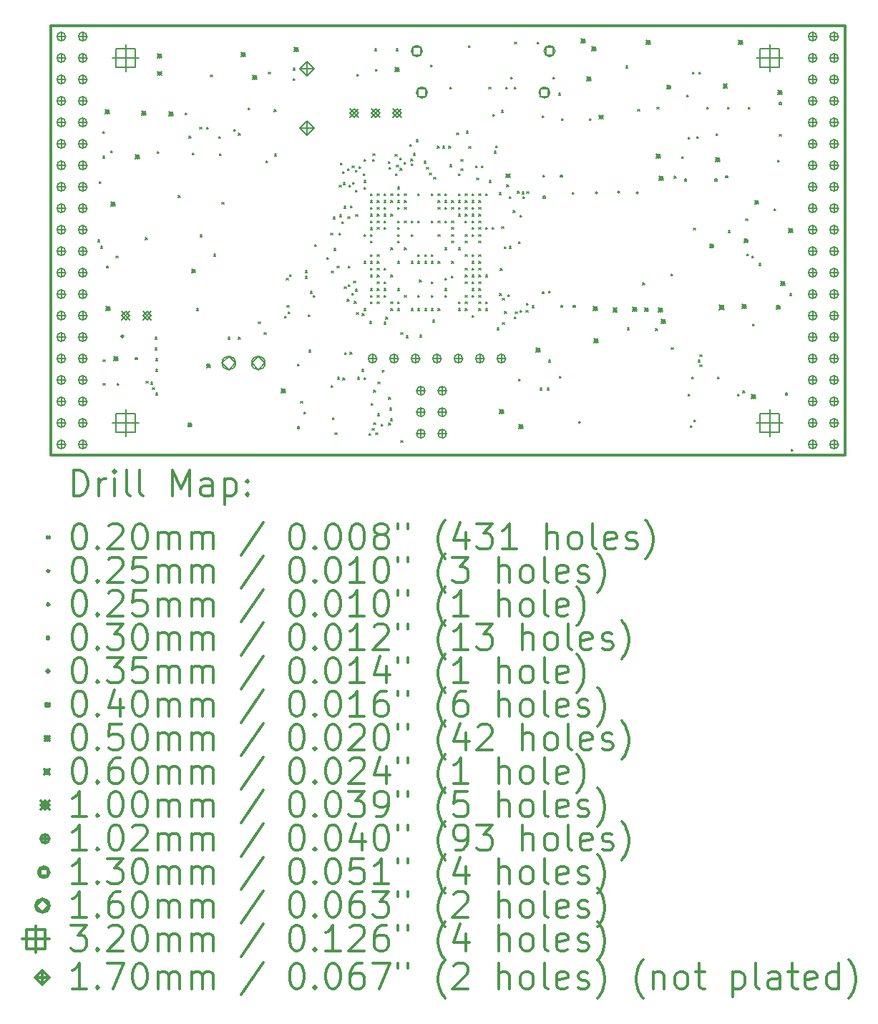
<source format=gbr>
%FSLAX45Y45*%
G04 Gerber Fmt 4.5, Leading zero omitted, Abs format (unit mm)*
G04 Created by KiCad (PCBNEW 5.0.0+dfsg1-2) date Sat Sep 15 17:30:13 2018*
%MOMM*%
%LPD*%
G01*
G04 APERTURE LIST*
%ADD10C,0.300000*%
%ADD11C,0.200000*%
G04 APERTURE END LIST*
D10*
X9410000Y-6142000D02*
X9410000Y-11222000D01*
X18808000Y-6142000D02*
X9410000Y-6142000D01*
X18808000Y-11222000D02*
X18808000Y-6142000D01*
X9410000Y-11222000D02*
X18808000Y-11222000D01*
D11*
X9969000Y-8676600D02*
X9989000Y-8696600D01*
X9989000Y-8676600D02*
X9969000Y-8696600D01*
X9990550Y-7986200D02*
X10010550Y-8006200D01*
X10010550Y-7986200D02*
X9990550Y-8006200D01*
X10007100Y-8752800D02*
X10027100Y-8772800D01*
X10027100Y-8752800D02*
X10007100Y-8772800D01*
X10032500Y-7393900D02*
X10052500Y-7413900D01*
X10052500Y-7393900D02*
X10032500Y-7413900D01*
X10032500Y-7686000D02*
X10052500Y-7706000D01*
X10052500Y-7686000D02*
X10032500Y-7706000D01*
X10035000Y-10094400D02*
X10055000Y-10114400D01*
X10055000Y-10094400D02*
X10035000Y-10114400D01*
X10035000Y-10373800D02*
X10055000Y-10393800D01*
X10055000Y-10373800D02*
X10035000Y-10393800D01*
X10125400Y-7619700D02*
X10145400Y-7639700D01*
X10145400Y-7619700D02*
X10125400Y-7639700D01*
X10187400Y-8868850D02*
X10207400Y-8888850D01*
X10207400Y-8868850D02*
X10187400Y-8888850D01*
X10200100Y-10373800D02*
X10220100Y-10393800D01*
X10220100Y-10373800D02*
X10200100Y-10393800D01*
X10535450Y-8649900D02*
X10555450Y-8669900D01*
X10555450Y-8649900D02*
X10535450Y-8669900D01*
X10543000Y-10348400D02*
X10563000Y-10368400D01*
X10563000Y-10348400D02*
X10543000Y-10368400D01*
X10595970Y-10361643D02*
X10615970Y-10381643D01*
X10615970Y-10361643D02*
X10595970Y-10381643D01*
X10619200Y-10424600D02*
X10639200Y-10444600D01*
X10639200Y-10424600D02*
X10619200Y-10444600D01*
X10650950Y-9827700D02*
X10670950Y-9847700D01*
X10670950Y-9827700D02*
X10650950Y-9847700D01*
X10650950Y-9954700D02*
X10670950Y-9974700D01*
X10670950Y-9954700D02*
X10650950Y-9974700D01*
X10657300Y-10081700D02*
X10677300Y-10101700D01*
X10677300Y-10081700D02*
X10657300Y-10101700D01*
X10657300Y-10208701D02*
X10677300Y-10228701D01*
X10677300Y-10208701D02*
X10657300Y-10228701D01*
X10657300Y-10488100D02*
X10677300Y-10508100D01*
X10677300Y-10488100D02*
X10657300Y-10508100D01*
X10671500Y-7632400D02*
X10691500Y-7652400D01*
X10691500Y-7632400D02*
X10671500Y-7652400D01*
X10924000Y-8151300D02*
X10944000Y-8171300D01*
X10944000Y-8151300D02*
X10924000Y-8171300D01*
X11001700Y-7175200D02*
X11021700Y-7195200D01*
X11021700Y-7175200D02*
X11001700Y-7195200D01*
X11049908Y-7448938D02*
X11069908Y-7468938D01*
X11069908Y-7448938D02*
X11049908Y-7468938D01*
X11090600Y-7645100D02*
X11110600Y-7665100D01*
X11110600Y-7645100D02*
X11090600Y-7665100D01*
X11137400Y-9489400D02*
X11157400Y-9509400D01*
X11157400Y-9489400D02*
X11137400Y-9509400D01*
X11178000Y-7344850D02*
X11198000Y-7364850D01*
X11198000Y-7344850D02*
X11178000Y-7364850D01*
X11179522Y-8615379D02*
X11199522Y-8635379D01*
X11199522Y-8615379D02*
X11179522Y-8635379D01*
X11260550Y-7344851D02*
X11280550Y-7364851D01*
X11280550Y-7344851D02*
X11260550Y-7364851D01*
X11305725Y-6724363D02*
X11325725Y-6744363D01*
X11325725Y-6724363D02*
X11305725Y-6744363D01*
X11344600Y-8845973D02*
X11364600Y-8865973D01*
X11364600Y-8845973D02*
X11344600Y-8865973D01*
X11400408Y-7451220D02*
X11420408Y-7471220D01*
X11420408Y-7451220D02*
X11400408Y-7471220D01*
X11408100Y-7657800D02*
X11428100Y-7677800D01*
X11428100Y-7657800D02*
X11408100Y-7677800D01*
X11441393Y-8230943D02*
X11461393Y-8250943D01*
X11461393Y-8230943D02*
X11441393Y-8250943D01*
X11514550Y-9827700D02*
X11534550Y-9847700D01*
X11534550Y-9827700D02*
X11514550Y-9847700D01*
X11578000Y-7370000D02*
X11598000Y-7390000D01*
X11598000Y-7370000D02*
X11578000Y-7390000D01*
X11633852Y-9827700D02*
X11653852Y-9847700D01*
X11653852Y-9827700D02*
X11633852Y-9847700D01*
X11635200Y-7414700D02*
X11655200Y-7434700D01*
X11655200Y-7414700D02*
X11635200Y-7434700D01*
X11747000Y-7114500D02*
X11767000Y-7134500D01*
X11767000Y-7114500D02*
X11747000Y-7134500D01*
X11870412Y-9644112D02*
X11890412Y-9664112D01*
X11890412Y-9644112D02*
X11870412Y-9664112D01*
X11940000Y-9772000D02*
X11960000Y-9792000D01*
X11960000Y-9772000D02*
X11940000Y-9792000D01*
X11959215Y-7739412D02*
X11979215Y-7759412D01*
X11979215Y-7739412D02*
X11959215Y-7759412D01*
X11990800Y-6690800D02*
X12010800Y-6710800D01*
X12010800Y-6690800D02*
X11990800Y-6710800D01*
X12056498Y-7133651D02*
X12076498Y-7153651D01*
X12076498Y-7133651D02*
X12056498Y-7153651D01*
X12063993Y-7659408D02*
X12083993Y-7679408D01*
X12083993Y-7659408D02*
X12063993Y-7679408D01*
X12182800Y-9575500D02*
X12202800Y-9595500D01*
X12202800Y-9575500D02*
X12182800Y-9595500D01*
X12201657Y-9128657D02*
X12221657Y-9148657D01*
X12221657Y-9128657D02*
X12201657Y-9148657D01*
X12210364Y-9448538D02*
X12230364Y-9468538D01*
X12230364Y-9448538D02*
X12210364Y-9468538D01*
X12220900Y-9524700D02*
X12240900Y-9544700D01*
X12240900Y-9524700D02*
X12220900Y-9544700D01*
X12242096Y-9088217D02*
X12262096Y-9108217D01*
X12262096Y-9088217D02*
X12242096Y-9108217D01*
X12282618Y-6643232D02*
X12302618Y-6663232D01*
X12302618Y-6643232D02*
X12282618Y-6663232D01*
X12284400Y-6768800D02*
X12304400Y-6788800D01*
X12304400Y-6768800D02*
X12284400Y-6788800D01*
X12332545Y-10146435D02*
X12352545Y-10166435D01*
X12352545Y-10146435D02*
X12332545Y-10166435D01*
X12370241Y-10586650D02*
X12390241Y-10606650D01*
X12390241Y-10586650D02*
X12370241Y-10606650D01*
X12410242Y-10710764D02*
X12430242Y-10730764D01*
X12430242Y-10710764D02*
X12410242Y-10730764D01*
X12423701Y-9107100D02*
X12443701Y-9127100D01*
X12443701Y-9107100D02*
X12423701Y-9127100D01*
X12423702Y-9038791D02*
X12443702Y-9058791D01*
X12443702Y-9038791D02*
X12423702Y-9058791D01*
X12460700Y-9561000D02*
X12480700Y-9581000D01*
X12480700Y-9561000D02*
X12460700Y-9581000D01*
X12467050Y-9980100D02*
X12487050Y-10000100D01*
X12487050Y-9980100D02*
X12467050Y-10000100D01*
X12486399Y-9285661D02*
X12506399Y-9305661D01*
X12506399Y-9285661D02*
X12486399Y-9305661D01*
X12519149Y-9329350D02*
X12539149Y-9349350D01*
X12539149Y-9329350D02*
X12519149Y-9349350D01*
X12538837Y-8731087D02*
X12558837Y-8751087D01*
X12558837Y-8731087D02*
X12538837Y-8751087D01*
X12682329Y-8882979D02*
X12702329Y-8902979D01*
X12702329Y-8882979D02*
X12682329Y-8902979D01*
X12727400Y-8595800D02*
X12747400Y-8615800D01*
X12747400Y-8595800D02*
X12727400Y-8615800D01*
X12731909Y-10397773D02*
X12751909Y-10417773D01*
X12751909Y-10397773D02*
X12731909Y-10417773D01*
X12733834Y-9045740D02*
X12753834Y-9065740D01*
X12753834Y-9045740D02*
X12733834Y-9065740D01*
X12748660Y-10777504D02*
X12768660Y-10797504D01*
X12768660Y-10777504D02*
X12748660Y-10797504D01*
X12759150Y-8405300D02*
X12779150Y-8425300D01*
X12779150Y-8405300D02*
X12759150Y-8425300D01*
X12764768Y-8776012D02*
X12784768Y-8796012D01*
X12784768Y-8776012D02*
X12764768Y-8796012D01*
X12778201Y-10958000D02*
X12798201Y-10978000D01*
X12798201Y-10958000D02*
X12778201Y-10978000D01*
X12803218Y-8983018D02*
X12823218Y-9003018D01*
X12823218Y-8983018D02*
X12803218Y-9003018D01*
X12808750Y-10300900D02*
X12828750Y-10320900D01*
X12828750Y-10300900D02*
X12808750Y-10320900D01*
X12824072Y-8596207D02*
X12844072Y-8616207D01*
X12844072Y-8596207D02*
X12824072Y-8616207D01*
X12829000Y-8030650D02*
X12849000Y-8050650D01*
X12849000Y-8030650D02*
X12829000Y-8050650D01*
X12835350Y-8379900D02*
X12855350Y-8399900D01*
X12855350Y-8379900D02*
X12835350Y-8399900D01*
X12841700Y-7765451D02*
X12861700Y-7785451D01*
X12861700Y-7765451D02*
X12841700Y-7785451D01*
X12860114Y-8462438D02*
X12880114Y-8482438D01*
X12880114Y-8462438D02*
X12860114Y-8482438D01*
X12867100Y-7865550D02*
X12887100Y-7885550D01*
X12887100Y-7865550D02*
X12867100Y-7885550D01*
X12870682Y-10308590D02*
X12890682Y-10328590D01*
X12890682Y-10308590D02*
X12870682Y-10328590D01*
X12873450Y-7998900D02*
X12893450Y-8018900D01*
X12893450Y-7998900D02*
X12873450Y-8018900D01*
X12886150Y-8278300D02*
X12906150Y-8298300D01*
X12906150Y-8278300D02*
X12886150Y-8298300D01*
X12886283Y-9229083D02*
X12906283Y-9249083D01*
X12906283Y-9229083D02*
X12886283Y-9249083D01*
X12890520Y-10007480D02*
X12910520Y-10027480D01*
X12910520Y-10007480D02*
X12890520Y-10027480D01*
X12921835Y-9377845D02*
X12941835Y-9397845D01*
X12941835Y-9377845D02*
X12921835Y-9397845D01*
X12924250Y-7833800D02*
X12944250Y-7853800D01*
X12944250Y-7833800D02*
X12924250Y-7853800D01*
X12930501Y-8400852D02*
X12950501Y-8420852D01*
X12950501Y-8400852D02*
X12930501Y-8420852D01*
X12934924Y-8983794D02*
X12954924Y-9003794D01*
X12954924Y-8983794D02*
X12934924Y-9003794D01*
X12935750Y-9202350D02*
X12955750Y-9222350D01*
X12955750Y-9202350D02*
X12935750Y-9222350D01*
X12940751Y-8030650D02*
X12960751Y-8050650D01*
X12960751Y-8030650D02*
X12940751Y-8050650D01*
X12956000Y-10005500D02*
X12976000Y-10025500D01*
X12976000Y-10005500D02*
X12956000Y-10025500D01*
X12962350Y-8273851D02*
X12982350Y-8293851D01*
X12982350Y-8273851D02*
X12962350Y-8293851D01*
X12976189Y-9308896D02*
X12996189Y-9328896D01*
X12996189Y-9308896D02*
X12976189Y-9328896D01*
X12981400Y-7802050D02*
X13001400Y-7822050D01*
X13001400Y-7802050D02*
X12981400Y-7822050D01*
X12984711Y-7994431D02*
X13004711Y-8014431D01*
X13004711Y-7994431D02*
X12984711Y-8014431D01*
X12999250Y-9164250D02*
X13019250Y-9184250D01*
X13019250Y-9164250D02*
X12999250Y-9184250D01*
X13007618Y-9405227D02*
X13027618Y-9425227D01*
X13027618Y-9405227D02*
X13007618Y-9425227D01*
X13018300Y-9259500D02*
X13038300Y-9279500D01*
X13038300Y-9259500D02*
X13018300Y-9279500D01*
X13018305Y-7852464D02*
X13038305Y-7872464D01*
X13038305Y-7852464D02*
X13018305Y-7872464D01*
X13019500Y-8087800D02*
X13039500Y-8107800D01*
X13039500Y-8087800D02*
X13019500Y-8107800D01*
X13023410Y-8375410D02*
X13043410Y-8395410D01*
X13043410Y-8375410D02*
X13023410Y-8395410D01*
X13030548Y-9536431D02*
X13050548Y-9556431D01*
X13050548Y-9536431D02*
X13030548Y-9556431D01*
X13033700Y-6718000D02*
X13053700Y-6738000D01*
X13053700Y-6718000D02*
X13033700Y-6738000D01*
X13043700Y-10300900D02*
X13063700Y-10320900D01*
X13063700Y-10300900D02*
X13043700Y-10320900D01*
X13063950Y-7808400D02*
X13083950Y-7828400D01*
X13083950Y-7808400D02*
X13063950Y-7828400D01*
X13093907Y-10208700D02*
X13113907Y-10228700D01*
X13113907Y-10208700D02*
X13093907Y-10228700D01*
X13098471Y-9546418D02*
X13118471Y-9566418D01*
X13118471Y-9546418D02*
X13098471Y-9566418D01*
X13114818Y-7892343D02*
X13134818Y-7912343D01*
X13134818Y-7892343D02*
X13114818Y-7912343D01*
X13118000Y-8052363D02*
X13138000Y-8072363D01*
X13138000Y-8052363D02*
X13118000Y-8072363D01*
X13118000Y-8610000D02*
X13138000Y-8630000D01*
X13138000Y-8610000D02*
X13118000Y-8630000D01*
X13118000Y-8930000D02*
X13138000Y-8950000D01*
X13138000Y-8930000D02*
X13118000Y-8950000D01*
X13118000Y-9490000D02*
X13138000Y-9510000D01*
X13138000Y-9490000D02*
X13118000Y-9510000D01*
X13118565Y-7722735D02*
X13138565Y-7742735D01*
X13138565Y-7722735D02*
X13118565Y-7742735D01*
X13119785Y-7972345D02*
X13139785Y-7992345D01*
X13139785Y-7972345D02*
X13119785Y-7992345D01*
X13119900Y-10307250D02*
X13139900Y-10327250D01*
X13139900Y-10307250D02*
X13119900Y-10327250D01*
X13178250Y-10964350D02*
X13198250Y-10984350D01*
X13198250Y-10964350D02*
X13178250Y-10984350D01*
X13189750Y-9640500D02*
X13209750Y-9660500D01*
X13209750Y-9640500D02*
X13189750Y-9660500D01*
X13197734Y-9090201D02*
X13217734Y-9110201D01*
X13217734Y-9090201D02*
X13197734Y-9110201D01*
X13198000Y-8130000D02*
X13218000Y-8150000D01*
X13218000Y-8130000D02*
X13198000Y-8150000D01*
X13198000Y-8210000D02*
X13218000Y-8230000D01*
X13218000Y-8210000D02*
X13198000Y-8230000D01*
X13198000Y-8290000D02*
X13218000Y-8310000D01*
X13218000Y-8290000D02*
X13198000Y-8310000D01*
X13198000Y-8370000D02*
X13218000Y-8390000D01*
X13218000Y-8370000D02*
X13198000Y-8390000D01*
X13198000Y-8450000D02*
X13218000Y-8470000D01*
X13218000Y-8450000D02*
X13198000Y-8470000D01*
X13198000Y-8531500D02*
X13218000Y-8551500D01*
X13218000Y-8531500D02*
X13198000Y-8551500D01*
X13198000Y-8610000D02*
X13218000Y-8630000D01*
X13218000Y-8610000D02*
X13198000Y-8630000D01*
X13198000Y-8690000D02*
X13218000Y-8710000D01*
X13218000Y-8690000D02*
X13198000Y-8710000D01*
X13198000Y-8850000D02*
X13218000Y-8870000D01*
X13218000Y-8850000D02*
X13198000Y-8870000D01*
X13198000Y-8930000D02*
X13218000Y-8950000D01*
X13218000Y-8930000D02*
X13198000Y-8950000D01*
X13198000Y-9010000D02*
X13218000Y-9030000D01*
X13218000Y-9010000D02*
X13198000Y-9030000D01*
X13198000Y-9250000D02*
X13218000Y-9270000D01*
X13218000Y-9250000D02*
X13198000Y-9270000D01*
X13198000Y-9330000D02*
X13218000Y-9350000D01*
X13218000Y-9330000D02*
X13198000Y-9350000D01*
X13198000Y-9410000D02*
X13218000Y-9430000D01*
X13218000Y-9410000D02*
X13198000Y-9430000D01*
X13206286Y-10608587D02*
X13226286Y-10628587D01*
X13226286Y-10608587D02*
X13206286Y-10628587D01*
X13217511Y-10908296D02*
X13237511Y-10928296D01*
X13237511Y-10908296D02*
X13217511Y-10928296D01*
X13220903Y-7724256D02*
X13240903Y-7744256D01*
X13240903Y-7724256D02*
X13220903Y-7744256D01*
X13227850Y-7652950D02*
X13247850Y-7672950D01*
X13247850Y-7652950D02*
X13227850Y-7672950D01*
X13234200Y-10453300D02*
X13254200Y-10473300D01*
X13254200Y-10453300D02*
X13234200Y-10473300D01*
X13234200Y-10840650D02*
X13254200Y-10860650D01*
X13254200Y-10840650D02*
X13234200Y-10860650D01*
X13245600Y-6416000D02*
X13265600Y-6436000D01*
X13265600Y-6416000D02*
X13245600Y-6436000D01*
X13258300Y-6657300D02*
X13278300Y-6677300D01*
X13278300Y-6657300D02*
X13258300Y-6677300D01*
X13260800Y-10958000D02*
X13280800Y-10978000D01*
X13280800Y-10958000D02*
X13260800Y-10978000D01*
X13278000Y-8130000D02*
X13298000Y-8150000D01*
X13298000Y-8130000D02*
X13278000Y-8150000D01*
X13278000Y-8210000D02*
X13298000Y-8230000D01*
X13298000Y-8210000D02*
X13278000Y-8230000D01*
X13278000Y-8290000D02*
X13298000Y-8310000D01*
X13298000Y-8290000D02*
X13278000Y-8310000D01*
X13278000Y-8370000D02*
X13298000Y-8390000D01*
X13298000Y-8370000D02*
X13278000Y-8390000D01*
X13278000Y-8450000D02*
X13298000Y-8470000D01*
X13298000Y-8450000D02*
X13278000Y-8470000D01*
X13278000Y-8530000D02*
X13298000Y-8550000D01*
X13298000Y-8530000D02*
X13278000Y-8550000D01*
X13278000Y-8850000D02*
X13298000Y-8870000D01*
X13298000Y-8850000D02*
X13278000Y-8870000D01*
X13278000Y-8930000D02*
X13298000Y-8950000D01*
X13298000Y-8930000D02*
X13278000Y-8950000D01*
X13278000Y-9010000D02*
X13298000Y-9030000D01*
X13298000Y-9010000D02*
X13278000Y-9030000D01*
X13278000Y-9090000D02*
X13298000Y-9110000D01*
X13298000Y-9090000D02*
X13278000Y-9110000D01*
X13278000Y-9170000D02*
X13298000Y-9190000D01*
X13298000Y-9170000D02*
X13278000Y-9190000D01*
X13278000Y-9250000D02*
X13298000Y-9270000D01*
X13298000Y-9250000D02*
X13278000Y-9270000D01*
X13278000Y-9330000D02*
X13298000Y-9350000D01*
X13298000Y-9330000D02*
X13278000Y-9350000D01*
X13278000Y-9410000D02*
X13298000Y-9430000D01*
X13298000Y-9410000D02*
X13278000Y-9430000D01*
X13281247Y-10733530D02*
X13301247Y-10753530D01*
X13301247Y-10733530D02*
X13281247Y-10753530D01*
X13285000Y-10358050D02*
X13305000Y-10378050D01*
X13305000Y-10358050D02*
X13285000Y-10378050D01*
X13324300Y-10856400D02*
X13344300Y-10876400D01*
X13344300Y-10856400D02*
X13324300Y-10876400D01*
X13358000Y-8130000D02*
X13378000Y-8150000D01*
X13378000Y-8130000D02*
X13358000Y-8150000D01*
X13358000Y-8210000D02*
X13378000Y-8230000D01*
X13378000Y-8210000D02*
X13358000Y-8230000D01*
X13358000Y-8290000D02*
X13378000Y-8310000D01*
X13378000Y-8290000D02*
X13358000Y-8310000D01*
X13358000Y-8370000D02*
X13378000Y-8390000D01*
X13378000Y-8370000D02*
X13358000Y-8390000D01*
X13358000Y-8450000D02*
X13378000Y-8470000D01*
X13378000Y-8450000D02*
X13358000Y-8470000D01*
X13358000Y-8530000D02*
X13378000Y-8550000D01*
X13378000Y-8530000D02*
X13358000Y-8550000D01*
X13358000Y-9010000D02*
X13378000Y-9030000D01*
X13378000Y-9010000D02*
X13358000Y-9030000D01*
X13358000Y-9170000D02*
X13378000Y-9190000D01*
X13378000Y-9170000D02*
X13358000Y-9190000D01*
X13358000Y-9250000D02*
X13378000Y-9270000D01*
X13378000Y-9250000D02*
X13358000Y-9270000D01*
X13358000Y-9330000D02*
X13378000Y-9350000D01*
X13378000Y-9330000D02*
X13358000Y-9350000D01*
X13358000Y-9650000D02*
X13378000Y-9670000D01*
X13378000Y-9650000D02*
X13358000Y-9670000D01*
X13378000Y-9590000D02*
X13398000Y-9610000D01*
X13398000Y-9590000D02*
X13378000Y-9610000D01*
X13411163Y-7748395D02*
X13431163Y-7768395D01*
X13431163Y-7748395D02*
X13411163Y-7768395D01*
X13413200Y-10538900D02*
X13433200Y-10558900D01*
X13433200Y-10538900D02*
X13413200Y-10558900D01*
X13413200Y-10843700D02*
X13433200Y-10863700D01*
X13433200Y-10843700D02*
X13413200Y-10863700D01*
X13415020Y-7815418D02*
X13435020Y-7835418D01*
X13435020Y-7815418D02*
X13415020Y-7835418D01*
X13425900Y-10665900D02*
X13445900Y-10685900D01*
X13445900Y-10665900D02*
X13425900Y-10685900D01*
X13432035Y-10792450D02*
X13452035Y-10812450D01*
X13452035Y-10792450D02*
X13432035Y-10812450D01*
X13438000Y-8130000D02*
X13458000Y-8150000D01*
X13458000Y-8130000D02*
X13438000Y-8150000D01*
X13438000Y-8210000D02*
X13458000Y-8230000D01*
X13458000Y-8210000D02*
X13438000Y-8230000D01*
X13438000Y-8370000D02*
X13458000Y-8390000D01*
X13458000Y-8370000D02*
X13438000Y-8390000D01*
X13438000Y-9090000D02*
X13458000Y-9110000D01*
X13458000Y-9090000D02*
X13438000Y-9110000D01*
X13438000Y-9410000D02*
X13458000Y-9430000D01*
X13458000Y-9410000D02*
X13438000Y-9430000D01*
X13438000Y-9490000D02*
X13458000Y-9510000D01*
X13458000Y-9490000D02*
X13438000Y-9510000D01*
X13438001Y-8770000D02*
X13458001Y-8790000D01*
X13458001Y-8770000D02*
X13438001Y-8790000D01*
X13489399Y-7662350D02*
X13509399Y-7682350D01*
X13509399Y-7662350D02*
X13489399Y-7682350D01*
X13492132Y-7892495D02*
X13512132Y-7912495D01*
X13512132Y-7892495D02*
X13492132Y-7912495D01*
X13499600Y-6416000D02*
X13519600Y-6436000D01*
X13519600Y-6416000D02*
X13499600Y-6436000D01*
X13507250Y-7792650D02*
X13527250Y-7812650D01*
X13527250Y-7792650D02*
X13507250Y-7812650D01*
X13518000Y-8050000D02*
X13538000Y-8070000D01*
X13538000Y-8050000D02*
X13518000Y-8070000D01*
X13518000Y-8130000D02*
X13538000Y-8150000D01*
X13538000Y-8130000D02*
X13518000Y-8150000D01*
X13518000Y-8210000D02*
X13538000Y-8230000D01*
X13538000Y-8210000D02*
X13518000Y-8230000D01*
X13518000Y-8290000D02*
X13538000Y-8310000D01*
X13538000Y-8290000D02*
X13518000Y-8310000D01*
X13518000Y-8450000D02*
X13538000Y-8470000D01*
X13538000Y-8450000D02*
X13518000Y-8470000D01*
X13518000Y-8530000D02*
X13538000Y-8550000D01*
X13538000Y-8530000D02*
X13518000Y-8550000D01*
X13518000Y-8610000D02*
X13538000Y-8630000D01*
X13538000Y-8610000D02*
X13518000Y-8630000D01*
X13518000Y-8690000D02*
X13538000Y-8710000D01*
X13538000Y-8690000D02*
X13518000Y-8710000D01*
X13518000Y-8930000D02*
X13538000Y-8950000D01*
X13538000Y-8930000D02*
X13518000Y-8950000D01*
X13518000Y-9250000D02*
X13538000Y-9270000D01*
X13538000Y-9250000D02*
X13518000Y-9270000D01*
X13518000Y-9410000D02*
X13538000Y-9430000D01*
X13538000Y-9410000D02*
X13518000Y-9430000D01*
X13518000Y-9490000D02*
X13538000Y-9510000D01*
X13538000Y-9490000D02*
X13518000Y-9510000D01*
X13546550Y-7706800D02*
X13566550Y-7726800D01*
X13566550Y-7706800D02*
X13546550Y-7726800D01*
X13549150Y-7827659D02*
X13569150Y-7847659D01*
X13569150Y-7827659D02*
X13549150Y-7847659D01*
X13555656Y-11051071D02*
X13575656Y-11071071D01*
X13575656Y-11051071D02*
X13555656Y-11071071D01*
X13558000Y-9770000D02*
X13578000Y-9790000D01*
X13578000Y-9770000D02*
X13558000Y-9790000D01*
X13594882Y-7754550D02*
X13614882Y-7774550D01*
X13614882Y-7754550D02*
X13594882Y-7774550D01*
X13598000Y-8130000D02*
X13618000Y-8150000D01*
X13618000Y-8130000D02*
X13598000Y-8150000D01*
X13598000Y-8210000D02*
X13618000Y-8230000D01*
X13618000Y-8210000D02*
X13598000Y-8230000D01*
X13598000Y-8290000D02*
X13618000Y-8310000D01*
X13618000Y-8290000D02*
X13598000Y-8310000D01*
X13598000Y-8450000D02*
X13618000Y-8470000D01*
X13618000Y-8450000D02*
X13598000Y-8470000D01*
X13598000Y-8770000D02*
X13618000Y-8790000D01*
X13618000Y-8770000D02*
X13598000Y-8790000D01*
X13598000Y-9330000D02*
X13618000Y-9350000D01*
X13618000Y-9330000D02*
X13598000Y-9350000D01*
X13618000Y-9810000D02*
X13638000Y-9830000D01*
X13638000Y-9810000D02*
X13618000Y-9830000D01*
X13664259Y-7547941D02*
X13684259Y-7567941D01*
X13684259Y-7547941D02*
X13664259Y-7567941D01*
X13676320Y-7718760D02*
X13696320Y-7738760D01*
X13696320Y-7718760D02*
X13676320Y-7738760D01*
X13678000Y-8450000D02*
X13698000Y-8470000D01*
X13698000Y-8450000D02*
X13678000Y-8470000D01*
X13678000Y-8610000D02*
X13698000Y-8630000D01*
X13698000Y-8610000D02*
X13678000Y-8630000D01*
X13678000Y-8930000D02*
X13698000Y-8950000D01*
X13698000Y-8930000D02*
X13678000Y-8950000D01*
X13678000Y-9490000D02*
X13698000Y-9510000D01*
X13698000Y-9490000D02*
X13678000Y-9510000D01*
X13679461Y-7776107D02*
X13699461Y-7796107D01*
X13699461Y-7776107D02*
X13679461Y-7796107D01*
X13707437Y-7652487D02*
X13727437Y-7672487D01*
X13727437Y-7652487D02*
X13707437Y-7672487D01*
X13738000Y-7490000D02*
X13758000Y-7510000D01*
X13758000Y-7490000D02*
X13738000Y-7510000D01*
X13758000Y-8130000D02*
X13778000Y-8150000D01*
X13778000Y-8130000D02*
X13758000Y-8150000D01*
X13758000Y-8450000D02*
X13778000Y-8470000D01*
X13778000Y-8450000D02*
X13758000Y-8470000D01*
X13758000Y-8850000D02*
X13778000Y-8870000D01*
X13778000Y-8850000D02*
X13758000Y-8870000D01*
X13758000Y-8930000D02*
X13778000Y-8950000D01*
X13778000Y-8930000D02*
X13758000Y-8950000D01*
X13758000Y-9330000D02*
X13778000Y-9350000D01*
X13778000Y-9330000D02*
X13758000Y-9350000D01*
X13758000Y-9490000D02*
X13778000Y-9510000D01*
X13778000Y-9490000D02*
X13758000Y-9510000D01*
X13778000Y-9150000D02*
X13798000Y-9170000D01*
X13798000Y-9150000D02*
X13778000Y-9170000D01*
X13781499Y-9802300D02*
X13801499Y-9822300D01*
X13801499Y-9802300D02*
X13781499Y-9822300D01*
X13830592Y-7745154D02*
X13850592Y-7765154D01*
X13850592Y-7745154D02*
X13830592Y-7765154D01*
X13838000Y-8850000D02*
X13858000Y-8870000D01*
X13858000Y-8850000D02*
X13838000Y-8870000D01*
X13838000Y-8930000D02*
X13858000Y-8950000D01*
X13858000Y-8930000D02*
X13838000Y-8950000D01*
X13838000Y-9490000D02*
X13858000Y-9510000D01*
X13858000Y-9490000D02*
X13838000Y-9510000D01*
X13862850Y-7818050D02*
X13882850Y-7838050D01*
X13882850Y-7818050D02*
X13862850Y-7838050D01*
X13894600Y-7881550D02*
X13914600Y-7901550D01*
X13914600Y-7881550D02*
X13894600Y-7901550D01*
X13910000Y-6603700D02*
X13930000Y-6623700D01*
X13930000Y-6603700D02*
X13910000Y-6623700D01*
X13918000Y-8130000D02*
X13938000Y-8150000D01*
X13938000Y-8130000D02*
X13918000Y-8150000D01*
X13918000Y-8450000D02*
X13938000Y-8470000D01*
X13938000Y-8450000D02*
X13918000Y-8470000D01*
X13918000Y-8850000D02*
X13938000Y-8870000D01*
X13938000Y-8850000D02*
X13918000Y-8870000D01*
X13918000Y-8930000D02*
X13938000Y-8950000D01*
X13938000Y-8930000D02*
X13918000Y-8950000D01*
X13918000Y-9170000D02*
X13938000Y-9190000D01*
X13938000Y-9170000D02*
X13918000Y-9190000D01*
X13918000Y-9330000D02*
X13938000Y-9350000D01*
X13938000Y-9330000D02*
X13918000Y-9350000D01*
X13918000Y-9490000D02*
X13938000Y-9510000D01*
X13938000Y-9490000D02*
X13918000Y-9510000D01*
X13933900Y-9624500D02*
X13953900Y-9644500D01*
X13953900Y-9624500D02*
X13933900Y-9644500D01*
X13945400Y-7932350D02*
X13965400Y-7952350D01*
X13965400Y-7932350D02*
X13945400Y-7952350D01*
X13987649Y-7567100D02*
X14007649Y-7587100D01*
X14007649Y-7567100D02*
X13987649Y-7587100D01*
X13996000Y-8292000D02*
X14016000Y-8312000D01*
X14016000Y-8292000D02*
X13996000Y-8312000D01*
X13998000Y-8130000D02*
X14018000Y-8150000D01*
X14018000Y-8130000D02*
X13998000Y-8150000D01*
X13998000Y-8210000D02*
X14018000Y-8230000D01*
X14018000Y-8210000D02*
X13998000Y-8230000D01*
X13998000Y-8450000D02*
X14018000Y-8470000D01*
X14018000Y-8450000D02*
X13998000Y-8470000D01*
X13998000Y-8610000D02*
X14018000Y-8630000D01*
X14018000Y-8610000D02*
X13998000Y-8630000D01*
X13998000Y-8930000D02*
X14018000Y-8950000D01*
X14018000Y-8930000D02*
X13998000Y-8950000D01*
X13998000Y-9490000D02*
X14018000Y-9510000D01*
X14018000Y-9490000D02*
X13998000Y-9510000D01*
X14054550Y-7567100D02*
X14074550Y-7587100D01*
X14074550Y-7567100D02*
X14054550Y-7587100D01*
X14078000Y-8130000D02*
X14098000Y-8150000D01*
X14098000Y-8130000D02*
X14078000Y-8150000D01*
X14078000Y-8210000D02*
X14098000Y-8230000D01*
X14098000Y-8210000D02*
X14078000Y-8230000D01*
X14078000Y-8290000D02*
X14098000Y-8310000D01*
X14098000Y-8290000D02*
X14078000Y-8310000D01*
X14078000Y-8450000D02*
X14098000Y-8470000D01*
X14098000Y-8450000D02*
X14078000Y-8470000D01*
X14078000Y-8770000D02*
X14098000Y-8790000D01*
X14098000Y-8770000D02*
X14078000Y-8790000D01*
X14078000Y-9130000D02*
X14098000Y-9150000D01*
X14098000Y-9130000D02*
X14078000Y-9150000D01*
X14078000Y-9250000D02*
X14098000Y-9270000D01*
X14098000Y-9250000D02*
X14078000Y-9270000D01*
X14078000Y-9330000D02*
X14098000Y-9350000D01*
X14098000Y-9330000D02*
X14078000Y-9350000D01*
X14124400Y-7567100D02*
X14144400Y-7587100D01*
X14144400Y-7567100D02*
X14124400Y-7587100D01*
X14135900Y-7786300D02*
X14155900Y-7806300D01*
X14155900Y-7786300D02*
X14135900Y-7806300D01*
X14138000Y-6870000D02*
X14158000Y-6890000D01*
X14158000Y-6870000D02*
X14138000Y-6890000D01*
X14154000Y-9100700D02*
X14174000Y-9120700D01*
X14174000Y-9100700D02*
X14154000Y-9120700D01*
X14158000Y-8210000D02*
X14178000Y-8230000D01*
X14178000Y-8210000D02*
X14158000Y-8230000D01*
X14158000Y-8290000D02*
X14178000Y-8310000D01*
X14178000Y-8290000D02*
X14158000Y-8310000D01*
X14158000Y-8450000D02*
X14178000Y-8470000D01*
X14178000Y-8450000D02*
X14158000Y-8470000D01*
X14158000Y-8530000D02*
X14178000Y-8550000D01*
X14178000Y-8530000D02*
X14158000Y-8550000D01*
X14158000Y-8610000D02*
X14178000Y-8630000D01*
X14178000Y-8610000D02*
X14158000Y-8630000D01*
X14158000Y-8690000D02*
X14178000Y-8710000D01*
X14178000Y-8690000D02*
X14158000Y-8710000D01*
X14158000Y-8930000D02*
X14178000Y-8950000D01*
X14178000Y-8930000D02*
X14158000Y-8950000D01*
X14218000Y-7410000D02*
X14238000Y-7430000D01*
X14238000Y-7410000D02*
X14218000Y-7430000D01*
X14236000Y-8292000D02*
X14256000Y-8312000D01*
X14256000Y-8292000D02*
X14236000Y-8312000D01*
X14236377Y-7893109D02*
X14256377Y-7913109D01*
X14256377Y-7893109D02*
X14236377Y-7913109D01*
X14238000Y-8130000D02*
X14258000Y-8150000D01*
X14258000Y-8130000D02*
X14238000Y-8150000D01*
X14238000Y-8210000D02*
X14258000Y-8230000D01*
X14258000Y-8210000D02*
X14238000Y-8230000D01*
X14238000Y-8370000D02*
X14258000Y-8390000D01*
X14258000Y-8370000D02*
X14238000Y-8390000D01*
X14238000Y-8770000D02*
X14258000Y-8790000D01*
X14258000Y-8770000D02*
X14238000Y-8790000D01*
X14238000Y-9410000D02*
X14258000Y-9430000D01*
X14258000Y-9410000D02*
X14238000Y-9430000D01*
X14238000Y-9490000D02*
X14258000Y-9510000D01*
X14258000Y-9490000D02*
X14238000Y-9510000D01*
X14267329Y-7833800D02*
X14287329Y-7853800D01*
X14287329Y-7833800D02*
X14267329Y-7853800D01*
X14268583Y-7723660D02*
X14288583Y-7743660D01*
X14288583Y-7723660D02*
X14268583Y-7743660D01*
X14316000Y-8452000D02*
X14336000Y-8472000D01*
X14336000Y-8452000D02*
X14316000Y-8472000D01*
X14318000Y-8130000D02*
X14338000Y-8150000D01*
X14338000Y-8130000D02*
X14318000Y-8150000D01*
X14318000Y-8210000D02*
X14338000Y-8230000D01*
X14338000Y-8210000D02*
X14318000Y-8230000D01*
X14318000Y-8290000D02*
X14338000Y-8310000D01*
X14338000Y-8290000D02*
X14318000Y-8310000D01*
X14318000Y-8370000D02*
X14338000Y-8390000D01*
X14338000Y-8370000D02*
X14318000Y-8390000D01*
X14318000Y-8610000D02*
X14338000Y-8630000D01*
X14338000Y-8610000D02*
X14318000Y-8630000D01*
X14318000Y-8690000D02*
X14338000Y-8710000D01*
X14338000Y-8690000D02*
X14318000Y-8710000D01*
X14318000Y-8850000D02*
X14338000Y-8870000D01*
X14338000Y-8850000D02*
X14318000Y-8870000D01*
X14318000Y-9010000D02*
X14338000Y-9030000D01*
X14338000Y-9010000D02*
X14318000Y-9030000D01*
X14318000Y-9090000D02*
X14338000Y-9110000D01*
X14338000Y-9090000D02*
X14318000Y-9110000D01*
X14318000Y-9170000D02*
X14338000Y-9190000D01*
X14338000Y-9170000D02*
X14318000Y-9190000D01*
X14318000Y-9330000D02*
X14338000Y-9350000D01*
X14338000Y-9330000D02*
X14318000Y-9350000D01*
X14318000Y-9410000D02*
X14338000Y-9430000D01*
X14338000Y-9410000D02*
X14318000Y-9430000D01*
X14318000Y-9490000D02*
X14338000Y-9510000D01*
X14338000Y-9490000D02*
X14318000Y-9510000D01*
X14331863Y-7387513D02*
X14351863Y-7407513D01*
X14351863Y-7387513D02*
X14331863Y-7407513D01*
X14355067Y-6376252D02*
X14375067Y-6396252D01*
X14375067Y-6376252D02*
X14355067Y-6396252D01*
X14360888Y-7571730D02*
X14380888Y-7591730D01*
X14380888Y-7571730D02*
X14360888Y-7591730D01*
X14398000Y-9570000D02*
X14418000Y-9590000D01*
X14418000Y-9570000D02*
X14398000Y-9590000D01*
X14398000Y-8130000D02*
X14418000Y-8150000D01*
X14418000Y-8130000D02*
X14398000Y-8150000D01*
X14398000Y-8210000D02*
X14418000Y-8230000D01*
X14418000Y-8210000D02*
X14398000Y-8230000D01*
X14398000Y-8290000D02*
X14418000Y-8310000D01*
X14418000Y-8290000D02*
X14398000Y-8310000D01*
X14398000Y-8370000D02*
X14418000Y-8390000D01*
X14418000Y-8370000D02*
X14398000Y-8390000D01*
X14398000Y-8450000D02*
X14418000Y-8470000D01*
X14418000Y-8450000D02*
X14398000Y-8470000D01*
X14398000Y-8530000D02*
X14418000Y-8550000D01*
X14418000Y-8530000D02*
X14398000Y-8550000D01*
X14398000Y-8610000D02*
X14418000Y-8630000D01*
X14418000Y-8610000D02*
X14398000Y-8630000D01*
X14398000Y-8850000D02*
X14418000Y-8870000D01*
X14418000Y-8850000D02*
X14398000Y-8870000D01*
X14398000Y-8930000D02*
X14418000Y-8950000D01*
X14418000Y-8930000D02*
X14398000Y-8950000D01*
X14398000Y-9010000D02*
X14418000Y-9030000D01*
X14418000Y-9010000D02*
X14398000Y-9030000D01*
X14398000Y-9090000D02*
X14418000Y-9110000D01*
X14418000Y-9090000D02*
X14398000Y-9110000D01*
X14398000Y-9170000D02*
X14418000Y-9190000D01*
X14418000Y-9170000D02*
X14398000Y-9190000D01*
X14398000Y-9250000D02*
X14418000Y-9270000D01*
X14418000Y-9250000D02*
X14398000Y-9270000D01*
X14398000Y-9330000D02*
X14418000Y-9350000D01*
X14418000Y-9330000D02*
X14398000Y-9350000D01*
X14441900Y-7802050D02*
X14461900Y-7822050D01*
X14461900Y-7802050D02*
X14441900Y-7822050D01*
X14453400Y-7942279D02*
X14473400Y-7962279D01*
X14473400Y-7942279D02*
X14453400Y-7962279D01*
X14478000Y-8130000D02*
X14498000Y-8150000D01*
X14498000Y-8130000D02*
X14478000Y-8150000D01*
X14478000Y-8210000D02*
X14498000Y-8230000D01*
X14498000Y-8210000D02*
X14478000Y-8230000D01*
X14478000Y-8290000D02*
X14498000Y-8310000D01*
X14498000Y-8290000D02*
X14478000Y-8310000D01*
X14478000Y-8370000D02*
X14498000Y-8390000D01*
X14498000Y-8370000D02*
X14478000Y-8390000D01*
X14478000Y-8450000D02*
X14498000Y-8470000D01*
X14498000Y-8450000D02*
X14478000Y-8470000D01*
X14478000Y-8530000D02*
X14498000Y-8550000D01*
X14498000Y-8530000D02*
X14478000Y-8550000D01*
X14478000Y-8610000D02*
X14498000Y-8630000D01*
X14498000Y-8610000D02*
X14478000Y-8630000D01*
X14478000Y-8690000D02*
X14498000Y-8710000D01*
X14498000Y-8690000D02*
X14478000Y-8710000D01*
X14478000Y-8850000D02*
X14498000Y-8870000D01*
X14498000Y-8850000D02*
X14478000Y-8870000D01*
X14478000Y-8930000D02*
X14498000Y-8950000D01*
X14498000Y-8930000D02*
X14478000Y-8950000D01*
X14478000Y-9010000D02*
X14498000Y-9030000D01*
X14498000Y-9010000D02*
X14478000Y-9030000D01*
X14478000Y-9090000D02*
X14498000Y-9110000D01*
X14498000Y-9090000D02*
X14478000Y-9110000D01*
X14478000Y-9170000D02*
X14498000Y-9190000D01*
X14498000Y-9170000D02*
X14478000Y-9190000D01*
X14478000Y-9250000D02*
X14498000Y-9270000D01*
X14498000Y-9250000D02*
X14478000Y-9270000D01*
X14478000Y-9330000D02*
X14498000Y-9350000D01*
X14498000Y-9330000D02*
X14478000Y-9350000D01*
X14478000Y-9410000D02*
X14498000Y-9430000D01*
X14498000Y-9410000D02*
X14478000Y-9430000D01*
X14478000Y-9490000D02*
X14498000Y-9510000D01*
X14498000Y-9490000D02*
X14478000Y-9510000D01*
X14511750Y-7802050D02*
X14531750Y-7822050D01*
X14531750Y-7802050D02*
X14511750Y-7822050D01*
X14558000Y-8130000D02*
X14578000Y-8150000D01*
X14578000Y-8130000D02*
X14558000Y-8150000D01*
X14558000Y-8530000D02*
X14578000Y-8550000D01*
X14578000Y-8530000D02*
X14558000Y-8550000D01*
X14558000Y-9090000D02*
X14578000Y-9110000D01*
X14578000Y-9090000D02*
X14558000Y-9110000D01*
X14558000Y-9410000D02*
X14578000Y-9430000D01*
X14578000Y-9410000D02*
X14558000Y-9430000D01*
X14558000Y-9490000D02*
X14578000Y-9510000D01*
X14578000Y-9490000D02*
X14558000Y-9510000D01*
X14598000Y-6870000D02*
X14618000Y-6890000D01*
X14618000Y-6870000D02*
X14598000Y-6890000D01*
X14600000Y-7972000D02*
X14620000Y-7992000D01*
X14620000Y-7972000D02*
X14600000Y-7992000D01*
X14638000Y-8530000D02*
X14658000Y-8550000D01*
X14658000Y-8530000D02*
X14638000Y-8550000D01*
X14646600Y-7187799D02*
X14666600Y-7207799D01*
X14666600Y-7187799D02*
X14646600Y-7207799D01*
X14660029Y-7625502D02*
X14680029Y-7645502D01*
X14680029Y-7625502D02*
X14660029Y-7645502D01*
X14676850Y-7560750D02*
X14696850Y-7580750D01*
X14696850Y-7560750D02*
X14676850Y-7580750D01*
X14694701Y-9716700D02*
X14714701Y-9736700D01*
X14714701Y-9716700D02*
X14694701Y-9736700D01*
X14720100Y-8116500D02*
X14740100Y-8136500D01*
X14740100Y-8116500D02*
X14720100Y-8136500D01*
X14724389Y-9311713D02*
X14744389Y-9331713D01*
X14744389Y-9311713D02*
X14724389Y-9331713D01*
X14733095Y-9013302D02*
X14753095Y-9033302D01*
X14753095Y-9013302D02*
X14733095Y-9033302D01*
X14748200Y-7143450D02*
X14768200Y-7163450D01*
X14768200Y-7143450D02*
X14748200Y-7163450D01*
X14751215Y-8517186D02*
X14771215Y-8537186D01*
X14771215Y-8517186D02*
X14751215Y-8537186D01*
X14760000Y-9366849D02*
X14780000Y-9386849D01*
X14780000Y-9366849D02*
X14760000Y-9386849D01*
X14760000Y-9652000D02*
X14780000Y-9672000D01*
X14780000Y-9652000D02*
X14760000Y-9672000D01*
X14781079Y-8758342D02*
X14801079Y-8778342D01*
X14801079Y-8758342D02*
X14781079Y-8778342D01*
X14785679Y-9521109D02*
X14805679Y-9541109D01*
X14805679Y-9521109D02*
X14785679Y-9541109D01*
X14795949Y-6870000D02*
X14815949Y-6890000D01*
X14815949Y-6870000D02*
X14795949Y-6890000D01*
X14810200Y-8024300D02*
X14830200Y-8044300D01*
X14830200Y-8024300D02*
X14810200Y-8044300D01*
X14824901Y-9322231D02*
X14844901Y-9342231D01*
X14844901Y-9322231D02*
X14824901Y-9342231D01*
X14838354Y-8752346D02*
X14858354Y-8772346D01*
X14858354Y-8752346D02*
X14838354Y-8772346D01*
X14841950Y-8164000D02*
X14861950Y-8184000D01*
X14861950Y-8164000D02*
X14841950Y-8184000D01*
X14858001Y-6750000D02*
X14878001Y-6770000D01*
X14878001Y-6750000D02*
X14858001Y-6770000D01*
X14886400Y-8329101D02*
X14906400Y-8349101D01*
X14906400Y-8329101D02*
X14886400Y-8349101D01*
X14898000Y-6870000D02*
X14918000Y-6890000D01*
X14918000Y-6870000D02*
X14898000Y-6890000D01*
X14899100Y-9586400D02*
X14919100Y-9606400D01*
X14919100Y-9586400D02*
X14899100Y-9606400D01*
X14903412Y-6332405D02*
X14923412Y-6352405D01*
X14923412Y-6332405D02*
X14903412Y-6352405D01*
X14910600Y-9526200D02*
X14930600Y-9546200D01*
X14930600Y-9526200D02*
X14910600Y-9546200D01*
X14937199Y-8100500D02*
X14957199Y-8120500D01*
X14957199Y-8100500D02*
X14937199Y-8120500D01*
X14947550Y-8699301D02*
X14967550Y-8719301D01*
X14967550Y-8699301D02*
X14947550Y-8719301D01*
X14947728Y-10322085D02*
X14967728Y-10342085D01*
X14967728Y-10322085D02*
X14947728Y-10342085D01*
X14966401Y-8381402D02*
X14986401Y-8401402D01*
X14986401Y-8381402D02*
X14966401Y-8401402D01*
X14967749Y-9507150D02*
X14987749Y-9527150D01*
X14987749Y-9507150D02*
X14967749Y-9527150D01*
X14991381Y-8107272D02*
X15011381Y-8127272D01*
X15011381Y-8107272D02*
X14991381Y-8127272D01*
X15000700Y-8164000D02*
X15020700Y-8184000D01*
X15020700Y-8164000D02*
X15000700Y-8184000D01*
X15037600Y-9507150D02*
X15057600Y-9527150D01*
X15057600Y-9507150D02*
X15037600Y-9527150D01*
X15043950Y-9424600D02*
X15063950Y-9444600D01*
X15063950Y-9424600D02*
X15043950Y-9444600D01*
X15045980Y-8106843D02*
X15065980Y-8126843D01*
X15065980Y-8106843D02*
X15045980Y-8126843D01*
X15109016Y-9455085D02*
X15129016Y-9475085D01*
X15129016Y-9455085D02*
X15109016Y-9475085D01*
X15167300Y-6337000D02*
X15187300Y-6357000D01*
X15187300Y-6337000D02*
X15167300Y-6357000D01*
X15201400Y-10429200D02*
X15221400Y-10449200D01*
X15221400Y-10429200D02*
X15201400Y-10449200D01*
X15230800Y-7206950D02*
X15250800Y-7226950D01*
X15250800Y-7206950D02*
X15230800Y-7226950D01*
X15239707Y-7909347D02*
X15259707Y-7929347D01*
X15259707Y-7909347D02*
X15239707Y-7929347D01*
X15290300Y-10429200D02*
X15310300Y-10449200D01*
X15310300Y-10429200D02*
X15290300Y-10449200D01*
X15303000Y-10099000D02*
X15323000Y-10119000D01*
X15323000Y-10099000D02*
X15303000Y-10119000D01*
X15305500Y-9281600D02*
X15325500Y-9301600D01*
X15325500Y-9281600D02*
X15305500Y-9301600D01*
X15358000Y-6750000D02*
X15378000Y-6770000D01*
X15378000Y-6750000D02*
X15358000Y-6770000D01*
X15421300Y-6940250D02*
X15441300Y-6960250D01*
X15441300Y-6940250D02*
X15421300Y-6960250D01*
X15432558Y-10288777D02*
X15452558Y-10308777D01*
X15452558Y-10288777D02*
X15432558Y-10308777D01*
X15459400Y-7238700D02*
X15479400Y-7258700D01*
X15479400Y-7238700D02*
X15459400Y-7258700D01*
X15584900Y-8114958D02*
X15604900Y-8134958D01*
X15604900Y-8114958D02*
X15584900Y-8134958D01*
X15662600Y-10820100D02*
X15682600Y-10840100D01*
X15682600Y-10820100D02*
X15662600Y-10840100D01*
X15789600Y-7238700D02*
X15809600Y-7258700D01*
X15809600Y-7238700D02*
X15789600Y-7258700D01*
X16217147Y-6618496D02*
X16237147Y-6638496D01*
X16237147Y-6618496D02*
X16217147Y-6638496D01*
X16234100Y-9717000D02*
X16254100Y-9737000D01*
X16254100Y-9717000D02*
X16234100Y-9737000D01*
X16359090Y-7131693D02*
X16379090Y-7151693D01*
X16379090Y-7131693D02*
X16359090Y-7151693D01*
X16418510Y-9184590D02*
X16438510Y-9204590D01*
X16438510Y-9184590D02*
X16418510Y-9204590D01*
X16570337Y-9724488D02*
X16590337Y-9744488D01*
X16590337Y-9724488D02*
X16570337Y-9744488D01*
X16588200Y-7102746D02*
X16608200Y-7122746D01*
X16608200Y-7102746D02*
X16588200Y-7122746D01*
X16754800Y-9080200D02*
X16774800Y-9100200D01*
X16774800Y-9080200D02*
X16754800Y-9100200D01*
X16758000Y-9950000D02*
X16778000Y-9970000D01*
X16778000Y-9950000D02*
X16758000Y-9970000D01*
X16791400Y-7922700D02*
X16811400Y-7942700D01*
X16811400Y-7922700D02*
X16791400Y-7942700D01*
X16880300Y-7687203D02*
X16900300Y-7707203D01*
X16900300Y-7687203D02*
X16880300Y-7707203D01*
X16941704Y-6958649D02*
X16961704Y-6978649D01*
X16961704Y-6958649D02*
X16941704Y-6978649D01*
X16955300Y-7460651D02*
X16975300Y-7480651D01*
X16975300Y-7460651D02*
X16955300Y-7480651D01*
X16958000Y-10502600D02*
X16978000Y-10522600D01*
X16978000Y-10502600D02*
X16958000Y-10522600D01*
X16983400Y-10870900D02*
X17003400Y-10890900D01*
X17003400Y-10870900D02*
X16983400Y-10890900D01*
X16996100Y-10299400D02*
X17016100Y-10319400D01*
X17016100Y-10299400D02*
X16996100Y-10319400D01*
X17008800Y-6692600D02*
X17028800Y-6712600D01*
X17028800Y-6692600D02*
X17008800Y-6712600D01*
X17020954Y-8534153D02*
X17040954Y-8554153D01*
X17040954Y-8534153D02*
X17020954Y-8554153D01*
X17021500Y-10807400D02*
X17041500Y-10827400D01*
X17041500Y-10807400D02*
X17021500Y-10827400D01*
X17058000Y-7450000D02*
X17078000Y-7470000D01*
X17078000Y-7450000D02*
X17058000Y-7470000D01*
X17075950Y-10097700D02*
X17095950Y-10117700D01*
X17095950Y-10097700D02*
X17075950Y-10117700D01*
X17085000Y-6692600D02*
X17105000Y-6712600D01*
X17105000Y-6692600D02*
X17085000Y-6712600D01*
X17095000Y-10034200D02*
X17115000Y-10054200D01*
X17115000Y-10034200D02*
X17095000Y-10054200D01*
X17095000Y-10152849D02*
X17115000Y-10172849D01*
X17115000Y-10152849D02*
X17095000Y-10172849D01*
X17173900Y-7102746D02*
X17193900Y-7122746D01*
X17193900Y-7102746D02*
X17173900Y-7122746D01*
X17288200Y-7416500D02*
X17308200Y-7436500D01*
X17308200Y-7416500D02*
X17288200Y-7436500D01*
X17300900Y-10299400D02*
X17320900Y-10319400D01*
X17320900Y-10299400D02*
X17300900Y-10319400D01*
X17421312Y-7102746D02*
X17441312Y-7122746D01*
X17441312Y-7102746D02*
X17421312Y-7122746D01*
X17427900Y-8564300D02*
X17447900Y-8584300D01*
X17447900Y-8564300D02*
X17427900Y-8584300D01*
X17540700Y-10500800D02*
X17560700Y-10520800D01*
X17560700Y-10500800D02*
X17540700Y-10520800D01*
X17604200Y-10462700D02*
X17624200Y-10482700D01*
X17624200Y-10462700D02*
X17604200Y-10482700D01*
X17638029Y-8424371D02*
X17658029Y-8444371D01*
X17658029Y-8424371D02*
X17638029Y-8444371D01*
X17650543Y-8840716D02*
X17670543Y-8860716D01*
X17670543Y-8840716D02*
X17650543Y-8860716D01*
X17669708Y-7102746D02*
X17689708Y-7122746D01*
X17689708Y-7102746D02*
X17669708Y-7122746D01*
X17708899Y-8866403D02*
X17728899Y-8886403D01*
X17728899Y-8866403D02*
X17708899Y-8886403D01*
X17718798Y-9667866D02*
X17738798Y-9687866D01*
X17738798Y-9667866D02*
X17718798Y-9687866D01*
X17792200Y-8956000D02*
X17812200Y-8976000D01*
X17812200Y-8956000D02*
X17792200Y-8976000D01*
X17970000Y-8308300D02*
X17990000Y-8328300D01*
X17990000Y-8308300D02*
X17970000Y-8328300D01*
X18015551Y-7730221D02*
X18035551Y-7750221D01*
X18035551Y-7730221D02*
X18015551Y-7750221D01*
X18036000Y-7427400D02*
X18056000Y-7447400D01*
X18056000Y-7427400D02*
X18036000Y-7447400D01*
X18158000Y-9310000D02*
X18178000Y-9330000D01*
X18178000Y-9310000D02*
X18158000Y-9330000D01*
X18177200Y-11150300D02*
X18197200Y-11170300D01*
X18197200Y-11150300D02*
X18177200Y-11170300D01*
X15880450Y-8116850D02*
G75*
G03X15880450Y-8116850I-12500J0D01*
G01*
X16147150Y-8110500D02*
G75*
G03X16147150Y-8110500I-12500J0D01*
G01*
X16363050Y-8116850D02*
G75*
G03X16363050Y-8116850I-12500J0D01*
G01*
X13344929Y-10210562D02*
X13344929Y-10235962D01*
X13332229Y-10223262D02*
X13357629Y-10223262D01*
X10093707Y-9003757D02*
X10093707Y-8982543D01*
X10072493Y-8982543D01*
X10072493Y-9003757D01*
X10093707Y-9003757D01*
X10436607Y-10089607D02*
X10436607Y-10068393D01*
X10415393Y-10068393D01*
X10415393Y-10089607D01*
X10436607Y-10089607D01*
X12354307Y-10907807D02*
X12354307Y-10886593D01*
X12333093Y-10886593D01*
X12333093Y-10907807D01*
X12354307Y-10907807D01*
X15251407Y-9310357D02*
X15251407Y-9289143D01*
X15230193Y-9289143D01*
X15230193Y-9310357D01*
X15251407Y-9310357D01*
X15261619Y-8180130D02*
X15261619Y-8158916D01*
X15240406Y-8158916D01*
X15240406Y-8180130D01*
X15261619Y-8180130D01*
X15467307Y-7928459D02*
X15467307Y-7907245D01*
X15446093Y-7907245D01*
X15446093Y-7928459D01*
X15467307Y-7928459D01*
X15469997Y-9471401D02*
X15469997Y-9450188D01*
X15448783Y-9450188D01*
X15448783Y-9471401D01*
X15469997Y-9471401D01*
X15619707Y-9469107D02*
X15619707Y-9447893D01*
X15598493Y-9447893D01*
X15598493Y-9469107D01*
X15619707Y-9469107D01*
X16932657Y-7975057D02*
X16932657Y-7953843D01*
X16911443Y-7953843D01*
X16911443Y-7975057D01*
X16932657Y-7975057D01*
X17294607Y-7975057D02*
X17294607Y-7953843D01*
X17273393Y-7953843D01*
X17273393Y-7975057D01*
X17294607Y-7975057D01*
X17421607Y-7936957D02*
X17421607Y-7915743D01*
X17400393Y-7915743D01*
X17400393Y-7936957D01*
X17421607Y-7936957D01*
X18054107Y-7071607D02*
X18054107Y-7050393D01*
X18032893Y-7050393D01*
X18032893Y-7071607D01*
X18054107Y-7071607D01*
X18126199Y-10508678D02*
X18126199Y-10487464D01*
X18104985Y-10487464D01*
X18104985Y-10508678D01*
X18126199Y-10508678D01*
X10262400Y-9831600D02*
X10279900Y-9814100D01*
X10262400Y-9796600D01*
X10244900Y-9814100D01*
X10262400Y-9831600D01*
X11039391Y-10843646D02*
X11079391Y-10883646D01*
X11079391Y-10843646D02*
X11039391Y-10883646D01*
X11079391Y-10863646D02*
G75*
G03X11079391Y-10863646I-20000J0D01*
G01*
X11259458Y-10144408D02*
X11299458Y-10184408D01*
X11299458Y-10144408D02*
X11259458Y-10184408D01*
X11299458Y-10164408D02*
G75*
G03X11299458Y-10164408I-20000J0D01*
G01*
X16706700Y-6847700D02*
X16746700Y-6887700D01*
X16746700Y-6847700D02*
X16706700Y-6887700D01*
X16746700Y-6867700D02*
G75*
G03X16746700Y-6867700I-20000J0D01*
G01*
X17214700Y-8727300D02*
X17254700Y-8767300D01*
X17254700Y-8727300D02*
X17214700Y-8767300D01*
X17254700Y-8747300D02*
G75*
G03X17254700Y-8747300I-20000J0D01*
G01*
X17621100Y-8663800D02*
X17661100Y-8703800D01*
X17661100Y-8663800D02*
X17621100Y-8703800D01*
X17661100Y-8683800D02*
G75*
G03X17661100Y-8683800I-20000J0D01*
G01*
X18002100Y-9451200D02*
X18042100Y-9491200D01*
X18042100Y-9451200D02*
X18002100Y-9491200D01*
X18042100Y-9471200D02*
G75*
G03X18042100Y-9471200I-20000J0D01*
G01*
X10060589Y-7132486D02*
X10110589Y-7182486D01*
X10110589Y-7132486D02*
X10060589Y-7182486D01*
X10085589Y-7132486D02*
X10085589Y-7182486D01*
X10060589Y-7157486D02*
X10110589Y-7157486D01*
X10064450Y-9463450D02*
X10114450Y-9513450D01*
X10114450Y-9463450D02*
X10064450Y-9513450D01*
X10089450Y-9463450D02*
X10089450Y-9513450D01*
X10064450Y-9488450D02*
X10114450Y-9488450D01*
X10121600Y-8225200D02*
X10171600Y-8275200D01*
X10171600Y-8225200D02*
X10121600Y-8275200D01*
X10146600Y-8225200D02*
X10146600Y-8275200D01*
X10121600Y-8250200D02*
X10171600Y-8250200D01*
X10159700Y-10054000D02*
X10209700Y-10104000D01*
X10209700Y-10054000D02*
X10159700Y-10104000D01*
X10184700Y-10054000D02*
X10184700Y-10104000D01*
X10159700Y-10079000D02*
X10209700Y-10079000D01*
X10415200Y-7668200D02*
X10465200Y-7718200D01*
X10465200Y-7668200D02*
X10415200Y-7718200D01*
X10440200Y-7668200D02*
X10440200Y-7718200D01*
X10415200Y-7693200D02*
X10465200Y-7693200D01*
X10489900Y-7147701D02*
X10539900Y-7197701D01*
X10539900Y-7147701D02*
X10489900Y-7197701D01*
X10514900Y-7147701D02*
X10514900Y-7197701D01*
X10489900Y-7172701D02*
X10539900Y-7172701D01*
X10672481Y-6470397D02*
X10722481Y-6520397D01*
X10722481Y-6470397D02*
X10672481Y-6520397D01*
X10697481Y-6470397D02*
X10697481Y-6520397D01*
X10672481Y-6495397D02*
X10722481Y-6495397D01*
X10677149Y-6679363D02*
X10727149Y-6729363D01*
X10727149Y-6679363D02*
X10677149Y-6729363D01*
X10702149Y-6679363D02*
X10702149Y-6729363D01*
X10677149Y-6704363D02*
X10727149Y-6704363D01*
X10808900Y-7160200D02*
X10858900Y-7210200D01*
X10858900Y-7160200D02*
X10808900Y-7210200D01*
X10833900Y-7160200D02*
X10833900Y-7210200D01*
X10808900Y-7185200D02*
X10858900Y-7185200D01*
X11077510Y-9016310D02*
X11127510Y-9066310D01*
X11127510Y-9016310D02*
X11077510Y-9066310D01*
X11102510Y-9016310D02*
X11102510Y-9066310D01*
X11077510Y-9041310D02*
X11127510Y-9041310D01*
X11663050Y-6455294D02*
X11713050Y-6505294D01*
X11713050Y-6455294D02*
X11663050Y-6505294D01*
X11688050Y-6455294D02*
X11688050Y-6505294D01*
X11663050Y-6480294D02*
X11713050Y-6480294D01*
X11799500Y-6728400D02*
X11849500Y-6778400D01*
X11849500Y-6728400D02*
X11799500Y-6778400D01*
X11824500Y-6728400D02*
X11824500Y-6778400D01*
X11799500Y-6753400D02*
X11849500Y-6753400D01*
X12142400Y-10436800D02*
X12192400Y-10486800D01*
X12192400Y-10436800D02*
X12142400Y-10486800D01*
X12167400Y-10436800D02*
X12167400Y-10486800D01*
X12142400Y-10461800D02*
X12192400Y-10461800D01*
X12294800Y-6398200D02*
X12344800Y-6448200D01*
X12344800Y-6398200D02*
X12294800Y-6448200D01*
X12319800Y-6398200D02*
X12319800Y-6448200D01*
X12294800Y-6423200D02*
X12344800Y-6423200D01*
X13485559Y-6636662D02*
X13535559Y-6686662D01*
X13535559Y-6636662D02*
X13485559Y-6686662D01*
X13510559Y-6636662D02*
X13510559Y-6686662D01*
X13485559Y-6661662D02*
X13535559Y-6661662D01*
X14720500Y-10678100D02*
X14770500Y-10728100D01*
X14770500Y-10678100D02*
X14720500Y-10728100D01*
X14745500Y-10678100D02*
X14745500Y-10728100D01*
X14720500Y-10703100D02*
X14770500Y-10703100D01*
X14801839Y-7890602D02*
X14851839Y-7940602D01*
X14851839Y-7890602D02*
X14801839Y-7940602D01*
X14826839Y-7890602D02*
X14826839Y-7940602D01*
X14801839Y-7915602D02*
X14851839Y-7915602D01*
X14949100Y-10855900D02*
X14999100Y-10905900D01*
X14999100Y-10855900D02*
X14949100Y-10905900D01*
X14974100Y-10855900D02*
X14974100Y-10905900D01*
X14949100Y-10880900D02*
X14999100Y-10880900D01*
X15150800Y-9952400D02*
X15200800Y-10002400D01*
X15200800Y-9952400D02*
X15150800Y-10002400D01*
X15175800Y-9952400D02*
X15175800Y-10002400D01*
X15150800Y-9977400D02*
X15200800Y-9977400D01*
X15685700Y-6296600D02*
X15735700Y-6346600D01*
X15735700Y-6296600D02*
X15685700Y-6346600D01*
X15710700Y-6296600D02*
X15710700Y-6346600D01*
X15685700Y-6321600D02*
X15735700Y-6321600D01*
X15755757Y-6741927D02*
X15805757Y-6791927D01*
X15805757Y-6741927D02*
X15755757Y-6791927D01*
X15780757Y-6741927D02*
X15780757Y-6791927D01*
X15755757Y-6766927D02*
X15805757Y-6766927D01*
X15812700Y-6385500D02*
X15862700Y-6435500D01*
X15862700Y-6385500D02*
X15812700Y-6435500D01*
X15837700Y-6385500D02*
X15837700Y-6435500D01*
X15812700Y-6410500D02*
X15862700Y-6410500D01*
X15828999Y-9461877D02*
X15878999Y-9511877D01*
X15878999Y-9461877D02*
X15828999Y-9511877D01*
X15853999Y-9461877D02*
X15853999Y-9511877D01*
X15828999Y-9486877D02*
X15878999Y-9486877D01*
X15839500Y-9838500D02*
X15889500Y-9888500D01*
X15889500Y-9838500D02*
X15839500Y-9888500D01*
X15864500Y-9838500D02*
X15864500Y-9888500D01*
X15839500Y-9863500D02*
X15889500Y-9863500D01*
X15901600Y-7195593D02*
X15951600Y-7245593D01*
X15951600Y-7195593D02*
X15901600Y-7245593D01*
X15926600Y-7195593D02*
X15926600Y-7245593D01*
X15901600Y-7220593D02*
X15951600Y-7220593D01*
X16065001Y-9477000D02*
X16115001Y-9527000D01*
X16115001Y-9477000D02*
X16065001Y-9527000D01*
X16090001Y-9477000D02*
X16090001Y-9527000D01*
X16065001Y-9502000D02*
X16115001Y-9502000D01*
X16295300Y-9471600D02*
X16345300Y-9521600D01*
X16345300Y-9471600D02*
X16295300Y-9521600D01*
X16320300Y-9471600D02*
X16320300Y-9521600D01*
X16295300Y-9496600D02*
X16345300Y-9496600D01*
X16437573Y-9473247D02*
X16487573Y-9523247D01*
X16487573Y-9473247D02*
X16437573Y-9523247D01*
X16462573Y-9473247D02*
X16462573Y-9523247D01*
X16437573Y-9498247D02*
X16487573Y-9498247D01*
X16460400Y-6309300D02*
X16510400Y-6359300D01*
X16510400Y-6309300D02*
X16460400Y-6359300D01*
X16485400Y-6309300D02*
X16485400Y-6359300D01*
X16460400Y-6334300D02*
X16510400Y-6334300D01*
X16573200Y-7655104D02*
X16623200Y-7705104D01*
X16623200Y-7655104D02*
X16573200Y-7705104D01*
X16598200Y-7655104D02*
X16598200Y-7705104D01*
X16573200Y-7680104D02*
X16623200Y-7680104D01*
X16603469Y-9477515D02*
X16653469Y-9527515D01*
X16653469Y-9477515D02*
X16603469Y-9527515D01*
X16628469Y-9477515D02*
X16628469Y-9527515D01*
X16603469Y-9502515D02*
X16653469Y-9502515D01*
X16611301Y-7922352D02*
X16661301Y-7972352D01*
X16661301Y-7922352D02*
X16611301Y-7972352D01*
X16636301Y-7922352D02*
X16636301Y-7972352D01*
X16611301Y-7947352D02*
X16661301Y-7947352D01*
X16638200Y-9611300D02*
X16688200Y-9661300D01*
X16688200Y-9611300D02*
X16638200Y-9661300D01*
X16663200Y-9611300D02*
X16663200Y-9661300D01*
X16638200Y-9636300D02*
X16688200Y-9636300D01*
X17278050Y-7696248D02*
X17328050Y-7746248D01*
X17328050Y-7696248D02*
X17278050Y-7746248D01*
X17303050Y-7696248D02*
X17303050Y-7746248D01*
X17278050Y-7721248D02*
X17328050Y-7721248D01*
X17368450Y-6830000D02*
X17418450Y-6880000D01*
X17418450Y-6830000D02*
X17368450Y-6880000D01*
X17393450Y-6830000D02*
X17393450Y-6880000D01*
X17368450Y-6855000D02*
X17418450Y-6855000D01*
X17552600Y-6309300D02*
X17602600Y-6359300D01*
X17602600Y-6309300D02*
X17552600Y-6359300D01*
X17577600Y-6309300D02*
X17577600Y-6359300D01*
X17552600Y-6334300D02*
X17602600Y-6334300D01*
X17589200Y-9431700D02*
X17639200Y-9481700D01*
X17639200Y-9431700D02*
X17589200Y-9481700D01*
X17614200Y-9431700D02*
X17614200Y-9481700D01*
X17589200Y-9456700D02*
X17639200Y-9456700D01*
X17703500Y-10498500D02*
X17753500Y-10548500D01*
X17753500Y-10498500D02*
X17703500Y-10548500D01*
X17728500Y-10498500D02*
X17728500Y-10548500D01*
X17703500Y-10523500D02*
X17753500Y-10523500D01*
X17740844Y-8203135D02*
X17790844Y-8253135D01*
X17790844Y-8203135D02*
X17740844Y-8253135D01*
X17765844Y-8203135D02*
X17765844Y-8253135D01*
X17740844Y-8228135D02*
X17790844Y-8228135D01*
X18019471Y-6904244D02*
X18069471Y-6954244D01*
X18069471Y-6904244D02*
X18019471Y-6954244D01*
X18044471Y-6904244D02*
X18044471Y-6954244D01*
X18019471Y-6929244D02*
X18069471Y-6929244D01*
X18046400Y-9165000D02*
X18096400Y-9215000D01*
X18096400Y-9165000D02*
X18046400Y-9215000D01*
X18071400Y-9165000D02*
X18071400Y-9215000D01*
X18046400Y-9190000D02*
X18096400Y-9190000D01*
X18145500Y-8534600D02*
X18195500Y-8584600D01*
X18195500Y-8534600D02*
X18145500Y-8584600D01*
X18170500Y-8534600D02*
X18170500Y-8584600D01*
X18145500Y-8559600D02*
X18195500Y-8559600D01*
X17319000Y-9439400D02*
X17379000Y-9499400D01*
X17379000Y-9439400D02*
X17319000Y-9499400D01*
X17370213Y-9490613D02*
X17370213Y-9448187D01*
X17327787Y-9448187D01*
X17327787Y-9490613D01*
X17370213Y-9490613D01*
X10249000Y-9521000D02*
X10349000Y-9621000D01*
X10349000Y-9521000D02*
X10249000Y-9621000D01*
X10299000Y-9621000D02*
X10349000Y-9571000D01*
X10299000Y-9521000D01*
X10249000Y-9571000D01*
X10299000Y-9621000D01*
X10503000Y-9521000D02*
X10603000Y-9621000D01*
X10603000Y-9521000D02*
X10503000Y-9621000D01*
X10553000Y-9621000D02*
X10603000Y-9571000D01*
X10553000Y-9521000D01*
X10503000Y-9571000D01*
X10553000Y-9621000D01*
X12955600Y-7122500D02*
X13055600Y-7222500D01*
X13055600Y-7122500D02*
X12955600Y-7222500D01*
X13005600Y-7222500D02*
X13055600Y-7172500D01*
X13005600Y-7122500D01*
X12955600Y-7172500D01*
X13005600Y-7222500D01*
X13209600Y-7122500D02*
X13309600Y-7222500D01*
X13309600Y-7122500D02*
X13209600Y-7222500D01*
X13259600Y-7222500D02*
X13309600Y-7172500D01*
X13259600Y-7122500D01*
X13209600Y-7172500D01*
X13259600Y-7222500D01*
X13463600Y-7122500D02*
X13563600Y-7222500D01*
X13563600Y-7122500D02*
X13463600Y-7222500D01*
X13513600Y-7222500D02*
X13563600Y-7172500D01*
X13513600Y-7122500D01*
X13463600Y-7172500D01*
X13513600Y-7222500D01*
X13791500Y-10409200D02*
X13791500Y-10510800D01*
X13740700Y-10460000D02*
X13842300Y-10460000D01*
X13842300Y-10460000D02*
G75*
G03X13842300Y-10460000I-50800J0D01*
G01*
X13791500Y-10663200D02*
X13791500Y-10764800D01*
X13740700Y-10714000D02*
X13842300Y-10714000D01*
X13842300Y-10714000D02*
G75*
G03X13842300Y-10714000I-50800J0D01*
G01*
X13791500Y-10917200D02*
X13791500Y-11018800D01*
X13740700Y-10968000D02*
X13842300Y-10968000D01*
X13842300Y-10968000D02*
G75*
G03X13842300Y-10968000I-50800J0D01*
G01*
X14045500Y-10409200D02*
X14045500Y-10510800D01*
X13994700Y-10460000D02*
X14096300Y-10460000D01*
X14096300Y-10460000D02*
G75*
G03X14096300Y-10460000I-50800J0D01*
G01*
X14045500Y-10663200D02*
X14045500Y-10764800D01*
X13994700Y-10714000D02*
X14096300Y-10714000D01*
X14096300Y-10714000D02*
G75*
G03X14096300Y-10714000I-50800J0D01*
G01*
X14045500Y-10917200D02*
X14045500Y-11018800D01*
X13994700Y-10968000D02*
X14096300Y-10968000D01*
X14096300Y-10968000D02*
G75*
G03X14096300Y-10968000I-50800J0D01*
G01*
X18427000Y-6218200D02*
X18427000Y-6319800D01*
X18376200Y-6269000D02*
X18477800Y-6269000D01*
X18477800Y-6269000D02*
G75*
G03X18477800Y-6269000I-50800J0D01*
G01*
X18427000Y-6472200D02*
X18427000Y-6573800D01*
X18376200Y-6523000D02*
X18477800Y-6523000D01*
X18477800Y-6523000D02*
G75*
G03X18477800Y-6523000I-50800J0D01*
G01*
X18427000Y-6726200D02*
X18427000Y-6827800D01*
X18376200Y-6777000D02*
X18477800Y-6777000D01*
X18477800Y-6777000D02*
G75*
G03X18477800Y-6777000I-50800J0D01*
G01*
X18427000Y-6980200D02*
X18427000Y-7081800D01*
X18376200Y-7031000D02*
X18477800Y-7031000D01*
X18477800Y-7031000D02*
G75*
G03X18477800Y-7031000I-50800J0D01*
G01*
X18427000Y-7234200D02*
X18427000Y-7335800D01*
X18376200Y-7285000D02*
X18477800Y-7285000D01*
X18477800Y-7285000D02*
G75*
G03X18477800Y-7285000I-50800J0D01*
G01*
X18427000Y-7488200D02*
X18427000Y-7589800D01*
X18376200Y-7539000D02*
X18477800Y-7539000D01*
X18477800Y-7539000D02*
G75*
G03X18477800Y-7539000I-50800J0D01*
G01*
X18427000Y-7742200D02*
X18427000Y-7843800D01*
X18376200Y-7793000D02*
X18477800Y-7793000D01*
X18477800Y-7793000D02*
G75*
G03X18477800Y-7793000I-50800J0D01*
G01*
X18427000Y-7996200D02*
X18427000Y-8097800D01*
X18376200Y-8047000D02*
X18477800Y-8047000D01*
X18477800Y-8047000D02*
G75*
G03X18477800Y-8047000I-50800J0D01*
G01*
X18427000Y-8250200D02*
X18427000Y-8351800D01*
X18376200Y-8301000D02*
X18477800Y-8301000D01*
X18477800Y-8301000D02*
G75*
G03X18477800Y-8301000I-50800J0D01*
G01*
X18427000Y-8504200D02*
X18427000Y-8605800D01*
X18376200Y-8555000D02*
X18477800Y-8555000D01*
X18477800Y-8555000D02*
G75*
G03X18477800Y-8555000I-50800J0D01*
G01*
X18427000Y-8758200D02*
X18427000Y-8859800D01*
X18376200Y-8809000D02*
X18477800Y-8809000D01*
X18477800Y-8809000D02*
G75*
G03X18477800Y-8809000I-50800J0D01*
G01*
X18427000Y-9012200D02*
X18427000Y-9113800D01*
X18376200Y-9063000D02*
X18477800Y-9063000D01*
X18477800Y-9063000D02*
G75*
G03X18477800Y-9063000I-50800J0D01*
G01*
X18427000Y-9266200D02*
X18427000Y-9367800D01*
X18376200Y-9317000D02*
X18477800Y-9317000D01*
X18477800Y-9317000D02*
G75*
G03X18477800Y-9317000I-50800J0D01*
G01*
X18427000Y-9520200D02*
X18427000Y-9621800D01*
X18376200Y-9571000D02*
X18477800Y-9571000D01*
X18477800Y-9571000D02*
G75*
G03X18477800Y-9571000I-50800J0D01*
G01*
X18427000Y-9774200D02*
X18427000Y-9875800D01*
X18376200Y-9825000D02*
X18477800Y-9825000D01*
X18477800Y-9825000D02*
G75*
G03X18477800Y-9825000I-50800J0D01*
G01*
X18427000Y-10028200D02*
X18427000Y-10129800D01*
X18376200Y-10079000D02*
X18477800Y-10079000D01*
X18477800Y-10079000D02*
G75*
G03X18477800Y-10079000I-50800J0D01*
G01*
X18427000Y-10282200D02*
X18427000Y-10383800D01*
X18376200Y-10333000D02*
X18477800Y-10333000D01*
X18477800Y-10333000D02*
G75*
G03X18477800Y-10333000I-50800J0D01*
G01*
X18427000Y-10536200D02*
X18427000Y-10637800D01*
X18376200Y-10587000D02*
X18477800Y-10587000D01*
X18477800Y-10587000D02*
G75*
G03X18477800Y-10587000I-50800J0D01*
G01*
X18427000Y-10790200D02*
X18427000Y-10891800D01*
X18376200Y-10841000D02*
X18477800Y-10841000D01*
X18477800Y-10841000D02*
G75*
G03X18477800Y-10841000I-50800J0D01*
G01*
X18427000Y-11044200D02*
X18427000Y-11145800D01*
X18376200Y-11095000D02*
X18477800Y-11095000D01*
X18477800Y-11095000D02*
G75*
G03X18477800Y-11095000I-50800J0D01*
G01*
X18681000Y-6218200D02*
X18681000Y-6319800D01*
X18630200Y-6269000D02*
X18731800Y-6269000D01*
X18731800Y-6269000D02*
G75*
G03X18731800Y-6269000I-50800J0D01*
G01*
X18681000Y-6472200D02*
X18681000Y-6573800D01*
X18630200Y-6523000D02*
X18731800Y-6523000D01*
X18731800Y-6523000D02*
G75*
G03X18731800Y-6523000I-50800J0D01*
G01*
X18681000Y-6726200D02*
X18681000Y-6827800D01*
X18630200Y-6777000D02*
X18731800Y-6777000D01*
X18731800Y-6777000D02*
G75*
G03X18731800Y-6777000I-50800J0D01*
G01*
X18681000Y-6980200D02*
X18681000Y-7081800D01*
X18630200Y-7031000D02*
X18731800Y-7031000D01*
X18731800Y-7031000D02*
G75*
G03X18731800Y-7031000I-50800J0D01*
G01*
X18681000Y-7234200D02*
X18681000Y-7335800D01*
X18630200Y-7285000D02*
X18731800Y-7285000D01*
X18731800Y-7285000D02*
G75*
G03X18731800Y-7285000I-50800J0D01*
G01*
X18681000Y-7488200D02*
X18681000Y-7589800D01*
X18630200Y-7539000D02*
X18731800Y-7539000D01*
X18731800Y-7539000D02*
G75*
G03X18731800Y-7539000I-50800J0D01*
G01*
X18681000Y-7742200D02*
X18681000Y-7843800D01*
X18630200Y-7793000D02*
X18731800Y-7793000D01*
X18731800Y-7793000D02*
G75*
G03X18731800Y-7793000I-50800J0D01*
G01*
X18681000Y-7996200D02*
X18681000Y-8097800D01*
X18630200Y-8047000D02*
X18731800Y-8047000D01*
X18731800Y-8047000D02*
G75*
G03X18731800Y-8047000I-50800J0D01*
G01*
X18681000Y-8250200D02*
X18681000Y-8351800D01*
X18630200Y-8301000D02*
X18731800Y-8301000D01*
X18731800Y-8301000D02*
G75*
G03X18731800Y-8301000I-50800J0D01*
G01*
X18681000Y-8504200D02*
X18681000Y-8605800D01*
X18630200Y-8555000D02*
X18731800Y-8555000D01*
X18731800Y-8555000D02*
G75*
G03X18731800Y-8555000I-50800J0D01*
G01*
X18681000Y-8758200D02*
X18681000Y-8859800D01*
X18630200Y-8809000D02*
X18731800Y-8809000D01*
X18731800Y-8809000D02*
G75*
G03X18731800Y-8809000I-50800J0D01*
G01*
X18681000Y-9012200D02*
X18681000Y-9113800D01*
X18630200Y-9063000D02*
X18731800Y-9063000D01*
X18731800Y-9063000D02*
G75*
G03X18731800Y-9063000I-50800J0D01*
G01*
X18681000Y-9266200D02*
X18681000Y-9367800D01*
X18630200Y-9317000D02*
X18731800Y-9317000D01*
X18731800Y-9317000D02*
G75*
G03X18731800Y-9317000I-50800J0D01*
G01*
X18681000Y-9520200D02*
X18681000Y-9621800D01*
X18630200Y-9571000D02*
X18731800Y-9571000D01*
X18731800Y-9571000D02*
G75*
G03X18731800Y-9571000I-50800J0D01*
G01*
X18681000Y-9774200D02*
X18681000Y-9875800D01*
X18630200Y-9825000D02*
X18731800Y-9825000D01*
X18731800Y-9825000D02*
G75*
G03X18731800Y-9825000I-50800J0D01*
G01*
X18681000Y-10028200D02*
X18681000Y-10129800D01*
X18630200Y-10079000D02*
X18731800Y-10079000D01*
X18731800Y-10079000D02*
G75*
G03X18731800Y-10079000I-50800J0D01*
G01*
X18681000Y-10282200D02*
X18681000Y-10383800D01*
X18630200Y-10333000D02*
X18731800Y-10333000D01*
X18731800Y-10333000D02*
G75*
G03X18731800Y-10333000I-50800J0D01*
G01*
X18681000Y-10536200D02*
X18681000Y-10637800D01*
X18630200Y-10587000D02*
X18731800Y-10587000D01*
X18731800Y-10587000D02*
G75*
G03X18731800Y-10587000I-50800J0D01*
G01*
X18681000Y-10790200D02*
X18681000Y-10891800D01*
X18630200Y-10841000D02*
X18731800Y-10841000D01*
X18731800Y-10841000D02*
G75*
G03X18731800Y-10841000I-50800J0D01*
G01*
X18681000Y-11044200D02*
X18681000Y-11145800D01*
X18630200Y-11095000D02*
X18731800Y-11095000D01*
X18731800Y-11095000D02*
G75*
G03X18731800Y-11095000I-50800J0D01*
G01*
X9537000Y-6218200D02*
X9537000Y-6319800D01*
X9486200Y-6269000D02*
X9587800Y-6269000D01*
X9587800Y-6269000D02*
G75*
G03X9587800Y-6269000I-50800J0D01*
G01*
X9537000Y-6472200D02*
X9537000Y-6573800D01*
X9486200Y-6523000D02*
X9587800Y-6523000D01*
X9587800Y-6523000D02*
G75*
G03X9587800Y-6523000I-50800J0D01*
G01*
X9537000Y-6726200D02*
X9537000Y-6827800D01*
X9486200Y-6777000D02*
X9587800Y-6777000D01*
X9587800Y-6777000D02*
G75*
G03X9587800Y-6777000I-50800J0D01*
G01*
X9537000Y-6980200D02*
X9537000Y-7081800D01*
X9486200Y-7031000D02*
X9587800Y-7031000D01*
X9587800Y-7031000D02*
G75*
G03X9587800Y-7031000I-50800J0D01*
G01*
X9537000Y-7234200D02*
X9537000Y-7335800D01*
X9486200Y-7285000D02*
X9587800Y-7285000D01*
X9587800Y-7285000D02*
G75*
G03X9587800Y-7285000I-50800J0D01*
G01*
X9537000Y-7488200D02*
X9537000Y-7589800D01*
X9486200Y-7539000D02*
X9587800Y-7539000D01*
X9587800Y-7539000D02*
G75*
G03X9587800Y-7539000I-50800J0D01*
G01*
X9537000Y-7742200D02*
X9537000Y-7843800D01*
X9486200Y-7793000D02*
X9587800Y-7793000D01*
X9587800Y-7793000D02*
G75*
G03X9587800Y-7793000I-50800J0D01*
G01*
X9537000Y-7996200D02*
X9537000Y-8097800D01*
X9486200Y-8047000D02*
X9587800Y-8047000D01*
X9587800Y-8047000D02*
G75*
G03X9587800Y-8047000I-50800J0D01*
G01*
X9537000Y-8250200D02*
X9537000Y-8351800D01*
X9486200Y-8301000D02*
X9587800Y-8301000D01*
X9587800Y-8301000D02*
G75*
G03X9587800Y-8301000I-50800J0D01*
G01*
X9537000Y-8504200D02*
X9537000Y-8605800D01*
X9486200Y-8555000D02*
X9587800Y-8555000D01*
X9587800Y-8555000D02*
G75*
G03X9587800Y-8555000I-50800J0D01*
G01*
X9537000Y-8758200D02*
X9537000Y-8859800D01*
X9486200Y-8809000D02*
X9587800Y-8809000D01*
X9587800Y-8809000D02*
G75*
G03X9587800Y-8809000I-50800J0D01*
G01*
X9537000Y-9012200D02*
X9537000Y-9113800D01*
X9486200Y-9063000D02*
X9587800Y-9063000D01*
X9587800Y-9063000D02*
G75*
G03X9587800Y-9063000I-50800J0D01*
G01*
X9537000Y-9266200D02*
X9537000Y-9367800D01*
X9486200Y-9317000D02*
X9587800Y-9317000D01*
X9587800Y-9317000D02*
G75*
G03X9587800Y-9317000I-50800J0D01*
G01*
X9537000Y-9520200D02*
X9537000Y-9621800D01*
X9486200Y-9571000D02*
X9587800Y-9571000D01*
X9587800Y-9571000D02*
G75*
G03X9587800Y-9571000I-50800J0D01*
G01*
X9537000Y-9774200D02*
X9537000Y-9875800D01*
X9486200Y-9825000D02*
X9587800Y-9825000D01*
X9587800Y-9825000D02*
G75*
G03X9587800Y-9825000I-50800J0D01*
G01*
X9537000Y-10028200D02*
X9537000Y-10129800D01*
X9486200Y-10079000D02*
X9587800Y-10079000D01*
X9587800Y-10079000D02*
G75*
G03X9587800Y-10079000I-50800J0D01*
G01*
X9537000Y-10282200D02*
X9537000Y-10383800D01*
X9486200Y-10333000D02*
X9587800Y-10333000D01*
X9587800Y-10333000D02*
G75*
G03X9587800Y-10333000I-50800J0D01*
G01*
X9537000Y-10536200D02*
X9537000Y-10637800D01*
X9486200Y-10587000D02*
X9587800Y-10587000D01*
X9587800Y-10587000D02*
G75*
G03X9587800Y-10587000I-50800J0D01*
G01*
X9537000Y-10790200D02*
X9537000Y-10891800D01*
X9486200Y-10841000D02*
X9587800Y-10841000D01*
X9587800Y-10841000D02*
G75*
G03X9587800Y-10841000I-50800J0D01*
G01*
X9537000Y-11044200D02*
X9537000Y-11145800D01*
X9486200Y-11095000D02*
X9587800Y-11095000D01*
X9587800Y-11095000D02*
G75*
G03X9587800Y-11095000I-50800J0D01*
G01*
X9791000Y-6218200D02*
X9791000Y-6319800D01*
X9740200Y-6269000D02*
X9841800Y-6269000D01*
X9841800Y-6269000D02*
G75*
G03X9841800Y-6269000I-50800J0D01*
G01*
X9791000Y-6472200D02*
X9791000Y-6573800D01*
X9740200Y-6523000D02*
X9841800Y-6523000D01*
X9841800Y-6523000D02*
G75*
G03X9841800Y-6523000I-50800J0D01*
G01*
X9791000Y-6726200D02*
X9791000Y-6827800D01*
X9740200Y-6777000D02*
X9841800Y-6777000D01*
X9841800Y-6777000D02*
G75*
G03X9841800Y-6777000I-50800J0D01*
G01*
X9791000Y-6980200D02*
X9791000Y-7081800D01*
X9740200Y-7031000D02*
X9841800Y-7031000D01*
X9841800Y-7031000D02*
G75*
G03X9841800Y-7031000I-50800J0D01*
G01*
X9791000Y-7234200D02*
X9791000Y-7335800D01*
X9740200Y-7285000D02*
X9841800Y-7285000D01*
X9841800Y-7285000D02*
G75*
G03X9841800Y-7285000I-50800J0D01*
G01*
X9791000Y-7488200D02*
X9791000Y-7589800D01*
X9740200Y-7539000D02*
X9841800Y-7539000D01*
X9841800Y-7539000D02*
G75*
G03X9841800Y-7539000I-50800J0D01*
G01*
X9791000Y-7742200D02*
X9791000Y-7843800D01*
X9740200Y-7793000D02*
X9841800Y-7793000D01*
X9841800Y-7793000D02*
G75*
G03X9841800Y-7793000I-50800J0D01*
G01*
X9791000Y-7996200D02*
X9791000Y-8097800D01*
X9740200Y-8047000D02*
X9841800Y-8047000D01*
X9841800Y-8047000D02*
G75*
G03X9841800Y-8047000I-50800J0D01*
G01*
X9791000Y-8250200D02*
X9791000Y-8351800D01*
X9740200Y-8301000D02*
X9841800Y-8301000D01*
X9841800Y-8301000D02*
G75*
G03X9841800Y-8301000I-50800J0D01*
G01*
X9791000Y-8504200D02*
X9791000Y-8605800D01*
X9740200Y-8555000D02*
X9841800Y-8555000D01*
X9841800Y-8555000D02*
G75*
G03X9841800Y-8555000I-50800J0D01*
G01*
X9791000Y-8758200D02*
X9791000Y-8859800D01*
X9740200Y-8809000D02*
X9841800Y-8809000D01*
X9841800Y-8809000D02*
G75*
G03X9841800Y-8809000I-50800J0D01*
G01*
X9791000Y-9012200D02*
X9791000Y-9113800D01*
X9740200Y-9063000D02*
X9841800Y-9063000D01*
X9841800Y-9063000D02*
G75*
G03X9841800Y-9063000I-50800J0D01*
G01*
X9791000Y-9266200D02*
X9791000Y-9367800D01*
X9740200Y-9317000D02*
X9841800Y-9317000D01*
X9841800Y-9317000D02*
G75*
G03X9841800Y-9317000I-50800J0D01*
G01*
X9791000Y-9520200D02*
X9791000Y-9621800D01*
X9740200Y-9571000D02*
X9841800Y-9571000D01*
X9841800Y-9571000D02*
G75*
G03X9841800Y-9571000I-50800J0D01*
G01*
X9791000Y-9774200D02*
X9791000Y-9875800D01*
X9740200Y-9825000D02*
X9841800Y-9825000D01*
X9841800Y-9825000D02*
G75*
G03X9841800Y-9825000I-50800J0D01*
G01*
X9791000Y-10028200D02*
X9791000Y-10129800D01*
X9740200Y-10079000D02*
X9841800Y-10079000D01*
X9841800Y-10079000D02*
G75*
G03X9841800Y-10079000I-50800J0D01*
G01*
X9791000Y-10282200D02*
X9791000Y-10383800D01*
X9740200Y-10333000D02*
X9841800Y-10333000D01*
X9841800Y-10333000D02*
G75*
G03X9841800Y-10333000I-50800J0D01*
G01*
X9791000Y-10536200D02*
X9791000Y-10637800D01*
X9740200Y-10587000D02*
X9841800Y-10587000D01*
X9841800Y-10587000D02*
G75*
G03X9841800Y-10587000I-50800J0D01*
G01*
X9791000Y-10790200D02*
X9791000Y-10891800D01*
X9740200Y-10841000D02*
X9841800Y-10841000D01*
X9841800Y-10841000D02*
G75*
G03X9841800Y-10841000I-50800J0D01*
G01*
X9791000Y-11044200D02*
X9791000Y-11145800D01*
X9740200Y-11095000D02*
X9841800Y-11095000D01*
X9841800Y-11095000D02*
G75*
G03X9841800Y-11095000I-50800J0D01*
G01*
X13220000Y-10028200D02*
X13220000Y-10129800D01*
X13169200Y-10079000D02*
X13270800Y-10079000D01*
X13270800Y-10079000D02*
G75*
G03X13270800Y-10079000I-50800J0D01*
G01*
X13474000Y-10028200D02*
X13474000Y-10129800D01*
X13423200Y-10079000D02*
X13524800Y-10079000D01*
X13524800Y-10079000D02*
G75*
G03X13524800Y-10079000I-50800J0D01*
G01*
X13728000Y-10028200D02*
X13728000Y-10129800D01*
X13677200Y-10079000D02*
X13778800Y-10079000D01*
X13778800Y-10079000D02*
G75*
G03X13778800Y-10079000I-50800J0D01*
G01*
X13982000Y-10028200D02*
X13982000Y-10129800D01*
X13931200Y-10079000D02*
X14032800Y-10079000D01*
X14032800Y-10079000D02*
G75*
G03X14032800Y-10079000I-50800J0D01*
G01*
X14236000Y-10028200D02*
X14236000Y-10129800D01*
X14185200Y-10079000D02*
X14286800Y-10079000D01*
X14286800Y-10079000D02*
G75*
G03X14286800Y-10079000I-50800J0D01*
G01*
X14490000Y-10028200D02*
X14490000Y-10129800D01*
X14439200Y-10079000D02*
X14540800Y-10079000D01*
X14540800Y-10079000D02*
G75*
G03X14540800Y-10079000I-50800J0D01*
G01*
X14744000Y-10028200D02*
X14744000Y-10129800D01*
X14693200Y-10079000D02*
X14794800Y-10079000D01*
X14794800Y-10079000D02*
G75*
G03X14794800Y-10079000I-50800J0D01*
G01*
X13790562Y-6487162D02*
X13790562Y-6395238D01*
X13698638Y-6395238D01*
X13698638Y-6487162D01*
X13790562Y-6487162D01*
X13809600Y-6441200D02*
G75*
G03X13809600Y-6441200I-65000J0D01*
G01*
X13850562Y-6977162D02*
X13850562Y-6885238D01*
X13758638Y-6885238D01*
X13758638Y-6977162D01*
X13850562Y-6977162D01*
X13869600Y-6931200D02*
G75*
G03X13869600Y-6931200I-65000J0D01*
G01*
X15300562Y-6977162D02*
X15300562Y-6885238D01*
X15208638Y-6885238D01*
X15208638Y-6977162D01*
X15300562Y-6977162D01*
X15319600Y-6931200D02*
G75*
G03X15319600Y-6931200I-65000J0D01*
G01*
X15360562Y-6487162D02*
X15360562Y-6395238D01*
X15268638Y-6395238D01*
X15268638Y-6487162D01*
X15360562Y-6487162D01*
X15379600Y-6441200D02*
G75*
G03X15379600Y-6441200I-65000J0D01*
G01*
X11519700Y-10211600D02*
X11599700Y-10131600D01*
X11519700Y-10051600D01*
X11439700Y-10131600D01*
X11519700Y-10211600D01*
X11599700Y-10131600D02*
G75*
G03X11599700Y-10131600I-80000J0D01*
G01*
X11868950Y-10211600D02*
X11948950Y-10131600D01*
X11868950Y-10051600D01*
X11788950Y-10131600D01*
X11868950Y-10211600D01*
X11948950Y-10131600D02*
G75*
G03X11948950Y-10131600I-80000J0D01*
G01*
X10299000Y-6363000D02*
X10299000Y-6683000D01*
X10139000Y-6523000D02*
X10459000Y-6523000D01*
X10412138Y-6636138D02*
X10412138Y-6409862D01*
X10185862Y-6409862D01*
X10185862Y-6636138D01*
X10412138Y-6636138D01*
X17919000Y-6363000D02*
X17919000Y-6683000D01*
X17759000Y-6523000D02*
X18079000Y-6523000D01*
X18032138Y-6636138D02*
X18032138Y-6409862D01*
X17805862Y-6409862D01*
X17805862Y-6636138D01*
X18032138Y-6636138D01*
X10299000Y-10681000D02*
X10299000Y-11001000D01*
X10139000Y-10841000D02*
X10459000Y-10841000D01*
X10412138Y-10954138D02*
X10412138Y-10727862D01*
X10185862Y-10727862D01*
X10185862Y-10954138D01*
X10412138Y-10954138D01*
X17919000Y-10681000D02*
X17919000Y-11001000D01*
X17759000Y-10841000D02*
X18079000Y-10841000D01*
X18032138Y-10954138D02*
X18032138Y-10727862D01*
X17805862Y-10727862D01*
X17805862Y-10954138D01*
X18032138Y-10954138D01*
X12446800Y-6566800D02*
X12446800Y-6736800D01*
X12361800Y-6651800D02*
X12531800Y-6651800D01*
X12446800Y-6736800D02*
X12531800Y-6651800D01*
X12446800Y-6566800D01*
X12361800Y-6651800D01*
X12446800Y-6736800D01*
X12446800Y-7266800D02*
X12446800Y-7436800D01*
X12361800Y-7351800D02*
X12531800Y-7351800D01*
X12446800Y-7436800D02*
X12531800Y-7351800D01*
X12446800Y-7266800D01*
X12361800Y-7351800D01*
X12446800Y-7436800D01*
D10*
X9681428Y-11702714D02*
X9681428Y-11402714D01*
X9752857Y-11402714D01*
X9795714Y-11417000D01*
X9824286Y-11445571D01*
X9838571Y-11474143D01*
X9852857Y-11531286D01*
X9852857Y-11574143D01*
X9838571Y-11631286D01*
X9824286Y-11659857D01*
X9795714Y-11688429D01*
X9752857Y-11702714D01*
X9681428Y-11702714D01*
X9981428Y-11702714D02*
X9981428Y-11502714D01*
X9981428Y-11559857D02*
X9995714Y-11531286D01*
X10010000Y-11517000D01*
X10038571Y-11502714D01*
X10067143Y-11502714D01*
X10167143Y-11702714D02*
X10167143Y-11502714D01*
X10167143Y-11402714D02*
X10152857Y-11417000D01*
X10167143Y-11431286D01*
X10181428Y-11417000D01*
X10167143Y-11402714D01*
X10167143Y-11431286D01*
X10352857Y-11702714D02*
X10324286Y-11688429D01*
X10310000Y-11659857D01*
X10310000Y-11402714D01*
X10510000Y-11702714D02*
X10481428Y-11688429D01*
X10467143Y-11659857D01*
X10467143Y-11402714D01*
X10852857Y-11702714D02*
X10852857Y-11402714D01*
X10952857Y-11617000D01*
X11052857Y-11402714D01*
X11052857Y-11702714D01*
X11324286Y-11702714D02*
X11324286Y-11545571D01*
X11310000Y-11517000D01*
X11281428Y-11502714D01*
X11224286Y-11502714D01*
X11195714Y-11517000D01*
X11324286Y-11688429D02*
X11295714Y-11702714D01*
X11224286Y-11702714D01*
X11195714Y-11688429D01*
X11181428Y-11659857D01*
X11181428Y-11631286D01*
X11195714Y-11602714D01*
X11224286Y-11588429D01*
X11295714Y-11588429D01*
X11324286Y-11574143D01*
X11467143Y-11502714D02*
X11467143Y-11802714D01*
X11467143Y-11517000D02*
X11495714Y-11502714D01*
X11552857Y-11502714D01*
X11581428Y-11517000D01*
X11595714Y-11531286D01*
X11610000Y-11559857D01*
X11610000Y-11645571D01*
X11595714Y-11674143D01*
X11581428Y-11688429D01*
X11552857Y-11702714D01*
X11495714Y-11702714D01*
X11467143Y-11688429D01*
X11738571Y-11674143D02*
X11752857Y-11688429D01*
X11738571Y-11702714D01*
X11724286Y-11688429D01*
X11738571Y-11674143D01*
X11738571Y-11702714D01*
X11738571Y-11517000D02*
X11752857Y-11531286D01*
X11738571Y-11545571D01*
X11724286Y-11531286D01*
X11738571Y-11517000D01*
X11738571Y-11545571D01*
X9375000Y-12187000D02*
X9395000Y-12207000D01*
X9395000Y-12187000D02*
X9375000Y-12207000D01*
X9738571Y-12032714D02*
X9767143Y-12032714D01*
X9795714Y-12047000D01*
X9810000Y-12061286D01*
X9824286Y-12089857D01*
X9838571Y-12147000D01*
X9838571Y-12218429D01*
X9824286Y-12275571D01*
X9810000Y-12304143D01*
X9795714Y-12318429D01*
X9767143Y-12332714D01*
X9738571Y-12332714D01*
X9710000Y-12318429D01*
X9695714Y-12304143D01*
X9681428Y-12275571D01*
X9667143Y-12218429D01*
X9667143Y-12147000D01*
X9681428Y-12089857D01*
X9695714Y-12061286D01*
X9710000Y-12047000D01*
X9738571Y-12032714D01*
X9967143Y-12304143D02*
X9981428Y-12318429D01*
X9967143Y-12332714D01*
X9952857Y-12318429D01*
X9967143Y-12304143D01*
X9967143Y-12332714D01*
X10095714Y-12061286D02*
X10110000Y-12047000D01*
X10138571Y-12032714D01*
X10210000Y-12032714D01*
X10238571Y-12047000D01*
X10252857Y-12061286D01*
X10267143Y-12089857D01*
X10267143Y-12118429D01*
X10252857Y-12161286D01*
X10081428Y-12332714D01*
X10267143Y-12332714D01*
X10452857Y-12032714D02*
X10481428Y-12032714D01*
X10510000Y-12047000D01*
X10524286Y-12061286D01*
X10538571Y-12089857D01*
X10552857Y-12147000D01*
X10552857Y-12218429D01*
X10538571Y-12275571D01*
X10524286Y-12304143D01*
X10510000Y-12318429D01*
X10481428Y-12332714D01*
X10452857Y-12332714D01*
X10424286Y-12318429D01*
X10410000Y-12304143D01*
X10395714Y-12275571D01*
X10381428Y-12218429D01*
X10381428Y-12147000D01*
X10395714Y-12089857D01*
X10410000Y-12061286D01*
X10424286Y-12047000D01*
X10452857Y-12032714D01*
X10681428Y-12332714D02*
X10681428Y-12132714D01*
X10681428Y-12161286D02*
X10695714Y-12147000D01*
X10724286Y-12132714D01*
X10767143Y-12132714D01*
X10795714Y-12147000D01*
X10810000Y-12175571D01*
X10810000Y-12332714D01*
X10810000Y-12175571D02*
X10824286Y-12147000D01*
X10852857Y-12132714D01*
X10895714Y-12132714D01*
X10924286Y-12147000D01*
X10938571Y-12175571D01*
X10938571Y-12332714D01*
X11081428Y-12332714D02*
X11081428Y-12132714D01*
X11081428Y-12161286D02*
X11095714Y-12147000D01*
X11124286Y-12132714D01*
X11167143Y-12132714D01*
X11195714Y-12147000D01*
X11210000Y-12175571D01*
X11210000Y-12332714D01*
X11210000Y-12175571D02*
X11224286Y-12147000D01*
X11252857Y-12132714D01*
X11295714Y-12132714D01*
X11324286Y-12147000D01*
X11338571Y-12175571D01*
X11338571Y-12332714D01*
X11924286Y-12018429D02*
X11667143Y-12404143D01*
X12310000Y-12032714D02*
X12338571Y-12032714D01*
X12367143Y-12047000D01*
X12381428Y-12061286D01*
X12395714Y-12089857D01*
X12410000Y-12147000D01*
X12410000Y-12218429D01*
X12395714Y-12275571D01*
X12381428Y-12304143D01*
X12367143Y-12318429D01*
X12338571Y-12332714D01*
X12310000Y-12332714D01*
X12281428Y-12318429D01*
X12267143Y-12304143D01*
X12252857Y-12275571D01*
X12238571Y-12218429D01*
X12238571Y-12147000D01*
X12252857Y-12089857D01*
X12267143Y-12061286D01*
X12281428Y-12047000D01*
X12310000Y-12032714D01*
X12538571Y-12304143D02*
X12552857Y-12318429D01*
X12538571Y-12332714D01*
X12524286Y-12318429D01*
X12538571Y-12304143D01*
X12538571Y-12332714D01*
X12738571Y-12032714D02*
X12767143Y-12032714D01*
X12795714Y-12047000D01*
X12810000Y-12061286D01*
X12824286Y-12089857D01*
X12838571Y-12147000D01*
X12838571Y-12218429D01*
X12824286Y-12275571D01*
X12810000Y-12304143D01*
X12795714Y-12318429D01*
X12767143Y-12332714D01*
X12738571Y-12332714D01*
X12710000Y-12318429D01*
X12695714Y-12304143D01*
X12681428Y-12275571D01*
X12667143Y-12218429D01*
X12667143Y-12147000D01*
X12681428Y-12089857D01*
X12695714Y-12061286D01*
X12710000Y-12047000D01*
X12738571Y-12032714D01*
X13024286Y-12032714D02*
X13052857Y-12032714D01*
X13081428Y-12047000D01*
X13095714Y-12061286D01*
X13110000Y-12089857D01*
X13124286Y-12147000D01*
X13124286Y-12218429D01*
X13110000Y-12275571D01*
X13095714Y-12304143D01*
X13081428Y-12318429D01*
X13052857Y-12332714D01*
X13024286Y-12332714D01*
X12995714Y-12318429D01*
X12981428Y-12304143D01*
X12967143Y-12275571D01*
X12952857Y-12218429D01*
X12952857Y-12147000D01*
X12967143Y-12089857D01*
X12981428Y-12061286D01*
X12995714Y-12047000D01*
X13024286Y-12032714D01*
X13295714Y-12161286D02*
X13267143Y-12147000D01*
X13252857Y-12132714D01*
X13238571Y-12104143D01*
X13238571Y-12089857D01*
X13252857Y-12061286D01*
X13267143Y-12047000D01*
X13295714Y-12032714D01*
X13352857Y-12032714D01*
X13381428Y-12047000D01*
X13395714Y-12061286D01*
X13410000Y-12089857D01*
X13410000Y-12104143D01*
X13395714Y-12132714D01*
X13381428Y-12147000D01*
X13352857Y-12161286D01*
X13295714Y-12161286D01*
X13267143Y-12175571D01*
X13252857Y-12189857D01*
X13238571Y-12218429D01*
X13238571Y-12275571D01*
X13252857Y-12304143D01*
X13267143Y-12318429D01*
X13295714Y-12332714D01*
X13352857Y-12332714D01*
X13381428Y-12318429D01*
X13395714Y-12304143D01*
X13410000Y-12275571D01*
X13410000Y-12218429D01*
X13395714Y-12189857D01*
X13381428Y-12175571D01*
X13352857Y-12161286D01*
X13524286Y-12032714D02*
X13524286Y-12089857D01*
X13638571Y-12032714D02*
X13638571Y-12089857D01*
X14081428Y-12447000D02*
X14067143Y-12432714D01*
X14038571Y-12389857D01*
X14024286Y-12361286D01*
X14010000Y-12318429D01*
X13995714Y-12247000D01*
X13995714Y-12189857D01*
X14010000Y-12118429D01*
X14024286Y-12075571D01*
X14038571Y-12047000D01*
X14067143Y-12004143D01*
X14081428Y-11989857D01*
X14324286Y-12132714D02*
X14324286Y-12332714D01*
X14252857Y-12018429D02*
X14181428Y-12232714D01*
X14367143Y-12232714D01*
X14452857Y-12032714D02*
X14638571Y-12032714D01*
X14538571Y-12147000D01*
X14581428Y-12147000D01*
X14610000Y-12161286D01*
X14624286Y-12175571D01*
X14638571Y-12204143D01*
X14638571Y-12275571D01*
X14624286Y-12304143D01*
X14610000Y-12318429D01*
X14581428Y-12332714D01*
X14495714Y-12332714D01*
X14467143Y-12318429D01*
X14452857Y-12304143D01*
X14924286Y-12332714D02*
X14752857Y-12332714D01*
X14838571Y-12332714D02*
X14838571Y-12032714D01*
X14810000Y-12075571D01*
X14781428Y-12104143D01*
X14752857Y-12118429D01*
X15281428Y-12332714D02*
X15281428Y-12032714D01*
X15410000Y-12332714D02*
X15410000Y-12175571D01*
X15395714Y-12147000D01*
X15367143Y-12132714D01*
X15324286Y-12132714D01*
X15295714Y-12147000D01*
X15281428Y-12161286D01*
X15595714Y-12332714D02*
X15567143Y-12318429D01*
X15552857Y-12304143D01*
X15538571Y-12275571D01*
X15538571Y-12189857D01*
X15552857Y-12161286D01*
X15567143Y-12147000D01*
X15595714Y-12132714D01*
X15638571Y-12132714D01*
X15667143Y-12147000D01*
X15681428Y-12161286D01*
X15695714Y-12189857D01*
X15695714Y-12275571D01*
X15681428Y-12304143D01*
X15667143Y-12318429D01*
X15638571Y-12332714D01*
X15595714Y-12332714D01*
X15867143Y-12332714D02*
X15838571Y-12318429D01*
X15824286Y-12289857D01*
X15824286Y-12032714D01*
X16095714Y-12318429D02*
X16067143Y-12332714D01*
X16010000Y-12332714D01*
X15981428Y-12318429D01*
X15967143Y-12289857D01*
X15967143Y-12175571D01*
X15981428Y-12147000D01*
X16010000Y-12132714D01*
X16067143Y-12132714D01*
X16095714Y-12147000D01*
X16110000Y-12175571D01*
X16110000Y-12204143D01*
X15967143Y-12232714D01*
X16224286Y-12318429D02*
X16252857Y-12332714D01*
X16310000Y-12332714D01*
X16338571Y-12318429D01*
X16352857Y-12289857D01*
X16352857Y-12275571D01*
X16338571Y-12247000D01*
X16310000Y-12232714D01*
X16267143Y-12232714D01*
X16238571Y-12218429D01*
X16224286Y-12189857D01*
X16224286Y-12175571D01*
X16238571Y-12147000D01*
X16267143Y-12132714D01*
X16310000Y-12132714D01*
X16338571Y-12147000D01*
X16452857Y-12447000D02*
X16467143Y-12432714D01*
X16495714Y-12389857D01*
X16510000Y-12361286D01*
X16524286Y-12318429D01*
X16538571Y-12247000D01*
X16538571Y-12189857D01*
X16524286Y-12118429D01*
X16510000Y-12075571D01*
X16495714Y-12047000D01*
X16467143Y-12004143D01*
X16452857Y-11989857D01*
X9395000Y-12593000D02*
G75*
G03X9395000Y-12593000I-12500J0D01*
G01*
X9738571Y-12428714D02*
X9767143Y-12428714D01*
X9795714Y-12443000D01*
X9810000Y-12457286D01*
X9824286Y-12485857D01*
X9838571Y-12543000D01*
X9838571Y-12614429D01*
X9824286Y-12671571D01*
X9810000Y-12700143D01*
X9795714Y-12714429D01*
X9767143Y-12728714D01*
X9738571Y-12728714D01*
X9710000Y-12714429D01*
X9695714Y-12700143D01*
X9681428Y-12671571D01*
X9667143Y-12614429D01*
X9667143Y-12543000D01*
X9681428Y-12485857D01*
X9695714Y-12457286D01*
X9710000Y-12443000D01*
X9738571Y-12428714D01*
X9967143Y-12700143D02*
X9981428Y-12714429D01*
X9967143Y-12728714D01*
X9952857Y-12714429D01*
X9967143Y-12700143D01*
X9967143Y-12728714D01*
X10095714Y-12457286D02*
X10110000Y-12443000D01*
X10138571Y-12428714D01*
X10210000Y-12428714D01*
X10238571Y-12443000D01*
X10252857Y-12457286D01*
X10267143Y-12485857D01*
X10267143Y-12514429D01*
X10252857Y-12557286D01*
X10081428Y-12728714D01*
X10267143Y-12728714D01*
X10538571Y-12428714D02*
X10395714Y-12428714D01*
X10381428Y-12571571D01*
X10395714Y-12557286D01*
X10424286Y-12543000D01*
X10495714Y-12543000D01*
X10524286Y-12557286D01*
X10538571Y-12571571D01*
X10552857Y-12600143D01*
X10552857Y-12671571D01*
X10538571Y-12700143D01*
X10524286Y-12714429D01*
X10495714Y-12728714D01*
X10424286Y-12728714D01*
X10395714Y-12714429D01*
X10381428Y-12700143D01*
X10681428Y-12728714D02*
X10681428Y-12528714D01*
X10681428Y-12557286D02*
X10695714Y-12543000D01*
X10724286Y-12528714D01*
X10767143Y-12528714D01*
X10795714Y-12543000D01*
X10810000Y-12571571D01*
X10810000Y-12728714D01*
X10810000Y-12571571D02*
X10824286Y-12543000D01*
X10852857Y-12528714D01*
X10895714Y-12528714D01*
X10924286Y-12543000D01*
X10938571Y-12571571D01*
X10938571Y-12728714D01*
X11081428Y-12728714D02*
X11081428Y-12528714D01*
X11081428Y-12557286D02*
X11095714Y-12543000D01*
X11124286Y-12528714D01*
X11167143Y-12528714D01*
X11195714Y-12543000D01*
X11210000Y-12571571D01*
X11210000Y-12728714D01*
X11210000Y-12571571D02*
X11224286Y-12543000D01*
X11252857Y-12528714D01*
X11295714Y-12528714D01*
X11324286Y-12543000D01*
X11338571Y-12571571D01*
X11338571Y-12728714D01*
X11924286Y-12414429D02*
X11667143Y-12800143D01*
X12310000Y-12428714D02*
X12338571Y-12428714D01*
X12367143Y-12443000D01*
X12381428Y-12457286D01*
X12395714Y-12485857D01*
X12410000Y-12543000D01*
X12410000Y-12614429D01*
X12395714Y-12671571D01*
X12381428Y-12700143D01*
X12367143Y-12714429D01*
X12338571Y-12728714D01*
X12310000Y-12728714D01*
X12281428Y-12714429D01*
X12267143Y-12700143D01*
X12252857Y-12671571D01*
X12238571Y-12614429D01*
X12238571Y-12543000D01*
X12252857Y-12485857D01*
X12267143Y-12457286D01*
X12281428Y-12443000D01*
X12310000Y-12428714D01*
X12538571Y-12700143D02*
X12552857Y-12714429D01*
X12538571Y-12728714D01*
X12524286Y-12714429D01*
X12538571Y-12700143D01*
X12538571Y-12728714D01*
X12738571Y-12428714D02*
X12767143Y-12428714D01*
X12795714Y-12443000D01*
X12810000Y-12457286D01*
X12824286Y-12485857D01*
X12838571Y-12543000D01*
X12838571Y-12614429D01*
X12824286Y-12671571D01*
X12810000Y-12700143D01*
X12795714Y-12714429D01*
X12767143Y-12728714D01*
X12738571Y-12728714D01*
X12710000Y-12714429D01*
X12695714Y-12700143D01*
X12681428Y-12671571D01*
X12667143Y-12614429D01*
X12667143Y-12543000D01*
X12681428Y-12485857D01*
X12695714Y-12457286D01*
X12710000Y-12443000D01*
X12738571Y-12428714D01*
X13124286Y-12728714D02*
X12952857Y-12728714D01*
X13038571Y-12728714D02*
X13038571Y-12428714D01*
X13010000Y-12471571D01*
X12981428Y-12500143D01*
X12952857Y-12514429D01*
X13310000Y-12428714D02*
X13338571Y-12428714D01*
X13367143Y-12443000D01*
X13381428Y-12457286D01*
X13395714Y-12485857D01*
X13410000Y-12543000D01*
X13410000Y-12614429D01*
X13395714Y-12671571D01*
X13381428Y-12700143D01*
X13367143Y-12714429D01*
X13338571Y-12728714D01*
X13310000Y-12728714D01*
X13281428Y-12714429D01*
X13267143Y-12700143D01*
X13252857Y-12671571D01*
X13238571Y-12614429D01*
X13238571Y-12543000D01*
X13252857Y-12485857D01*
X13267143Y-12457286D01*
X13281428Y-12443000D01*
X13310000Y-12428714D01*
X13524286Y-12428714D02*
X13524286Y-12485857D01*
X13638571Y-12428714D02*
X13638571Y-12485857D01*
X14081428Y-12843000D02*
X14067143Y-12828714D01*
X14038571Y-12785857D01*
X14024286Y-12757286D01*
X14010000Y-12714429D01*
X13995714Y-12643000D01*
X13995714Y-12585857D01*
X14010000Y-12514429D01*
X14024286Y-12471571D01*
X14038571Y-12443000D01*
X14067143Y-12400143D01*
X14081428Y-12385857D01*
X14167143Y-12428714D02*
X14352857Y-12428714D01*
X14252857Y-12543000D01*
X14295714Y-12543000D01*
X14324286Y-12557286D01*
X14338571Y-12571571D01*
X14352857Y-12600143D01*
X14352857Y-12671571D01*
X14338571Y-12700143D01*
X14324286Y-12714429D01*
X14295714Y-12728714D01*
X14210000Y-12728714D01*
X14181428Y-12714429D01*
X14167143Y-12700143D01*
X14710000Y-12728714D02*
X14710000Y-12428714D01*
X14838571Y-12728714D02*
X14838571Y-12571571D01*
X14824286Y-12543000D01*
X14795714Y-12528714D01*
X14752857Y-12528714D01*
X14724286Y-12543000D01*
X14710000Y-12557286D01*
X15024286Y-12728714D02*
X14995714Y-12714429D01*
X14981428Y-12700143D01*
X14967143Y-12671571D01*
X14967143Y-12585857D01*
X14981428Y-12557286D01*
X14995714Y-12543000D01*
X15024286Y-12528714D01*
X15067143Y-12528714D01*
X15095714Y-12543000D01*
X15110000Y-12557286D01*
X15124286Y-12585857D01*
X15124286Y-12671571D01*
X15110000Y-12700143D01*
X15095714Y-12714429D01*
X15067143Y-12728714D01*
X15024286Y-12728714D01*
X15295714Y-12728714D02*
X15267143Y-12714429D01*
X15252857Y-12685857D01*
X15252857Y-12428714D01*
X15524286Y-12714429D02*
X15495714Y-12728714D01*
X15438571Y-12728714D01*
X15410000Y-12714429D01*
X15395714Y-12685857D01*
X15395714Y-12571571D01*
X15410000Y-12543000D01*
X15438571Y-12528714D01*
X15495714Y-12528714D01*
X15524286Y-12543000D01*
X15538571Y-12571571D01*
X15538571Y-12600143D01*
X15395714Y-12628714D01*
X15652857Y-12714429D02*
X15681428Y-12728714D01*
X15738571Y-12728714D01*
X15767143Y-12714429D01*
X15781428Y-12685857D01*
X15781428Y-12671571D01*
X15767143Y-12643000D01*
X15738571Y-12628714D01*
X15695714Y-12628714D01*
X15667143Y-12614429D01*
X15652857Y-12585857D01*
X15652857Y-12571571D01*
X15667143Y-12543000D01*
X15695714Y-12528714D01*
X15738571Y-12528714D01*
X15767143Y-12543000D01*
X15881428Y-12843000D02*
X15895714Y-12828714D01*
X15924286Y-12785857D01*
X15938571Y-12757286D01*
X15952857Y-12714429D01*
X15967143Y-12643000D01*
X15967143Y-12585857D01*
X15952857Y-12514429D01*
X15938571Y-12471571D01*
X15924286Y-12443000D01*
X15895714Y-12400143D01*
X15881428Y-12385857D01*
X9382300Y-12976300D02*
X9382300Y-13001700D01*
X9369600Y-12989000D02*
X9395000Y-12989000D01*
X9738571Y-12824714D02*
X9767143Y-12824714D01*
X9795714Y-12839000D01*
X9810000Y-12853286D01*
X9824286Y-12881857D01*
X9838571Y-12939000D01*
X9838571Y-13010429D01*
X9824286Y-13067571D01*
X9810000Y-13096143D01*
X9795714Y-13110429D01*
X9767143Y-13124714D01*
X9738571Y-13124714D01*
X9710000Y-13110429D01*
X9695714Y-13096143D01*
X9681428Y-13067571D01*
X9667143Y-13010429D01*
X9667143Y-12939000D01*
X9681428Y-12881857D01*
X9695714Y-12853286D01*
X9710000Y-12839000D01*
X9738571Y-12824714D01*
X9967143Y-13096143D02*
X9981428Y-13110429D01*
X9967143Y-13124714D01*
X9952857Y-13110429D01*
X9967143Y-13096143D01*
X9967143Y-13124714D01*
X10095714Y-12853286D02*
X10110000Y-12839000D01*
X10138571Y-12824714D01*
X10210000Y-12824714D01*
X10238571Y-12839000D01*
X10252857Y-12853286D01*
X10267143Y-12881857D01*
X10267143Y-12910429D01*
X10252857Y-12953286D01*
X10081428Y-13124714D01*
X10267143Y-13124714D01*
X10538571Y-12824714D02*
X10395714Y-12824714D01*
X10381428Y-12967571D01*
X10395714Y-12953286D01*
X10424286Y-12939000D01*
X10495714Y-12939000D01*
X10524286Y-12953286D01*
X10538571Y-12967571D01*
X10552857Y-12996143D01*
X10552857Y-13067571D01*
X10538571Y-13096143D01*
X10524286Y-13110429D01*
X10495714Y-13124714D01*
X10424286Y-13124714D01*
X10395714Y-13110429D01*
X10381428Y-13096143D01*
X10681428Y-13124714D02*
X10681428Y-12924714D01*
X10681428Y-12953286D02*
X10695714Y-12939000D01*
X10724286Y-12924714D01*
X10767143Y-12924714D01*
X10795714Y-12939000D01*
X10810000Y-12967571D01*
X10810000Y-13124714D01*
X10810000Y-12967571D02*
X10824286Y-12939000D01*
X10852857Y-12924714D01*
X10895714Y-12924714D01*
X10924286Y-12939000D01*
X10938571Y-12967571D01*
X10938571Y-13124714D01*
X11081428Y-13124714D02*
X11081428Y-12924714D01*
X11081428Y-12953286D02*
X11095714Y-12939000D01*
X11124286Y-12924714D01*
X11167143Y-12924714D01*
X11195714Y-12939000D01*
X11210000Y-12967571D01*
X11210000Y-13124714D01*
X11210000Y-12967571D02*
X11224286Y-12939000D01*
X11252857Y-12924714D01*
X11295714Y-12924714D01*
X11324286Y-12939000D01*
X11338571Y-12967571D01*
X11338571Y-13124714D01*
X11924286Y-12810429D02*
X11667143Y-13196143D01*
X12310000Y-12824714D02*
X12338571Y-12824714D01*
X12367143Y-12839000D01*
X12381428Y-12853286D01*
X12395714Y-12881857D01*
X12410000Y-12939000D01*
X12410000Y-13010429D01*
X12395714Y-13067571D01*
X12381428Y-13096143D01*
X12367143Y-13110429D01*
X12338571Y-13124714D01*
X12310000Y-13124714D01*
X12281428Y-13110429D01*
X12267143Y-13096143D01*
X12252857Y-13067571D01*
X12238571Y-13010429D01*
X12238571Y-12939000D01*
X12252857Y-12881857D01*
X12267143Y-12853286D01*
X12281428Y-12839000D01*
X12310000Y-12824714D01*
X12538571Y-13096143D02*
X12552857Y-13110429D01*
X12538571Y-13124714D01*
X12524286Y-13110429D01*
X12538571Y-13096143D01*
X12538571Y-13124714D01*
X12738571Y-12824714D02*
X12767143Y-12824714D01*
X12795714Y-12839000D01*
X12810000Y-12853286D01*
X12824286Y-12881857D01*
X12838571Y-12939000D01*
X12838571Y-13010429D01*
X12824286Y-13067571D01*
X12810000Y-13096143D01*
X12795714Y-13110429D01*
X12767143Y-13124714D01*
X12738571Y-13124714D01*
X12710000Y-13110429D01*
X12695714Y-13096143D01*
X12681428Y-13067571D01*
X12667143Y-13010429D01*
X12667143Y-12939000D01*
X12681428Y-12881857D01*
X12695714Y-12853286D01*
X12710000Y-12839000D01*
X12738571Y-12824714D01*
X13124286Y-13124714D02*
X12952857Y-13124714D01*
X13038571Y-13124714D02*
X13038571Y-12824714D01*
X13010000Y-12867571D01*
X12981428Y-12896143D01*
X12952857Y-12910429D01*
X13310000Y-12824714D02*
X13338571Y-12824714D01*
X13367143Y-12839000D01*
X13381428Y-12853286D01*
X13395714Y-12881857D01*
X13410000Y-12939000D01*
X13410000Y-13010429D01*
X13395714Y-13067571D01*
X13381428Y-13096143D01*
X13367143Y-13110429D01*
X13338571Y-13124714D01*
X13310000Y-13124714D01*
X13281428Y-13110429D01*
X13267143Y-13096143D01*
X13252857Y-13067571D01*
X13238571Y-13010429D01*
X13238571Y-12939000D01*
X13252857Y-12881857D01*
X13267143Y-12853286D01*
X13281428Y-12839000D01*
X13310000Y-12824714D01*
X13524286Y-12824714D02*
X13524286Y-12881857D01*
X13638571Y-12824714D02*
X13638571Y-12881857D01*
X14081428Y-13239000D02*
X14067143Y-13224714D01*
X14038571Y-13181857D01*
X14024286Y-13153286D01*
X14010000Y-13110429D01*
X13995714Y-13039000D01*
X13995714Y-12981857D01*
X14010000Y-12910429D01*
X14024286Y-12867571D01*
X14038571Y-12839000D01*
X14067143Y-12796143D01*
X14081428Y-12781857D01*
X14352857Y-13124714D02*
X14181428Y-13124714D01*
X14267143Y-13124714D02*
X14267143Y-12824714D01*
X14238571Y-12867571D01*
X14210000Y-12896143D01*
X14181428Y-12910429D01*
X14710000Y-13124714D02*
X14710000Y-12824714D01*
X14838571Y-13124714D02*
X14838571Y-12967571D01*
X14824286Y-12939000D01*
X14795714Y-12924714D01*
X14752857Y-12924714D01*
X14724286Y-12939000D01*
X14710000Y-12953286D01*
X15024286Y-13124714D02*
X14995714Y-13110429D01*
X14981428Y-13096143D01*
X14967143Y-13067571D01*
X14967143Y-12981857D01*
X14981428Y-12953286D01*
X14995714Y-12939000D01*
X15024286Y-12924714D01*
X15067143Y-12924714D01*
X15095714Y-12939000D01*
X15110000Y-12953286D01*
X15124286Y-12981857D01*
X15124286Y-13067571D01*
X15110000Y-13096143D01*
X15095714Y-13110429D01*
X15067143Y-13124714D01*
X15024286Y-13124714D01*
X15295714Y-13124714D02*
X15267143Y-13110429D01*
X15252857Y-13081857D01*
X15252857Y-12824714D01*
X15524286Y-13110429D02*
X15495714Y-13124714D01*
X15438571Y-13124714D01*
X15410000Y-13110429D01*
X15395714Y-13081857D01*
X15395714Y-12967571D01*
X15410000Y-12939000D01*
X15438571Y-12924714D01*
X15495714Y-12924714D01*
X15524286Y-12939000D01*
X15538571Y-12967571D01*
X15538571Y-12996143D01*
X15395714Y-13024714D01*
X15638571Y-13239000D02*
X15652857Y-13224714D01*
X15681428Y-13181857D01*
X15695714Y-13153286D01*
X15710000Y-13110429D01*
X15724286Y-13039000D01*
X15724286Y-12981857D01*
X15710000Y-12910429D01*
X15695714Y-12867571D01*
X15681428Y-12839000D01*
X15652857Y-12796143D01*
X15638571Y-12781857D01*
X9390607Y-13395607D02*
X9390607Y-13374393D01*
X9369393Y-13374393D01*
X9369393Y-13395607D01*
X9390607Y-13395607D01*
X9738571Y-13220714D02*
X9767143Y-13220714D01*
X9795714Y-13235000D01*
X9810000Y-13249286D01*
X9824286Y-13277857D01*
X9838571Y-13335000D01*
X9838571Y-13406429D01*
X9824286Y-13463571D01*
X9810000Y-13492143D01*
X9795714Y-13506429D01*
X9767143Y-13520714D01*
X9738571Y-13520714D01*
X9710000Y-13506429D01*
X9695714Y-13492143D01*
X9681428Y-13463571D01*
X9667143Y-13406429D01*
X9667143Y-13335000D01*
X9681428Y-13277857D01*
X9695714Y-13249286D01*
X9710000Y-13235000D01*
X9738571Y-13220714D01*
X9967143Y-13492143D02*
X9981428Y-13506429D01*
X9967143Y-13520714D01*
X9952857Y-13506429D01*
X9967143Y-13492143D01*
X9967143Y-13520714D01*
X10081428Y-13220714D02*
X10267143Y-13220714D01*
X10167143Y-13335000D01*
X10210000Y-13335000D01*
X10238571Y-13349286D01*
X10252857Y-13363571D01*
X10267143Y-13392143D01*
X10267143Y-13463571D01*
X10252857Y-13492143D01*
X10238571Y-13506429D01*
X10210000Y-13520714D01*
X10124286Y-13520714D01*
X10095714Y-13506429D01*
X10081428Y-13492143D01*
X10452857Y-13220714D02*
X10481428Y-13220714D01*
X10510000Y-13235000D01*
X10524286Y-13249286D01*
X10538571Y-13277857D01*
X10552857Y-13335000D01*
X10552857Y-13406429D01*
X10538571Y-13463571D01*
X10524286Y-13492143D01*
X10510000Y-13506429D01*
X10481428Y-13520714D01*
X10452857Y-13520714D01*
X10424286Y-13506429D01*
X10410000Y-13492143D01*
X10395714Y-13463571D01*
X10381428Y-13406429D01*
X10381428Y-13335000D01*
X10395714Y-13277857D01*
X10410000Y-13249286D01*
X10424286Y-13235000D01*
X10452857Y-13220714D01*
X10681428Y-13520714D02*
X10681428Y-13320714D01*
X10681428Y-13349286D02*
X10695714Y-13335000D01*
X10724286Y-13320714D01*
X10767143Y-13320714D01*
X10795714Y-13335000D01*
X10810000Y-13363571D01*
X10810000Y-13520714D01*
X10810000Y-13363571D02*
X10824286Y-13335000D01*
X10852857Y-13320714D01*
X10895714Y-13320714D01*
X10924286Y-13335000D01*
X10938571Y-13363571D01*
X10938571Y-13520714D01*
X11081428Y-13520714D02*
X11081428Y-13320714D01*
X11081428Y-13349286D02*
X11095714Y-13335000D01*
X11124286Y-13320714D01*
X11167143Y-13320714D01*
X11195714Y-13335000D01*
X11210000Y-13363571D01*
X11210000Y-13520714D01*
X11210000Y-13363571D02*
X11224286Y-13335000D01*
X11252857Y-13320714D01*
X11295714Y-13320714D01*
X11324286Y-13335000D01*
X11338571Y-13363571D01*
X11338571Y-13520714D01*
X11924286Y-13206429D02*
X11667143Y-13592143D01*
X12310000Y-13220714D02*
X12338571Y-13220714D01*
X12367143Y-13235000D01*
X12381428Y-13249286D01*
X12395714Y-13277857D01*
X12410000Y-13335000D01*
X12410000Y-13406429D01*
X12395714Y-13463571D01*
X12381428Y-13492143D01*
X12367143Y-13506429D01*
X12338571Y-13520714D01*
X12310000Y-13520714D01*
X12281428Y-13506429D01*
X12267143Y-13492143D01*
X12252857Y-13463571D01*
X12238571Y-13406429D01*
X12238571Y-13335000D01*
X12252857Y-13277857D01*
X12267143Y-13249286D01*
X12281428Y-13235000D01*
X12310000Y-13220714D01*
X12538571Y-13492143D02*
X12552857Y-13506429D01*
X12538571Y-13520714D01*
X12524286Y-13506429D01*
X12538571Y-13492143D01*
X12538571Y-13520714D01*
X12738571Y-13220714D02*
X12767143Y-13220714D01*
X12795714Y-13235000D01*
X12810000Y-13249286D01*
X12824286Y-13277857D01*
X12838571Y-13335000D01*
X12838571Y-13406429D01*
X12824286Y-13463571D01*
X12810000Y-13492143D01*
X12795714Y-13506429D01*
X12767143Y-13520714D01*
X12738571Y-13520714D01*
X12710000Y-13506429D01*
X12695714Y-13492143D01*
X12681428Y-13463571D01*
X12667143Y-13406429D01*
X12667143Y-13335000D01*
X12681428Y-13277857D01*
X12695714Y-13249286D01*
X12710000Y-13235000D01*
X12738571Y-13220714D01*
X13124286Y-13520714D02*
X12952857Y-13520714D01*
X13038571Y-13520714D02*
X13038571Y-13220714D01*
X13010000Y-13263571D01*
X12981428Y-13292143D01*
X12952857Y-13306429D01*
X13238571Y-13249286D02*
X13252857Y-13235000D01*
X13281428Y-13220714D01*
X13352857Y-13220714D01*
X13381428Y-13235000D01*
X13395714Y-13249286D01*
X13410000Y-13277857D01*
X13410000Y-13306429D01*
X13395714Y-13349286D01*
X13224286Y-13520714D01*
X13410000Y-13520714D01*
X13524286Y-13220714D02*
X13524286Y-13277857D01*
X13638571Y-13220714D02*
X13638571Y-13277857D01*
X14081428Y-13635000D02*
X14067143Y-13620714D01*
X14038571Y-13577857D01*
X14024286Y-13549286D01*
X14010000Y-13506429D01*
X13995714Y-13435000D01*
X13995714Y-13377857D01*
X14010000Y-13306429D01*
X14024286Y-13263571D01*
X14038571Y-13235000D01*
X14067143Y-13192143D01*
X14081428Y-13177857D01*
X14352857Y-13520714D02*
X14181428Y-13520714D01*
X14267143Y-13520714D02*
X14267143Y-13220714D01*
X14238571Y-13263571D01*
X14210000Y-13292143D01*
X14181428Y-13306429D01*
X14452857Y-13220714D02*
X14638571Y-13220714D01*
X14538571Y-13335000D01*
X14581428Y-13335000D01*
X14610000Y-13349286D01*
X14624286Y-13363571D01*
X14638571Y-13392143D01*
X14638571Y-13463571D01*
X14624286Y-13492143D01*
X14610000Y-13506429D01*
X14581428Y-13520714D01*
X14495714Y-13520714D01*
X14467143Y-13506429D01*
X14452857Y-13492143D01*
X14995714Y-13520714D02*
X14995714Y-13220714D01*
X15124286Y-13520714D02*
X15124286Y-13363571D01*
X15110000Y-13335000D01*
X15081428Y-13320714D01*
X15038571Y-13320714D01*
X15010000Y-13335000D01*
X14995714Y-13349286D01*
X15310000Y-13520714D02*
X15281428Y-13506429D01*
X15267143Y-13492143D01*
X15252857Y-13463571D01*
X15252857Y-13377857D01*
X15267143Y-13349286D01*
X15281428Y-13335000D01*
X15310000Y-13320714D01*
X15352857Y-13320714D01*
X15381428Y-13335000D01*
X15395714Y-13349286D01*
X15410000Y-13377857D01*
X15410000Y-13463571D01*
X15395714Y-13492143D01*
X15381428Y-13506429D01*
X15352857Y-13520714D01*
X15310000Y-13520714D01*
X15581428Y-13520714D02*
X15552857Y-13506429D01*
X15538571Y-13477857D01*
X15538571Y-13220714D01*
X15810000Y-13506429D02*
X15781428Y-13520714D01*
X15724286Y-13520714D01*
X15695714Y-13506429D01*
X15681428Y-13477857D01*
X15681428Y-13363571D01*
X15695714Y-13335000D01*
X15724286Y-13320714D01*
X15781428Y-13320714D01*
X15810000Y-13335000D01*
X15824286Y-13363571D01*
X15824286Y-13392143D01*
X15681428Y-13420714D01*
X15938571Y-13506429D02*
X15967143Y-13520714D01*
X16024286Y-13520714D01*
X16052857Y-13506429D01*
X16067143Y-13477857D01*
X16067143Y-13463571D01*
X16052857Y-13435000D01*
X16024286Y-13420714D01*
X15981428Y-13420714D01*
X15952857Y-13406429D01*
X15938571Y-13377857D01*
X15938571Y-13363571D01*
X15952857Y-13335000D01*
X15981428Y-13320714D01*
X16024286Y-13320714D01*
X16052857Y-13335000D01*
X16167143Y-13635000D02*
X16181428Y-13620714D01*
X16210000Y-13577857D01*
X16224286Y-13549286D01*
X16238571Y-13506429D01*
X16252857Y-13435000D01*
X16252857Y-13377857D01*
X16238571Y-13306429D01*
X16224286Y-13263571D01*
X16210000Y-13235000D01*
X16181428Y-13192143D01*
X16167143Y-13177857D01*
X9377500Y-13798500D02*
X9395000Y-13781000D01*
X9377500Y-13763500D01*
X9360000Y-13781000D01*
X9377500Y-13798500D01*
X9738571Y-13616714D02*
X9767143Y-13616714D01*
X9795714Y-13631000D01*
X9810000Y-13645286D01*
X9824286Y-13673857D01*
X9838571Y-13731000D01*
X9838571Y-13802429D01*
X9824286Y-13859571D01*
X9810000Y-13888143D01*
X9795714Y-13902429D01*
X9767143Y-13916714D01*
X9738571Y-13916714D01*
X9710000Y-13902429D01*
X9695714Y-13888143D01*
X9681428Y-13859571D01*
X9667143Y-13802429D01*
X9667143Y-13731000D01*
X9681428Y-13673857D01*
X9695714Y-13645286D01*
X9710000Y-13631000D01*
X9738571Y-13616714D01*
X9967143Y-13888143D02*
X9981428Y-13902429D01*
X9967143Y-13916714D01*
X9952857Y-13902429D01*
X9967143Y-13888143D01*
X9967143Y-13916714D01*
X10081428Y-13616714D02*
X10267143Y-13616714D01*
X10167143Y-13731000D01*
X10210000Y-13731000D01*
X10238571Y-13745286D01*
X10252857Y-13759571D01*
X10267143Y-13788143D01*
X10267143Y-13859571D01*
X10252857Y-13888143D01*
X10238571Y-13902429D01*
X10210000Y-13916714D01*
X10124286Y-13916714D01*
X10095714Y-13902429D01*
X10081428Y-13888143D01*
X10538571Y-13616714D02*
X10395714Y-13616714D01*
X10381428Y-13759571D01*
X10395714Y-13745286D01*
X10424286Y-13731000D01*
X10495714Y-13731000D01*
X10524286Y-13745286D01*
X10538571Y-13759571D01*
X10552857Y-13788143D01*
X10552857Y-13859571D01*
X10538571Y-13888143D01*
X10524286Y-13902429D01*
X10495714Y-13916714D01*
X10424286Y-13916714D01*
X10395714Y-13902429D01*
X10381428Y-13888143D01*
X10681428Y-13916714D02*
X10681428Y-13716714D01*
X10681428Y-13745286D02*
X10695714Y-13731000D01*
X10724286Y-13716714D01*
X10767143Y-13716714D01*
X10795714Y-13731000D01*
X10810000Y-13759571D01*
X10810000Y-13916714D01*
X10810000Y-13759571D02*
X10824286Y-13731000D01*
X10852857Y-13716714D01*
X10895714Y-13716714D01*
X10924286Y-13731000D01*
X10938571Y-13759571D01*
X10938571Y-13916714D01*
X11081428Y-13916714D02*
X11081428Y-13716714D01*
X11081428Y-13745286D02*
X11095714Y-13731000D01*
X11124286Y-13716714D01*
X11167143Y-13716714D01*
X11195714Y-13731000D01*
X11210000Y-13759571D01*
X11210000Y-13916714D01*
X11210000Y-13759571D02*
X11224286Y-13731000D01*
X11252857Y-13716714D01*
X11295714Y-13716714D01*
X11324286Y-13731000D01*
X11338571Y-13759571D01*
X11338571Y-13916714D01*
X11924286Y-13602429D02*
X11667143Y-13988143D01*
X12310000Y-13616714D02*
X12338571Y-13616714D01*
X12367143Y-13631000D01*
X12381428Y-13645286D01*
X12395714Y-13673857D01*
X12410000Y-13731000D01*
X12410000Y-13802429D01*
X12395714Y-13859571D01*
X12381428Y-13888143D01*
X12367143Y-13902429D01*
X12338571Y-13916714D01*
X12310000Y-13916714D01*
X12281428Y-13902429D01*
X12267143Y-13888143D01*
X12252857Y-13859571D01*
X12238571Y-13802429D01*
X12238571Y-13731000D01*
X12252857Y-13673857D01*
X12267143Y-13645286D01*
X12281428Y-13631000D01*
X12310000Y-13616714D01*
X12538571Y-13888143D02*
X12552857Y-13902429D01*
X12538571Y-13916714D01*
X12524286Y-13902429D01*
X12538571Y-13888143D01*
X12538571Y-13916714D01*
X12738571Y-13616714D02*
X12767143Y-13616714D01*
X12795714Y-13631000D01*
X12810000Y-13645286D01*
X12824286Y-13673857D01*
X12838571Y-13731000D01*
X12838571Y-13802429D01*
X12824286Y-13859571D01*
X12810000Y-13888143D01*
X12795714Y-13902429D01*
X12767143Y-13916714D01*
X12738571Y-13916714D01*
X12710000Y-13902429D01*
X12695714Y-13888143D01*
X12681428Y-13859571D01*
X12667143Y-13802429D01*
X12667143Y-13731000D01*
X12681428Y-13673857D01*
X12695714Y-13645286D01*
X12710000Y-13631000D01*
X12738571Y-13616714D01*
X13124286Y-13916714D02*
X12952857Y-13916714D01*
X13038571Y-13916714D02*
X13038571Y-13616714D01*
X13010000Y-13659571D01*
X12981428Y-13688143D01*
X12952857Y-13702429D01*
X13381428Y-13716714D02*
X13381428Y-13916714D01*
X13310000Y-13602429D02*
X13238571Y-13816714D01*
X13424286Y-13816714D01*
X13524286Y-13616714D02*
X13524286Y-13673857D01*
X13638571Y-13616714D02*
X13638571Y-13673857D01*
X14081428Y-14031000D02*
X14067143Y-14016714D01*
X14038571Y-13973857D01*
X14024286Y-13945286D01*
X14010000Y-13902429D01*
X13995714Y-13831000D01*
X13995714Y-13773857D01*
X14010000Y-13702429D01*
X14024286Y-13659571D01*
X14038571Y-13631000D01*
X14067143Y-13588143D01*
X14081428Y-13573857D01*
X14352857Y-13916714D02*
X14181428Y-13916714D01*
X14267143Y-13916714D02*
X14267143Y-13616714D01*
X14238571Y-13659571D01*
X14210000Y-13688143D01*
X14181428Y-13702429D01*
X14710000Y-13916714D02*
X14710000Y-13616714D01*
X14838571Y-13916714D02*
X14838571Y-13759571D01*
X14824286Y-13731000D01*
X14795714Y-13716714D01*
X14752857Y-13716714D01*
X14724286Y-13731000D01*
X14710000Y-13745286D01*
X15024286Y-13916714D02*
X14995714Y-13902429D01*
X14981428Y-13888143D01*
X14967143Y-13859571D01*
X14967143Y-13773857D01*
X14981428Y-13745286D01*
X14995714Y-13731000D01*
X15024286Y-13716714D01*
X15067143Y-13716714D01*
X15095714Y-13731000D01*
X15110000Y-13745286D01*
X15124286Y-13773857D01*
X15124286Y-13859571D01*
X15110000Y-13888143D01*
X15095714Y-13902429D01*
X15067143Y-13916714D01*
X15024286Y-13916714D01*
X15295714Y-13916714D02*
X15267143Y-13902429D01*
X15252857Y-13873857D01*
X15252857Y-13616714D01*
X15524286Y-13902429D02*
X15495714Y-13916714D01*
X15438571Y-13916714D01*
X15410000Y-13902429D01*
X15395714Y-13873857D01*
X15395714Y-13759571D01*
X15410000Y-13731000D01*
X15438571Y-13716714D01*
X15495714Y-13716714D01*
X15524286Y-13731000D01*
X15538571Y-13759571D01*
X15538571Y-13788143D01*
X15395714Y-13816714D01*
X15638571Y-14031000D02*
X15652857Y-14016714D01*
X15681428Y-13973857D01*
X15695714Y-13945286D01*
X15710000Y-13902429D01*
X15724286Y-13831000D01*
X15724286Y-13773857D01*
X15710000Y-13702429D01*
X15695714Y-13659571D01*
X15681428Y-13631000D01*
X15652857Y-13588143D01*
X15638571Y-13573857D01*
X9355000Y-14157000D02*
X9395000Y-14197000D01*
X9395000Y-14157000D02*
X9355000Y-14197000D01*
X9395000Y-14177000D02*
G75*
G03X9395000Y-14177000I-20000J0D01*
G01*
X9738571Y-14012714D02*
X9767143Y-14012714D01*
X9795714Y-14027000D01*
X9810000Y-14041286D01*
X9824286Y-14069857D01*
X9838571Y-14127000D01*
X9838571Y-14198429D01*
X9824286Y-14255571D01*
X9810000Y-14284143D01*
X9795714Y-14298429D01*
X9767143Y-14312714D01*
X9738571Y-14312714D01*
X9710000Y-14298429D01*
X9695714Y-14284143D01*
X9681428Y-14255571D01*
X9667143Y-14198429D01*
X9667143Y-14127000D01*
X9681428Y-14069857D01*
X9695714Y-14041286D01*
X9710000Y-14027000D01*
X9738571Y-14012714D01*
X9967143Y-14284143D02*
X9981428Y-14298429D01*
X9967143Y-14312714D01*
X9952857Y-14298429D01*
X9967143Y-14284143D01*
X9967143Y-14312714D01*
X10238571Y-14112714D02*
X10238571Y-14312714D01*
X10167143Y-13998429D02*
X10095714Y-14212714D01*
X10281428Y-14212714D01*
X10452857Y-14012714D02*
X10481428Y-14012714D01*
X10510000Y-14027000D01*
X10524286Y-14041286D01*
X10538571Y-14069857D01*
X10552857Y-14127000D01*
X10552857Y-14198429D01*
X10538571Y-14255571D01*
X10524286Y-14284143D01*
X10510000Y-14298429D01*
X10481428Y-14312714D01*
X10452857Y-14312714D01*
X10424286Y-14298429D01*
X10410000Y-14284143D01*
X10395714Y-14255571D01*
X10381428Y-14198429D01*
X10381428Y-14127000D01*
X10395714Y-14069857D01*
X10410000Y-14041286D01*
X10424286Y-14027000D01*
X10452857Y-14012714D01*
X10681428Y-14312714D02*
X10681428Y-14112714D01*
X10681428Y-14141286D02*
X10695714Y-14127000D01*
X10724286Y-14112714D01*
X10767143Y-14112714D01*
X10795714Y-14127000D01*
X10810000Y-14155571D01*
X10810000Y-14312714D01*
X10810000Y-14155571D02*
X10824286Y-14127000D01*
X10852857Y-14112714D01*
X10895714Y-14112714D01*
X10924286Y-14127000D01*
X10938571Y-14155571D01*
X10938571Y-14312714D01*
X11081428Y-14312714D02*
X11081428Y-14112714D01*
X11081428Y-14141286D02*
X11095714Y-14127000D01*
X11124286Y-14112714D01*
X11167143Y-14112714D01*
X11195714Y-14127000D01*
X11210000Y-14155571D01*
X11210000Y-14312714D01*
X11210000Y-14155571D02*
X11224286Y-14127000D01*
X11252857Y-14112714D01*
X11295714Y-14112714D01*
X11324286Y-14127000D01*
X11338571Y-14155571D01*
X11338571Y-14312714D01*
X11924286Y-13998429D02*
X11667143Y-14384143D01*
X12310000Y-14012714D02*
X12338571Y-14012714D01*
X12367143Y-14027000D01*
X12381428Y-14041286D01*
X12395714Y-14069857D01*
X12410000Y-14127000D01*
X12410000Y-14198429D01*
X12395714Y-14255571D01*
X12381428Y-14284143D01*
X12367143Y-14298429D01*
X12338571Y-14312714D01*
X12310000Y-14312714D01*
X12281428Y-14298429D01*
X12267143Y-14284143D01*
X12252857Y-14255571D01*
X12238571Y-14198429D01*
X12238571Y-14127000D01*
X12252857Y-14069857D01*
X12267143Y-14041286D01*
X12281428Y-14027000D01*
X12310000Y-14012714D01*
X12538571Y-14284143D02*
X12552857Y-14298429D01*
X12538571Y-14312714D01*
X12524286Y-14298429D01*
X12538571Y-14284143D01*
X12538571Y-14312714D01*
X12738571Y-14012714D02*
X12767143Y-14012714D01*
X12795714Y-14027000D01*
X12810000Y-14041286D01*
X12824286Y-14069857D01*
X12838571Y-14127000D01*
X12838571Y-14198429D01*
X12824286Y-14255571D01*
X12810000Y-14284143D01*
X12795714Y-14298429D01*
X12767143Y-14312714D01*
X12738571Y-14312714D01*
X12710000Y-14298429D01*
X12695714Y-14284143D01*
X12681428Y-14255571D01*
X12667143Y-14198429D01*
X12667143Y-14127000D01*
X12681428Y-14069857D01*
X12695714Y-14041286D01*
X12710000Y-14027000D01*
X12738571Y-14012714D01*
X13124286Y-14312714D02*
X12952857Y-14312714D01*
X13038571Y-14312714D02*
X13038571Y-14012714D01*
X13010000Y-14055571D01*
X12981428Y-14084143D01*
X12952857Y-14098429D01*
X13381428Y-14012714D02*
X13324286Y-14012714D01*
X13295714Y-14027000D01*
X13281428Y-14041286D01*
X13252857Y-14084143D01*
X13238571Y-14141286D01*
X13238571Y-14255571D01*
X13252857Y-14284143D01*
X13267143Y-14298429D01*
X13295714Y-14312714D01*
X13352857Y-14312714D01*
X13381428Y-14298429D01*
X13395714Y-14284143D01*
X13410000Y-14255571D01*
X13410000Y-14184143D01*
X13395714Y-14155571D01*
X13381428Y-14141286D01*
X13352857Y-14127000D01*
X13295714Y-14127000D01*
X13267143Y-14141286D01*
X13252857Y-14155571D01*
X13238571Y-14184143D01*
X13524286Y-14012714D02*
X13524286Y-14069857D01*
X13638571Y-14012714D02*
X13638571Y-14069857D01*
X14081428Y-14427000D02*
X14067143Y-14412714D01*
X14038571Y-14369857D01*
X14024286Y-14341286D01*
X14010000Y-14298429D01*
X13995714Y-14227000D01*
X13995714Y-14169857D01*
X14010000Y-14098429D01*
X14024286Y-14055571D01*
X14038571Y-14027000D01*
X14067143Y-13984143D01*
X14081428Y-13969857D01*
X14324286Y-14012714D02*
X14267143Y-14012714D01*
X14238571Y-14027000D01*
X14224286Y-14041286D01*
X14195714Y-14084143D01*
X14181428Y-14141286D01*
X14181428Y-14255571D01*
X14195714Y-14284143D01*
X14210000Y-14298429D01*
X14238571Y-14312714D01*
X14295714Y-14312714D01*
X14324286Y-14298429D01*
X14338571Y-14284143D01*
X14352857Y-14255571D01*
X14352857Y-14184143D01*
X14338571Y-14155571D01*
X14324286Y-14141286D01*
X14295714Y-14127000D01*
X14238571Y-14127000D01*
X14210000Y-14141286D01*
X14195714Y-14155571D01*
X14181428Y-14184143D01*
X14710000Y-14312714D02*
X14710000Y-14012714D01*
X14838571Y-14312714D02*
X14838571Y-14155571D01*
X14824286Y-14127000D01*
X14795714Y-14112714D01*
X14752857Y-14112714D01*
X14724286Y-14127000D01*
X14710000Y-14141286D01*
X15024286Y-14312714D02*
X14995714Y-14298429D01*
X14981428Y-14284143D01*
X14967143Y-14255571D01*
X14967143Y-14169857D01*
X14981428Y-14141286D01*
X14995714Y-14127000D01*
X15024286Y-14112714D01*
X15067143Y-14112714D01*
X15095714Y-14127000D01*
X15110000Y-14141286D01*
X15124286Y-14169857D01*
X15124286Y-14255571D01*
X15110000Y-14284143D01*
X15095714Y-14298429D01*
X15067143Y-14312714D01*
X15024286Y-14312714D01*
X15295714Y-14312714D02*
X15267143Y-14298429D01*
X15252857Y-14269857D01*
X15252857Y-14012714D01*
X15524286Y-14298429D02*
X15495714Y-14312714D01*
X15438571Y-14312714D01*
X15410000Y-14298429D01*
X15395714Y-14269857D01*
X15395714Y-14155571D01*
X15410000Y-14127000D01*
X15438571Y-14112714D01*
X15495714Y-14112714D01*
X15524286Y-14127000D01*
X15538571Y-14155571D01*
X15538571Y-14184143D01*
X15395714Y-14212714D01*
X15652857Y-14298429D02*
X15681428Y-14312714D01*
X15738571Y-14312714D01*
X15767143Y-14298429D01*
X15781428Y-14269857D01*
X15781428Y-14255571D01*
X15767143Y-14227000D01*
X15738571Y-14212714D01*
X15695714Y-14212714D01*
X15667143Y-14198429D01*
X15652857Y-14169857D01*
X15652857Y-14155571D01*
X15667143Y-14127000D01*
X15695714Y-14112714D01*
X15738571Y-14112714D01*
X15767143Y-14127000D01*
X15881428Y-14427000D02*
X15895714Y-14412714D01*
X15924286Y-14369857D01*
X15938571Y-14341286D01*
X15952857Y-14298429D01*
X15967143Y-14227000D01*
X15967143Y-14169857D01*
X15952857Y-14098429D01*
X15938571Y-14055571D01*
X15924286Y-14027000D01*
X15895714Y-13984143D01*
X15881428Y-13969857D01*
X9345000Y-14548000D02*
X9395000Y-14598000D01*
X9395000Y-14548000D02*
X9345000Y-14598000D01*
X9370000Y-14548000D02*
X9370000Y-14598000D01*
X9345000Y-14573000D02*
X9395000Y-14573000D01*
X9738571Y-14408714D02*
X9767143Y-14408714D01*
X9795714Y-14423000D01*
X9810000Y-14437286D01*
X9824286Y-14465857D01*
X9838571Y-14523000D01*
X9838571Y-14594429D01*
X9824286Y-14651571D01*
X9810000Y-14680143D01*
X9795714Y-14694429D01*
X9767143Y-14708714D01*
X9738571Y-14708714D01*
X9710000Y-14694429D01*
X9695714Y-14680143D01*
X9681428Y-14651571D01*
X9667143Y-14594429D01*
X9667143Y-14523000D01*
X9681428Y-14465857D01*
X9695714Y-14437286D01*
X9710000Y-14423000D01*
X9738571Y-14408714D01*
X9967143Y-14680143D02*
X9981428Y-14694429D01*
X9967143Y-14708714D01*
X9952857Y-14694429D01*
X9967143Y-14680143D01*
X9967143Y-14708714D01*
X10252857Y-14408714D02*
X10110000Y-14408714D01*
X10095714Y-14551571D01*
X10110000Y-14537286D01*
X10138571Y-14523000D01*
X10210000Y-14523000D01*
X10238571Y-14537286D01*
X10252857Y-14551571D01*
X10267143Y-14580143D01*
X10267143Y-14651571D01*
X10252857Y-14680143D01*
X10238571Y-14694429D01*
X10210000Y-14708714D01*
X10138571Y-14708714D01*
X10110000Y-14694429D01*
X10095714Y-14680143D01*
X10452857Y-14408714D02*
X10481428Y-14408714D01*
X10510000Y-14423000D01*
X10524286Y-14437286D01*
X10538571Y-14465857D01*
X10552857Y-14523000D01*
X10552857Y-14594429D01*
X10538571Y-14651571D01*
X10524286Y-14680143D01*
X10510000Y-14694429D01*
X10481428Y-14708714D01*
X10452857Y-14708714D01*
X10424286Y-14694429D01*
X10410000Y-14680143D01*
X10395714Y-14651571D01*
X10381428Y-14594429D01*
X10381428Y-14523000D01*
X10395714Y-14465857D01*
X10410000Y-14437286D01*
X10424286Y-14423000D01*
X10452857Y-14408714D01*
X10681428Y-14708714D02*
X10681428Y-14508714D01*
X10681428Y-14537286D02*
X10695714Y-14523000D01*
X10724286Y-14508714D01*
X10767143Y-14508714D01*
X10795714Y-14523000D01*
X10810000Y-14551571D01*
X10810000Y-14708714D01*
X10810000Y-14551571D02*
X10824286Y-14523000D01*
X10852857Y-14508714D01*
X10895714Y-14508714D01*
X10924286Y-14523000D01*
X10938571Y-14551571D01*
X10938571Y-14708714D01*
X11081428Y-14708714D02*
X11081428Y-14508714D01*
X11081428Y-14537286D02*
X11095714Y-14523000D01*
X11124286Y-14508714D01*
X11167143Y-14508714D01*
X11195714Y-14523000D01*
X11210000Y-14551571D01*
X11210000Y-14708714D01*
X11210000Y-14551571D02*
X11224286Y-14523000D01*
X11252857Y-14508714D01*
X11295714Y-14508714D01*
X11324286Y-14523000D01*
X11338571Y-14551571D01*
X11338571Y-14708714D01*
X11924286Y-14394429D02*
X11667143Y-14780143D01*
X12310000Y-14408714D02*
X12338571Y-14408714D01*
X12367143Y-14423000D01*
X12381428Y-14437286D01*
X12395714Y-14465857D01*
X12410000Y-14523000D01*
X12410000Y-14594429D01*
X12395714Y-14651571D01*
X12381428Y-14680143D01*
X12367143Y-14694429D01*
X12338571Y-14708714D01*
X12310000Y-14708714D01*
X12281428Y-14694429D01*
X12267143Y-14680143D01*
X12252857Y-14651571D01*
X12238571Y-14594429D01*
X12238571Y-14523000D01*
X12252857Y-14465857D01*
X12267143Y-14437286D01*
X12281428Y-14423000D01*
X12310000Y-14408714D01*
X12538571Y-14680143D02*
X12552857Y-14694429D01*
X12538571Y-14708714D01*
X12524286Y-14694429D01*
X12538571Y-14680143D01*
X12538571Y-14708714D01*
X12738571Y-14408714D02*
X12767143Y-14408714D01*
X12795714Y-14423000D01*
X12810000Y-14437286D01*
X12824286Y-14465857D01*
X12838571Y-14523000D01*
X12838571Y-14594429D01*
X12824286Y-14651571D01*
X12810000Y-14680143D01*
X12795714Y-14694429D01*
X12767143Y-14708714D01*
X12738571Y-14708714D01*
X12710000Y-14694429D01*
X12695714Y-14680143D01*
X12681428Y-14651571D01*
X12667143Y-14594429D01*
X12667143Y-14523000D01*
X12681428Y-14465857D01*
X12695714Y-14437286D01*
X12710000Y-14423000D01*
X12738571Y-14408714D01*
X12952857Y-14437286D02*
X12967143Y-14423000D01*
X12995714Y-14408714D01*
X13067143Y-14408714D01*
X13095714Y-14423000D01*
X13110000Y-14437286D01*
X13124286Y-14465857D01*
X13124286Y-14494429D01*
X13110000Y-14537286D01*
X12938571Y-14708714D01*
X13124286Y-14708714D01*
X13310000Y-14408714D02*
X13338571Y-14408714D01*
X13367143Y-14423000D01*
X13381428Y-14437286D01*
X13395714Y-14465857D01*
X13410000Y-14523000D01*
X13410000Y-14594429D01*
X13395714Y-14651571D01*
X13381428Y-14680143D01*
X13367143Y-14694429D01*
X13338571Y-14708714D01*
X13310000Y-14708714D01*
X13281428Y-14694429D01*
X13267143Y-14680143D01*
X13252857Y-14651571D01*
X13238571Y-14594429D01*
X13238571Y-14523000D01*
X13252857Y-14465857D01*
X13267143Y-14437286D01*
X13281428Y-14423000D01*
X13310000Y-14408714D01*
X13524286Y-14408714D02*
X13524286Y-14465857D01*
X13638571Y-14408714D02*
X13638571Y-14465857D01*
X14081428Y-14823000D02*
X14067143Y-14808714D01*
X14038571Y-14765857D01*
X14024286Y-14737286D01*
X14010000Y-14694429D01*
X13995714Y-14623000D01*
X13995714Y-14565857D01*
X14010000Y-14494429D01*
X14024286Y-14451571D01*
X14038571Y-14423000D01*
X14067143Y-14380143D01*
X14081428Y-14365857D01*
X14324286Y-14508714D02*
X14324286Y-14708714D01*
X14252857Y-14394429D02*
X14181428Y-14608714D01*
X14367143Y-14608714D01*
X14467143Y-14437286D02*
X14481428Y-14423000D01*
X14510000Y-14408714D01*
X14581428Y-14408714D01*
X14610000Y-14423000D01*
X14624286Y-14437286D01*
X14638571Y-14465857D01*
X14638571Y-14494429D01*
X14624286Y-14537286D01*
X14452857Y-14708714D01*
X14638571Y-14708714D01*
X14995714Y-14708714D02*
X14995714Y-14408714D01*
X15124286Y-14708714D02*
X15124286Y-14551571D01*
X15110000Y-14523000D01*
X15081428Y-14508714D01*
X15038571Y-14508714D01*
X15010000Y-14523000D01*
X14995714Y-14537286D01*
X15310000Y-14708714D02*
X15281428Y-14694429D01*
X15267143Y-14680143D01*
X15252857Y-14651571D01*
X15252857Y-14565857D01*
X15267143Y-14537286D01*
X15281428Y-14523000D01*
X15310000Y-14508714D01*
X15352857Y-14508714D01*
X15381428Y-14523000D01*
X15395714Y-14537286D01*
X15410000Y-14565857D01*
X15410000Y-14651571D01*
X15395714Y-14680143D01*
X15381428Y-14694429D01*
X15352857Y-14708714D01*
X15310000Y-14708714D01*
X15581428Y-14708714D02*
X15552857Y-14694429D01*
X15538571Y-14665857D01*
X15538571Y-14408714D01*
X15810000Y-14694429D02*
X15781428Y-14708714D01*
X15724286Y-14708714D01*
X15695714Y-14694429D01*
X15681428Y-14665857D01*
X15681428Y-14551571D01*
X15695714Y-14523000D01*
X15724286Y-14508714D01*
X15781428Y-14508714D01*
X15810000Y-14523000D01*
X15824286Y-14551571D01*
X15824286Y-14580143D01*
X15681428Y-14608714D01*
X15938571Y-14694429D02*
X15967143Y-14708714D01*
X16024286Y-14708714D01*
X16052857Y-14694429D01*
X16067143Y-14665857D01*
X16067143Y-14651571D01*
X16052857Y-14623000D01*
X16024286Y-14608714D01*
X15981428Y-14608714D01*
X15952857Y-14594429D01*
X15938571Y-14565857D01*
X15938571Y-14551571D01*
X15952857Y-14523000D01*
X15981428Y-14508714D01*
X16024286Y-14508714D01*
X16052857Y-14523000D01*
X16167143Y-14823000D02*
X16181428Y-14808714D01*
X16210000Y-14765857D01*
X16224286Y-14737286D01*
X16238571Y-14694429D01*
X16252857Y-14623000D01*
X16252857Y-14565857D01*
X16238571Y-14494429D01*
X16224286Y-14451571D01*
X16210000Y-14423000D01*
X16181428Y-14380143D01*
X16167143Y-14365857D01*
X9335000Y-14939000D02*
X9395000Y-14999000D01*
X9395000Y-14939000D02*
X9335000Y-14999000D01*
X9386213Y-14990213D02*
X9386213Y-14947787D01*
X9343787Y-14947787D01*
X9343787Y-14990213D01*
X9386213Y-14990213D01*
X9738571Y-14804714D02*
X9767143Y-14804714D01*
X9795714Y-14819000D01*
X9810000Y-14833286D01*
X9824286Y-14861857D01*
X9838571Y-14919000D01*
X9838571Y-14990429D01*
X9824286Y-15047571D01*
X9810000Y-15076143D01*
X9795714Y-15090429D01*
X9767143Y-15104714D01*
X9738571Y-15104714D01*
X9710000Y-15090429D01*
X9695714Y-15076143D01*
X9681428Y-15047571D01*
X9667143Y-14990429D01*
X9667143Y-14919000D01*
X9681428Y-14861857D01*
X9695714Y-14833286D01*
X9710000Y-14819000D01*
X9738571Y-14804714D01*
X9967143Y-15076143D02*
X9981428Y-15090429D01*
X9967143Y-15104714D01*
X9952857Y-15090429D01*
X9967143Y-15076143D01*
X9967143Y-15104714D01*
X10238571Y-14804714D02*
X10181428Y-14804714D01*
X10152857Y-14819000D01*
X10138571Y-14833286D01*
X10110000Y-14876143D01*
X10095714Y-14933286D01*
X10095714Y-15047571D01*
X10110000Y-15076143D01*
X10124286Y-15090429D01*
X10152857Y-15104714D01*
X10210000Y-15104714D01*
X10238571Y-15090429D01*
X10252857Y-15076143D01*
X10267143Y-15047571D01*
X10267143Y-14976143D01*
X10252857Y-14947571D01*
X10238571Y-14933286D01*
X10210000Y-14919000D01*
X10152857Y-14919000D01*
X10124286Y-14933286D01*
X10110000Y-14947571D01*
X10095714Y-14976143D01*
X10452857Y-14804714D02*
X10481428Y-14804714D01*
X10510000Y-14819000D01*
X10524286Y-14833286D01*
X10538571Y-14861857D01*
X10552857Y-14919000D01*
X10552857Y-14990429D01*
X10538571Y-15047571D01*
X10524286Y-15076143D01*
X10510000Y-15090429D01*
X10481428Y-15104714D01*
X10452857Y-15104714D01*
X10424286Y-15090429D01*
X10410000Y-15076143D01*
X10395714Y-15047571D01*
X10381428Y-14990429D01*
X10381428Y-14919000D01*
X10395714Y-14861857D01*
X10410000Y-14833286D01*
X10424286Y-14819000D01*
X10452857Y-14804714D01*
X10681428Y-15104714D02*
X10681428Y-14904714D01*
X10681428Y-14933286D02*
X10695714Y-14919000D01*
X10724286Y-14904714D01*
X10767143Y-14904714D01*
X10795714Y-14919000D01*
X10810000Y-14947571D01*
X10810000Y-15104714D01*
X10810000Y-14947571D02*
X10824286Y-14919000D01*
X10852857Y-14904714D01*
X10895714Y-14904714D01*
X10924286Y-14919000D01*
X10938571Y-14947571D01*
X10938571Y-15104714D01*
X11081428Y-15104714D02*
X11081428Y-14904714D01*
X11081428Y-14933286D02*
X11095714Y-14919000D01*
X11124286Y-14904714D01*
X11167143Y-14904714D01*
X11195714Y-14919000D01*
X11210000Y-14947571D01*
X11210000Y-15104714D01*
X11210000Y-14947571D02*
X11224286Y-14919000D01*
X11252857Y-14904714D01*
X11295714Y-14904714D01*
X11324286Y-14919000D01*
X11338571Y-14947571D01*
X11338571Y-15104714D01*
X11924286Y-14790429D02*
X11667143Y-15176143D01*
X12310000Y-14804714D02*
X12338571Y-14804714D01*
X12367143Y-14819000D01*
X12381428Y-14833286D01*
X12395714Y-14861857D01*
X12410000Y-14919000D01*
X12410000Y-14990429D01*
X12395714Y-15047571D01*
X12381428Y-15076143D01*
X12367143Y-15090429D01*
X12338571Y-15104714D01*
X12310000Y-15104714D01*
X12281428Y-15090429D01*
X12267143Y-15076143D01*
X12252857Y-15047571D01*
X12238571Y-14990429D01*
X12238571Y-14919000D01*
X12252857Y-14861857D01*
X12267143Y-14833286D01*
X12281428Y-14819000D01*
X12310000Y-14804714D01*
X12538571Y-15076143D02*
X12552857Y-15090429D01*
X12538571Y-15104714D01*
X12524286Y-15090429D01*
X12538571Y-15076143D01*
X12538571Y-15104714D01*
X12738571Y-14804714D02*
X12767143Y-14804714D01*
X12795714Y-14819000D01*
X12810000Y-14833286D01*
X12824286Y-14861857D01*
X12838571Y-14919000D01*
X12838571Y-14990429D01*
X12824286Y-15047571D01*
X12810000Y-15076143D01*
X12795714Y-15090429D01*
X12767143Y-15104714D01*
X12738571Y-15104714D01*
X12710000Y-15090429D01*
X12695714Y-15076143D01*
X12681428Y-15047571D01*
X12667143Y-14990429D01*
X12667143Y-14919000D01*
X12681428Y-14861857D01*
X12695714Y-14833286D01*
X12710000Y-14819000D01*
X12738571Y-14804714D01*
X12952857Y-14833286D02*
X12967143Y-14819000D01*
X12995714Y-14804714D01*
X13067143Y-14804714D01*
X13095714Y-14819000D01*
X13110000Y-14833286D01*
X13124286Y-14861857D01*
X13124286Y-14890429D01*
X13110000Y-14933286D01*
X12938571Y-15104714D01*
X13124286Y-15104714D01*
X13381428Y-14904714D02*
X13381428Y-15104714D01*
X13310000Y-14790429D02*
X13238571Y-15004714D01*
X13424286Y-15004714D01*
X13524286Y-14804714D02*
X13524286Y-14861857D01*
X13638571Y-14804714D02*
X13638571Y-14861857D01*
X14081428Y-15219000D02*
X14067143Y-15204714D01*
X14038571Y-15161857D01*
X14024286Y-15133286D01*
X14010000Y-15090429D01*
X13995714Y-15019000D01*
X13995714Y-14961857D01*
X14010000Y-14890429D01*
X14024286Y-14847571D01*
X14038571Y-14819000D01*
X14067143Y-14776143D01*
X14081428Y-14761857D01*
X14352857Y-15104714D02*
X14181428Y-15104714D01*
X14267143Y-15104714D02*
X14267143Y-14804714D01*
X14238571Y-14847571D01*
X14210000Y-14876143D01*
X14181428Y-14890429D01*
X14710000Y-15104714D02*
X14710000Y-14804714D01*
X14838571Y-15104714D02*
X14838571Y-14947571D01*
X14824286Y-14919000D01*
X14795714Y-14904714D01*
X14752857Y-14904714D01*
X14724286Y-14919000D01*
X14710000Y-14933286D01*
X15024286Y-15104714D02*
X14995714Y-15090429D01*
X14981428Y-15076143D01*
X14967143Y-15047571D01*
X14967143Y-14961857D01*
X14981428Y-14933286D01*
X14995714Y-14919000D01*
X15024286Y-14904714D01*
X15067143Y-14904714D01*
X15095714Y-14919000D01*
X15110000Y-14933286D01*
X15124286Y-14961857D01*
X15124286Y-15047571D01*
X15110000Y-15076143D01*
X15095714Y-15090429D01*
X15067143Y-15104714D01*
X15024286Y-15104714D01*
X15295714Y-15104714D02*
X15267143Y-15090429D01*
X15252857Y-15061857D01*
X15252857Y-14804714D01*
X15524286Y-15090429D02*
X15495714Y-15104714D01*
X15438571Y-15104714D01*
X15410000Y-15090429D01*
X15395714Y-15061857D01*
X15395714Y-14947571D01*
X15410000Y-14919000D01*
X15438571Y-14904714D01*
X15495714Y-14904714D01*
X15524286Y-14919000D01*
X15538571Y-14947571D01*
X15538571Y-14976143D01*
X15395714Y-15004714D01*
X15638571Y-15219000D02*
X15652857Y-15204714D01*
X15681428Y-15161857D01*
X15695714Y-15133286D01*
X15710000Y-15090429D01*
X15724286Y-15019000D01*
X15724286Y-14961857D01*
X15710000Y-14890429D01*
X15695714Y-14847571D01*
X15681428Y-14819000D01*
X15652857Y-14776143D01*
X15638571Y-14761857D01*
X9295000Y-15315000D02*
X9395000Y-15415000D01*
X9395000Y-15315000D02*
X9295000Y-15415000D01*
X9345000Y-15415000D02*
X9395000Y-15365000D01*
X9345000Y-15315000D01*
X9295000Y-15365000D01*
X9345000Y-15415000D01*
X9838571Y-15500714D02*
X9667143Y-15500714D01*
X9752857Y-15500714D02*
X9752857Y-15200714D01*
X9724286Y-15243571D01*
X9695714Y-15272143D01*
X9667143Y-15286429D01*
X9967143Y-15472143D02*
X9981428Y-15486429D01*
X9967143Y-15500714D01*
X9952857Y-15486429D01*
X9967143Y-15472143D01*
X9967143Y-15500714D01*
X10167143Y-15200714D02*
X10195714Y-15200714D01*
X10224286Y-15215000D01*
X10238571Y-15229286D01*
X10252857Y-15257857D01*
X10267143Y-15315000D01*
X10267143Y-15386429D01*
X10252857Y-15443571D01*
X10238571Y-15472143D01*
X10224286Y-15486429D01*
X10195714Y-15500714D01*
X10167143Y-15500714D01*
X10138571Y-15486429D01*
X10124286Y-15472143D01*
X10110000Y-15443571D01*
X10095714Y-15386429D01*
X10095714Y-15315000D01*
X10110000Y-15257857D01*
X10124286Y-15229286D01*
X10138571Y-15215000D01*
X10167143Y-15200714D01*
X10452857Y-15200714D02*
X10481428Y-15200714D01*
X10510000Y-15215000D01*
X10524286Y-15229286D01*
X10538571Y-15257857D01*
X10552857Y-15315000D01*
X10552857Y-15386429D01*
X10538571Y-15443571D01*
X10524286Y-15472143D01*
X10510000Y-15486429D01*
X10481428Y-15500714D01*
X10452857Y-15500714D01*
X10424286Y-15486429D01*
X10410000Y-15472143D01*
X10395714Y-15443571D01*
X10381428Y-15386429D01*
X10381428Y-15315000D01*
X10395714Y-15257857D01*
X10410000Y-15229286D01*
X10424286Y-15215000D01*
X10452857Y-15200714D01*
X10681428Y-15500714D02*
X10681428Y-15300714D01*
X10681428Y-15329286D02*
X10695714Y-15315000D01*
X10724286Y-15300714D01*
X10767143Y-15300714D01*
X10795714Y-15315000D01*
X10810000Y-15343571D01*
X10810000Y-15500714D01*
X10810000Y-15343571D02*
X10824286Y-15315000D01*
X10852857Y-15300714D01*
X10895714Y-15300714D01*
X10924286Y-15315000D01*
X10938571Y-15343571D01*
X10938571Y-15500714D01*
X11081428Y-15500714D02*
X11081428Y-15300714D01*
X11081428Y-15329286D02*
X11095714Y-15315000D01*
X11124286Y-15300714D01*
X11167143Y-15300714D01*
X11195714Y-15315000D01*
X11210000Y-15343571D01*
X11210000Y-15500714D01*
X11210000Y-15343571D02*
X11224286Y-15315000D01*
X11252857Y-15300714D01*
X11295714Y-15300714D01*
X11324286Y-15315000D01*
X11338571Y-15343571D01*
X11338571Y-15500714D01*
X11924286Y-15186429D02*
X11667143Y-15572143D01*
X12310000Y-15200714D02*
X12338571Y-15200714D01*
X12367143Y-15215000D01*
X12381428Y-15229286D01*
X12395714Y-15257857D01*
X12410000Y-15315000D01*
X12410000Y-15386429D01*
X12395714Y-15443571D01*
X12381428Y-15472143D01*
X12367143Y-15486429D01*
X12338571Y-15500714D01*
X12310000Y-15500714D01*
X12281428Y-15486429D01*
X12267143Y-15472143D01*
X12252857Y-15443571D01*
X12238571Y-15386429D01*
X12238571Y-15315000D01*
X12252857Y-15257857D01*
X12267143Y-15229286D01*
X12281428Y-15215000D01*
X12310000Y-15200714D01*
X12538571Y-15472143D02*
X12552857Y-15486429D01*
X12538571Y-15500714D01*
X12524286Y-15486429D01*
X12538571Y-15472143D01*
X12538571Y-15500714D01*
X12738571Y-15200714D02*
X12767143Y-15200714D01*
X12795714Y-15215000D01*
X12810000Y-15229286D01*
X12824286Y-15257857D01*
X12838571Y-15315000D01*
X12838571Y-15386429D01*
X12824286Y-15443571D01*
X12810000Y-15472143D01*
X12795714Y-15486429D01*
X12767143Y-15500714D01*
X12738571Y-15500714D01*
X12710000Y-15486429D01*
X12695714Y-15472143D01*
X12681428Y-15443571D01*
X12667143Y-15386429D01*
X12667143Y-15315000D01*
X12681428Y-15257857D01*
X12695714Y-15229286D01*
X12710000Y-15215000D01*
X12738571Y-15200714D01*
X12938571Y-15200714D02*
X13124286Y-15200714D01*
X13024286Y-15315000D01*
X13067143Y-15315000D01*
X13095714Y-15329286D01*
X13110000Y-15343571D01*
X13124286Y-15372143D01*
X13124286Y-15443571D01*
X13110000Y-15472143D01*
X13095714Y-15486429D01*
X13067143Y-15500714D01*
X12981428Y-15500714D01*
X12952857Y-15486429D01*
X12938571Y-15472143D01*
X13267143Y-15500714D02*
X13324286Y-15500714D01*
X13352857Y-15486429D01*
X13367143Y-15472143D01*
X13395714Y-15429286D01*
X13410000Y-15372143D01*
X13410000Y-15257857D01*
X13395714Y-15229286D01*
X13381428Y-15215000D01*
X13352857Y-15200714D01*
X13295714Y-15200714D01*
X13267143Y-15215000D01*
X13252857Y-15229286D01*
X13238571Y-15257857D01*
X13238571Y-15329286D01*
X13252857Y-15357857D01*
X13267143Y-15372143D01*
X13295714Y-15386429D01*
X13352857Y-15386429D01*
X13381428Y-15372143D01*
X13395714Y-15357857D01*
X13410000Y-15329286D01*
X13524286Y-15200714D02*
X13524286Y-15257857D01*
X13638571Y-15200714D02*
X13638571Y-15257857D01*
X14081428Y-15615000D02*
X14067143Y-15600714D01*
X14038571Y-15557857D01*
X14024286Y-15529286D01*
X14010000Y-15486429D01*
X13995714Y-15415000D01*
X13995714Y-15357857D01*
X14010000Y-15286429D01*
X14024286Y-15243571D01*
X14038571Y-15215000D01*
X14067143Y-15172143D01*
X14081428Y-15157857D01*
X14338571Y-15200714D02*
X14195714Y-15200714D01*
X14181428Y-15343571D01*
X14195714Y-15329286D01*
X14224286Y-15315000D01*
X14295714Y-15315000D01*
X14324286Y-15329286D01*
X14338571Y-15343571D01*
X14352857Y-15372143D01*
X14352857Y-15443571D01*
X14338571Y-15472143D01*
X14324286Y-15486429D01*
X14295714Y-15500714D01*
X14224286Y-15500714D01*
X14195714Y-15486429D01*
X14181428Y-15472143D01*
X14710000Y-15500714D02*
X14710000Y-15200714D01*
X14838571Y-15500714D02*
X14838571Y-15343571D01*
X14824286Y-15315000D01*
X14795714Y-15300714D01*
X14752857Y-15300714D01*
X14724286Y-15315000D01*
X14710000Y-15329286D01*
X15024286Y-15500714D02*
X14995714Y-15486429D01*
X14981428Y-15472143D01*
X14967143Y-15443571D01*
X14967143Y-15357857D01*
X14981428Y-15329286D01*
X14995714Y-15315000D01*
X15024286Y-15300714D01*
X15067143Y-15300714D01*
X15095714Y-15315000D01*
X15110000Y-15329286D01*
X15124286Y-15357857D01*
X15124286Y-15443571D01*
X15110000Y-15472143D01*
X15095714Y-15486429D01*
X15067143Y-15500714D01*
X15024286Y-15500714D01*
X15295714Y-15500714D02*
X15267143Y-15486429D01*
X15252857Y-15457857D01*
X15252857Y-15200714D01*
X15524286Y-15486429D02*
X15495714Y-15500714D01*
X15438571Y-15500714D01*
X15410000Y-15486429D01*
X15395714Y-15457857D01*
X15395714Y-15343571D01*
X15410000Y-15315000D01*
X15438571Y-15300714D01*
X15495714Y-15300714D01*
X15524286Y-15315000D01*
X15538571Y-15343571D01*
X15538571Y-15372143D01*
X15395714Y-15400714D01*
X15652857Y-15486429D02*
X15681428Y-15500714D01*
X15738571Y-15500714D01*
X15767143Y-15486429D01*
X15781428Y-15457857D01*
X15781428Y-15443571D01*
X15767143Y-15415000D01*
X15738571Y-15400714D01*
X15695714Y-15400714D01*
X15667143Y-15386429D01*
X15652857Y-15357857D01*
X15652857Y-15343571D01*
X15667143Y-15315000D01*
X15695714Y-15300714D01*
X15738571Y-15300714D01*
X15767143Y-15315000D01*
X15881428Y-15615000D02*
X15895714Y-15600714D01*
X15924286Y-15557857D01*
X15938571Y-15529286D01*
X15952857Y-15486429D01*
X15967143Y-15415000D01*
X15967143Y-15357857D01*
X15952857Y-15286429D01*
X15938571Y-15243571D01*
X15924286Y-15215000D01*
X15895714Y-15172143D01*
X15881428Y-15157857D01*
X9344200Y-15710200D02*
X9344200Y-15811800D01*
X9293400Y-15761000D02*
X9395000Y-15761000D01*
X9395000Y-15761000D02*
G75*
G03X9395000Y-15761000I-50800J0D01*
G01*
X9838571Y-15896714D02*
X9667143Y-15896714D01*
X9752857Y-15896714D02*
X9752857Y-15596714D01*
X9724286Y-15639571D01*
X9695714Y-15668143D01*
X9667143Y-15682429D01*
X9967143Y-15868143D02*
X9981428Y-15882429D01*
X9967143Y-15896714D01*
X9952857Y-15882429D01*
X9967143Y-15868143D01*
X9967143Y-15896714D01*
X10167143Y-15596714D02*
X10195714Y-15596714D01*
X10224286Y-15611000D01*
X10238571Y-15625286D01*
X10252857Y-15653857D01*
X10267143Y-15711000D01*
X10267143Y-15782429D01*
X10252857Y-15839571D01*
X10238571Y-15868143D01*
X10224286Y-15882429D01*
X10195714Y-15896714D01*
X10167143Y-15896714D01*
X10138571Y-15882429D01*
X10124286Y-15868143D01*
X10110000Y-15839571D01*
X10095714Y-15782429D01*
X10095714Y-15711000D01*
X10110000Y-15653857D01*
X10124286Y-15625286D01*
X10138571Y-15611000D01*
X10167143Y-15596714D01*
X10381428Y-15625286D02*
X10395714Y-15611000D01*
X10424286Y-15596714D01*
X10495714Y-15596714D01*
X10524286Y-15611000D01*
X10538571Y-15625286D01*
X10552857Y-15653857D01*
X10552857Y-15682429D01*
X10538571Y-15725286D01*
X10367143Y-15896714D01*
X10552857Y-15896714D01*
X10681428Y-15896714D02*
X10681428Y-15696714D01*
X10681428Y-15725286D02*
X10695714Y-15711000D01*
X10724286Y-15696714D01*
X10767143Y-15696714D01*
X10795714Y-15711000D01*
X10810000Y-15739571D01*
X10810000Y-15896714D01*
X10810000Y-15739571D02*
X10824286Y-15711000D01*
X10852857Y-15696714D01*
X10895714Y-15696714D01*
X10924286Y-15711000D01*
X10938571Y-15739571D01*
X10938571Y-15896714D01*
X11081428Y-15896714D02*
X11081428Y-15696714D01*
X11081428Y-15725286D02*
X11095714Y-15711000D01*
X11124286Y-15696714D01*
X11167143Y-15696714D01*
X11195714Y-15711000D01*
X11210000Y-15739571D01*
X11210000Y-15896714D01*
X11210000Y-15739571D02*
X11224286Y-15711000D01*
X11252857Y-15696714D01*
X11295714Y-15696714D01*
X11324286Y-15711000D01*
X11338571Y-15739571D01*
X11338571Y-15896714D01*
X11924286Y-15582429D02*
X11667143Y-15968143D01*
X12310000Y-15596714D02*
X12338571Y-15596714D01*
X12367143Y-15611000D01*
X12381428Y-15625286D01*
X12395714Y-15653857D01*
X12410000Y-15711000D01*
X12410000Y-15782429D01*
X12395714Y-15839571D01*
X12381428Y-15868143D01*
X12367143Y-15882429D01*
X12338571Y-15896714D01*
X12310000Y-15896714D01*
X12281428Y-15882429D01*
X12267143Y-15868143D01*
X12252857Y-15839571D01*
X12238571Y-15782429D01*
X12238571Y-15711000D01*
X12252857Y-15653857D01*
X12267143Y-15625286D01*
X12281428Y-15611000D01*
X12310000Y-15596714D01*
X12538571Y-15868143D02*
X12552857Y-15882429D01*
X12538571Y-15896714D01*
X12524286Y-15882429D01*
X12538571Y-15868143D01*
X12538571Y-15896714D01*
X12738571Y-15596714D02*
X12767143Y-15596714D01*
X12795714Y-15611000D01*
X12810000Y-15625286D01*
X12824286Y-15653857D01*
X12838571Y-15711000D01*
X12838571Y-15782429D01*
X12824286Y-15839571D01*
X12810000Y-15868143D01*
X12795714Y-15882429D01*
X12767143Y-15896714D01*
X12738571Y-15896714D01*
X12710000Y-15882429D01*
X12695714Y-15868143D01*
X12681428Y-15839571D01*
X12667143Y-15782429D01*
X12667143Y-15711000D01*
X12681428Y-15653857D01*
X12695714Y-15625286D01*
X12710000Y-15611000D01*
X12738571Y-15596714D01*
X13095714Y-15696714D02*
X13095714Y-15896714D01*
X13024286Y-15582429D02*
X12952857Y-15796714D01*
X13138571Y-15796714D01*
X13310000Y-15596714D02*
X13338571Y-15596714D01*
X13367143Y-15611000D01*
X13381428Y-15625286D01*
X13395714Y-15653857D01*
X13410000Y-15711000D01*
X13410000Y-15782429D01*
X13395714Y-15839571D01*
X13381428Y-15868143D01*
X13367143Y-15882429D01*
X13338571Y-15896714D01*
X13310000Y-15896714D01*
X13281428Y-15882429D01*
X13267143Y-15868143D01*
X13252857Y-15839571D01*
X13238571Y-15782429D01*
X13238571Y-15711000D01*
X13252857Y-15653857D01*
X13267143Y-15625286D01*
X13281428Y-15611000D01*
X13310000Y-15596714D01*
X13524286Y-15596714D02*
X13524286Y-15653857D01*
X13638571Y-15596714D02*
X13638571Y-15653857D01*
X14081428Y-16011000D02*
X14067143Y-15996714D01*
X14038571Y-15953857D01*
X14024286Y-15925286D01*
X14010000Y-15882429D01*
X13995714Y-15811000D01*
X13995714Y-15753857D01*
X14010000Y-15682429D01*
X14024286Y-15639571D01*
X14038571Y-15611000D01*
X14067143Y-15568143D01*
X14081428Y-15553857D01*
X14210000Y-15896714D02*
X14267143Y-15896714D01*
X14295714Y-15882429D01*
X14310000Y-15868143D01*
X14338571Y-15825286D01*
X14352857Y-15768143D01*
X14352857Y-15653857D01*
X14338571Y-15625286D01*
X14324286Y-15611000D01*
X14295714Y-15596714D01*
X14238571Y-15596714D01*
X14210000Y-15611000D01*
X14195714Y-15625286D01*
X14181428Y-15653857D01*
X14181428Y-15725286D01*
X14195714Y-15753857D01*
X14210000Y-15768143D01*
X14238571Y-15782429D01*
X14295714Y-15782429D01*
X14324286Y-15768143D01*
X14338571Y-15753857D01*
X14352857Y-15725286D01*
X14452857Y-15596714D02*
X14638571Y-15596714D01*
X14538571Y-15711000D01*
X14581428Y-15711000D01*
X14610000Y-15725286D01*
X14624286Y-15739571D01*
X14638571Y-15768143D01*
X14638571Y-15839571D01*
X14624286Y-15868143D01*
X14610000Y-15882429D01*
X14581428Y-15896714D01*
X14495714Y-15896714D01*
X14467143Y-15882429D01*
X14452857Y-15868143D01*
X14995714Y-15896714D02*
X14995714Y-15596714D01*
X15124286Y-15896714D02*
X15124286Y-15739571D01*
X15110000Y-15711000D01*
X15081428Y-15696714D01*
X15038571Y-15696714D01*
X15010000Y-15711000D01*
X14995714Y-15725286D01*
X15310000Y-15896714D02*
X15281428Y-15882429D01*
X15267143Y-15868143D01*
X15252857Y-15839571D01*
X15252857Y-15753857D01*
X15267143Y-15725286D01*
X15281428Y-15711000D01*
X15310000Y-15696714D01*
X15352857Y-15696714D01*
X15381428Y-15711000D01*
X15395714Y-15725286D01*
X15410000Y-15753857D01*
X15410000Y-15839571D01*
X15395714Y-15868143D01*
X15381428Y-15882429D01*
X15352857Y-15896714D01*
X15310000Y-15896714D01*
X15581428Y-15896714D02*
X15552857Y-15882429D01*
X15538571Y-15853857D01*
X15538571Y-15596714D01*
X15810000Y-15882429D02*
X15781428Y-15896714D01*
X15724286Y-15896714D01*
X15695714Y-15882429D01*
X15681428Y-15853857D01*
X15681428Y-15739571D01*
X15695714Y-15711000D01*
X15724286Y-15696714D01*
X15781428Y-15696714D01*
X15810000Y-15711000D01*
X15824286Y-15739571D01*
X15824286Y-15768143D01*
X15681428Y-15796714D01*
X15938571Y-15882429D02*
X15967143Y-15896714D01*
X16024286Y-15896714D01*
X16052857Y-15882429D01*
X16067143Y-15853857D01*
X16067143Y-15839571D01*
X16052857Y-15811000D01*
X16024286Y-15796714D01*
X15981428Y-15796714D01*
X15952857Y-15782429D01*
X15938571Y-15753857D01*
X15938571Y-15739571D01*
X15952857Y-15711000D01*
X15981428Y-15696714D01*
X16024286Y-15696714D01*
X16052857Y-15711000D01*
X16167143Y-16011000D02*
X16181428Y-15996714D01*
X16210000Y-15953857D01*
X16224286Y-15925286D01*
X16238571Y-15882429D01*
X16252857Y-15811000D01*
X16252857Y-15753857D01*
X16238571Y-15682429D01*
X16224286Y-15639571D01*
X16210000Y-15611000D01*
X16181428Y-15568143D01*
X16167143Y-15553857D01*
X9375962Y-16202962D02*
X9375962Y-16111038D01*
X9284038Y-16111038D01*
X9284038Y-16202962D01*
X9375962Y-16202962D01*
X9395000Y-16157000D02*
G75*
G03X9395000Y-16157000I-65000J0D01*
G01*
X9838571Y-16292714D02*
X9667143Y-16292714D01*
X9752857Y-16292714D02*
X9752857Y-15992714D01*
X9724286Y-16035571D01*
X9695714Y-16064143D01*
X9667143Y-16078429D01*
X9967143Y-16264143D02*
X9981428Y-16278429D01*
X9967143Y-16292714D01*
X9952857Y-16278429D01*
X9967143Y-16264143D01*
X9967143Y-16292714D01*
X10081428Y-15992714D02*
X10267143Y-15992714D01*
X10167143Y-16107000D01*
X10210000Y-16107000D01*
X10238571Y-16121286D01*
X10252857Y-16135571D01*
X10267143Y-16164143D01*
X10267143Y-16235571D01*
X10252857Y-16264143D01*
X10238571Y-16278429D01*
X10210000Y-16292714D01*
X10124286Y-16292714D01*
X10095714Y-16278429D01*
X10081428Y-16264143D01*
X10452857Y-15992714D02*
X10481428Y-15992714D01*
X10510000Y-16007000D01*
X10524286Y-16021286D01*
X10538571Y-16049857D01*
X10552857Y-16107000D01*
X10552857Y-16178429D01*
X10538571Y-16235571D01*
X10524286Y-16264143D01*
X10510000Y-16278429D01*
X10481428Y-16292714D01*
X10452857Y-16292714D01*
X10424286Y-16278429D01*
X10410000Y-16264143D01*
X10395714Y-16235571D01*
X10381428Y-16178429D01*
X10381428Y-16107000D01*
X10395714Y-16049857D01*
X10410000Y-16021286D01*
X10424286Y-16007000D01*
X10452857Y-15992714D01*
X10681428Y-16292714D02*
X10681428Y-16092714D01*
X10681428Y-16121286D02*
X10695714Y-16107000D01*
X10724286Y-16092714D01*
X10767143Y-16092714D01*
X10795714Y-16107000D01*
X10810000Y-16135571D01*
X10810000Y-16292714D01*
X10810000Y-16135571D02*
X10824286Y-16107000D01*
X10852857Y-16092714D01*
X10895714Y-16092714D01*
X10924286Y-16107000D01*
X10938571Y-16135571D01*
X10938571Y-16292714D01*
X11081428Y-16292714D02*
X11081428Y-16092714D01*
X11081428Y-16121286D02*
X11095714Y-16107000D01*
X11124286Y-16092714D01*
X11167143Y-16092714D01*
X11195714Y-16107000D01*
X11210000Y-16135571D01*
X11210000Y-16292714D01*
X11210000Y-16135571D02*
X11224286Y-16107000D01*
X11252857Y-16092714D01*
X11295714Y-16092714D01*
X11324286Y-16107000D01*
X11338571Y-16135571D01*
X11338571Y-16292714D01*
X11924286Y-15978429D02*
X11667143Y-16364143D01*
X12310000Y-15992714D02*
X12338571Y-15992714D01*
X12367143Y-16007000D01*
X12381428Y-16021286D01*
X12395714Y-16049857D01*
X12410000Y-16107000D01*
X12410000Y-16178429D01*
X12395714Y-16235571D01*
X12381428Y-16264143D01*
X12367143Y-16278429D01*
X12338571Y-16292714D01*
X12310000Y-16292714D01*
X12281428Y-16278429D01*
X12267143Y-16264143D01*
X12252857Y-16235571D01*
X12238571Y-16178429D01*
X12238571Y-16107000D01*
X12252857Y-16049857D01*
X12267143Y-16021286D01*
X12281428Y-16007000D01*
X12310000Y-15992714D01*
X12538571Y-16264143D02*
X12552857Y-16278429D01*
X12538571Y-16292714D01*
X12524286Y-16278429D01*
X12538571Y-16264143D01*
X12538571Y-16292714D01*
X12738571Y-15992714D02*
X12767143Y-15992714D01*
X12795714Y-16007000D01*
X12810000Y-16021286D01*
X12824286Y-16049857D01*
X12838571Y-16107000D01*
X12838571Y-16178429D01*
X12824286Y-16235571D01*
X12810000Y-16264143D01*
X12795714Y-16278429D01*
X12767143Y-16292714D01*
X12738571Y-16292714D01*
X12710000Y-16278429D01*
X12695714Y-16264143D01*
X12681428Y-16235571D01*
X12667143Y-16178429D01*
X12667143Y-16107000D01*
X12681428Y-16049857D01*
X12695714Y-16021286D01*
X12710000Y-16007000D01*
X12738571Y-15992714D01*
X13110000Y-15992714D02*
X12967143Y-15992714D01*
X12952857Y-16135571D01*
X12967143Y-16121286D01*
X12995714Y-16107000D01*
X13067143Y-16107000D01*
X13095714Y-16121286D01*
X13110000Y-16135571D01*
X13124286Y-16164143D01*
X13124286Y-16235571D01*
X13110000Y-16264143D01*
X13095714Y-16278429D01*
X13067143Y-16292714D01*
X12995714Y-16292714D01*
X12967143Y-16278429D01*
X12952857Y-16264143D01*
X13410000Y-16292714D02*
X13238571Y-16292714D01*
X13324286Y-16292714D02*
X13324286Y-15992714D01*
X13295714Y-16035571D01*
X13267143Y-16064143D01*
X13238571Y-16078429D01*
X13524286Y-15992714D02*
X13524286Y-16049857D01*
X13638571Y-15992714D02*
X13638571Y-16049857D01*
X14081428Y-16407000D02*
X14067143Y-16392714D01*
X14038571Y-16349857D01*
X14024286Y-16321286D01*
X14010000Y-16278429D01*
X13995714Y-16207000D01*
X13995714Y-16149857D01*
X14010000Y-16078429D01*
X14024286Y-16035571D01*
X14038571Y-16007000D01*
X14067143Y-15964143D01*
X14081428Y-15949857D01*
X14324286Y-16092714D02*
X14324286Y-16292714D01*
X14252857Y-15978429D02*
X14181428Y-16192714D01*
X14367143Y-16192714D01*
X14710000Y-16292714D02*
X14710000Y-15992714D01*
X14838571Y-16292714D02*
X14838571Y-16135571D01*
X14824286Y-16107000D01*
X14795714Y-16092714D01*
X14752857Y-16092714D01*
X14724286Y-16107000D01*
X14710000Y-16121286D01*
X15024286Y-16292714D02*
X14995714Y-16278429D01*
X14981428Y-16264143D01*
X14967143Y-16235571D01*
X14967143Y-16149857D01*
X14981428Y-16121286D01*
X14995714Y-16107000D01*
X15024286Y-16092714D01*
X15067143Y-16092714D01*
X15095714Y-16107000D01*
X15110000Y-16121286D01*
X15124286Y-16149857D01*
X15124286Y-16235571D01*
X15110000Y-16264143D01*
X15095714Y-16278429D01*
X15067143Y-16292714D01*
X15024286Y-16292714D01*
X15295714Y-16292714D02*
X15267143Y-16278429D01*
X15252857Y-16249857D01*
X15252857Y-15992714D01*
X15524286Y-16278429D02*
X15495714Y-16292714D01*
X15438571Y-16292714D01*
X15410000Y-16278429D01*
X15395714Y-16249857D01*
X15395714Y-16135571D01*
X15410000Y-16107000D01*
X15438571Y-16092714D01*
X15495714Y-16092714D01*
X15524286Y-16107000D01*
X15538571Y-16135571D01*
X15538571Y-16164143D01*
X15395714Y-16192714D01*
X15652857Y-16278429D02*
X15681428Y-16292714D01*
X15738571Y-16292714D01*
X15767143Y-16278429D01*
X15781428Y-16249857D01*
X15781428Y-16235571D01*
X15767143Y-16207000D01*
X15738571Y-16192714D01*
X15695714Y-16192714D01*
X15667143Y-16178429D01*
X15652857Y-16149857D01*
X15652857Y-16135571D01*
X15667143Y-16107000D01*
X15695714Y-16092714D01*
X15738571Y-16092714D01*
X15767143Y-16107000D01*
X15881428Y-16407000D02*
X15895714Y-16392714D01*
X15924286Y-16349857D01*
X15938571Y-16321286D01*
X15952857Y-16278429D01*
X15967143Y-16207000D01*
X15967143Y-16149857D01*
X15952857Y-16078429D01*
X15938571Y-16035571D01*
X15924286Y-16007000D01*
X15895714Y-15964143D01*
X15881428Y-15949857D01*
X9315000Y-16633000D02*
X9395000Y-16553000D01*
X9315000Y-16473000D01*
X9235000Y-16553000D01*
X9315000Y-16633000D01*
X9395000Y-16553000D02*
G75*
G03X9395000Y-16553000I-80000J0D01*
G01*
X9838571Y-16688714D02*
X9667143Y-16688714D01*
X9752857Y-16688714D02*
X9752857Y-16388714D01*
X9724286Y-16431571D01*
X9695714Y-16460143D01*
X9667143Y-16474429D01*
X9967143Y-16660143D02*
X9981428Y-16674429D01*
X9967143Y-16688714D01*
X9952857Y-16674429D01*
X9967143Y-16660143D01*
X9967143Y-16688714D01*
X10238571Y-16388714D02*
X10181428Y-16388714D01*
X10152857Y-16403000D01*
X10138571Y-16417286D01*
X10110000Y-16460143D01*
X10095714Y-16517286D01*
X10095714Y-16631571D01*
X10110000Y-16660143D01*
X10124286Y-16674429D01*
X10152857Y-16688714D01*
X10210000Y-16688714D01*
X10238571Y-16674429D01*
X10252857Y-16660143D01*
X10267143Y-16631571D01*
X10267143Y-16560143D01*
X10252857Y-16531571D01*
X10238571Y-16517286D01*
X10210000Y-16503000D01*
X10152857Y-16503000D01*
X10124286Y-16517286D01*
X10110000Y-16531571D01*
X10095714Y-16560143D01*
X10452857Y-16388714D02*
X10481428Y-16388714D01*
X10510000Y-16403000D01*
X10524286Y-16417286D01*
X10538571Y-16445857D01*
X10552857Y-16503000D01*
X10552857Y-16574429D01*
X10538571Y-16631571D01*
X10524286Y-16660143D01*
X10510000Y-16674429D01*
X10481428Y-16688714D01*
X10452857Y-16688714D01*
X10424286Y-16674429D01*
X10410000Y-16660143D01*
X10395714Y-16631571D01*
X10381428Y-16574429D01*
X10381428Y-16503000D01*
X10395714Y-16445857D01*
X10410000Y-16417286D01*
X10424286Y-16403000D01*
X10452857Y-16388714D01*
X10681428Y-16688714D02*
X10681428Y-16488714D01*
X10681428Y-16517286D02*
X10695714Y-16503000D01*
X10724286Y-16488714D01*
X10767143Y-16488714D01*
X10795714Y-16503000D01*
X10810000Y-16531571D01*
X10810000Y-16688714D01*
X10810000Y-16531571D02*
X10824286Y-16503000D01*
X10852857Y-16488714D01*
X10895714Y-16488714D01*
X10924286Y-16503000D01*
X10938571Y-16531571D01*
X10938571Y-16688714D01*
X11081428Y-16688714D02*
X11081428Y-16488714D01*
X11081428Y-16517286D02*
X11095714Y-16503000D01*
X11124286Y-16488714D01*
X11167143Y-16488714D01*
X11195714Y-16503000D01*
X11210000Y-16531571D01*
X11210000Y-16688714D01*
X11210000Y-16531571D02*
X11224286Y-16503000D01*
X11252857Y-16488714D01*
X11295714Y-16488714D01*
X11324286Y-16503000D01*
X11338571Y-16531571D01*
X11338571Y-16688714D01*
X11924286Y-16374429D02*
X11667143Y-16760143D01*
X12310000Y-16388714D02*
X12338571Y-16388714D01*
X12367143Y-16403000D01*
X12381428Y-16417286D01*
X12395714Y-16445857D01*
X12410000Y-16503000D01*
X12410000Y-16574429D01*
X12395714Y-16631571D01*
X12381428Y-16660143D01*
X12367143Y-16674429D01*
X12338571Y-16688714D01*
X12310000Y-16688714D01*
X12281428Y-16674429D01*
X12267143Y-16660143D01*
X12252857Y-16631571D01*
X12238571Y-16574429D01*
X12238571Y-16503000D01*
X12252857Y-16445857D01*
X12267143Y-16417286D01*
X12281428Y-16403000D01*
X12310000Y-16388714D01*
X12538571Y-16660143D02*
X12552857Y-16674429D01*
X12538571Y-16688714D01*
X12524286Y-16674429D01*
X12538571Y-16660143D01*
X12538571Y-16688714D01*
X12738571Y-16388714D02*
X12767143Y-16388714D01*
X12795714Y-16403000D01*
X12810000Y-16417286D01*
X12824286Y-16445857D01*
X12838571Y-16503000D01*
X12838571Y-16574429D01*
X12824286Y-16631571D01*
X12810000Y-16660143D01*
X12795714Y-16674429D01*
X12767143Y-16688714D01*
X12738571Y-16688714D01*
X12710000Y-16674429D01*
X12695714Y-16660143D01*
X12681428Y-16631571D01*
X12667143Y-16574429D01*
X12667143Y-16503000D01*
X12681428Y-16445857D01*
X12695714Y-16417286D01*
X12710000Y-16403000D01*
X12738571Y-16388714D01*
X13095714Y-16388714D02*
X13038571Y-16388714D01*
X13010000Y-16403000D01*
X12995714Y-16417286D01*
X12967143Y-16460143D01*
X12952857Y-16517286D01*
X12952857Y-16631571D01*
X12967143Y-16660143D01*
X12981428Y-16674429D01*
X13010000Y-16688714D01*
X13067143Y-16688714D01*
X13095714Y-16674429D01*
X13110000Y-16660143D01*
X13124286Y-16631571D01*
X13124286Y-16560143D01*
X13110000Y-16531571D01*
X13095714Y-16517286D01*
X13067143Y-16503000D01*
X13010000Y-16503000D01*
X12981428Y-16517286D01*
X12967143Y-16531571D01*
X12952857Y-16560143D01*
X13224286Y-16388714D02*
X13410000Y-16388714D01*
X13310000Y-16503000D01*
X13352857Y-16503000D01*
X13381428Y-16517286D01*
X13395714Y-16531571D01*
X13410000Y-16560143D01*
X13410000Y-16631571D01*
X13395714Y-16660143D01*
X13381428Y-16674429D01*
X13352857Y-16688714D01*
X13267143Y-16688714D01*
X13238571Y-16674429D01*
X13224286Y-16660143D01*
X13524286Y-16388714D02*
X13524286Y-16445857D01*
X13638571Y-16388714D02*
X13638571Y-16445857D01*
X14081428Y-16803000D02*
X14067143Y-16788714D01*
X14038571Y-16745857D01*
X14024286Y-16717286D01*
X14010000Y-16674429D01*
X13995714Y-16603000D01*
X13995714Y-16545857D01*
X14010000Y-16474429D01*
X14024286Y-16431571D01*
X14038571Y-16403000D01*
X14067143Y-16360143D01*
X14081428Y-16345857D01*
X14181428Y-16417286D02*
X14195714Y-16403000D01*
X14224286Y-16388714D01*
X14295714Y-16388714D01*
X14324286Y-16403000D01*
X14338571Y-16417286D01*
X14352857Y-16445857D01*
X14352857Y-16474429D01*
X14338571Y-16517286D01*
X14167143Y-16688714D01*
X14352857Y-16688714D01*
X14710000Y-16688714D02*
X14710000Y-16388714D01*
X14838571Y-16688714D02*
X14838571Y-16531571D01*
X14824286Y-16503000D01*
X14795714Y-16488714D01*
X14752857Y-16488714D01*
X14724286Y-16503000D01*
X14710000Y-16517286D01*
X15024286Y-16688714D02*
X14995714Y-16674429D01*
X14981428Y-16660143D01*
X14967143Y-16631571D01*
X14967143Y-16545857D01*
X14981428Y-16517286D01*
X14995714Y-16503000D01*
X15024286Y-16488714D01*
X15067143Y-16488714D01*
X15095714Y-16503000D01*
X15110000Y-16517286D01*
X15124286Y-16545857D01*
X15124286Y-16631571D01*
X15110000Y-16660143D01*
X15095714Y-16674429D01*
X15067143Y-16688714D01*
X15024286Y-16688714D01*
X15295714Y-16688714D02*
X15267143Y-16674429D01*
X15252857Y-16645857D01*
X15252857Y-16388714D01*
X15524286Y-16674429D02*
X15495714Y-16688714D01*
X15438571Y-16688714D01*
X15410000Y-16674429D01*
X15395714Y-16645857D01*
X15395714Y-16531571D01*
X15410000Y-16503000D01*
X15438571Y-16488714D01*
X15495714Y-16488714D01*
X15524286Y-16503000D01*
X15538571Y-16531571D01*
X15538571Y-16560143D01*
X15395714Y-16588714D01*
X15652857Y-16674429D02*
X15681428Y-16688714D01*
X15738571Y-16688714D01*
X15767143Y-16674429D01*
X15781428Y-16645857D01*
X15781428Y-16631571D01*
X15767143Y-16603000D01*
X15738571Y-16588714D01*
X15695714Y-16588714D01*
X15667143Y-16574429D01*
X15652857Y-16545857D01*
X15652857Y-16531571D01*
X15667143Y-16503000D01*
X15695714Y-16488714D01*
X15738571Y-16488714D01*
X15767143Y-16503000D01*
X15881428Y-16803000D02*
X15895714Y-16788714D01*
X15924286Y-16745857D01*
X15938571Y-16717286D01*
X15952857Y-16674429D01*
X15967143Y-16603000D01*
X15967143Y-16545857D01*
X15952857Y-16474429D01*
X15938571Y-16431571D01*
X15924286Y-16403000D01*
X15895714Y-16360143D01*
X15881428Y-16345857D01*
X9235000Y-16789000D02*
X9235000Y-17109000D01*
X9075000Y-16949000D02*
X9395000Y-16949000D01*
X9348138Y-17062138D02*
X9348138Y-16835862D01*
X9121862Y-16835862D01*
X9121862Y-17062138D01*
X9348138Y-17062138D01*
X9652857Y-16784714D02*
X9838571Y-16784714D01*
X9738571Y-16899000D01*
X9781428Y-16899000D01*
X9810000Y-16913286D01*
X9824286Y-16927572D01*
X9838571Y-16956143D01*
X9838571Y-17027572D01*
X9824286Y-17056143D01*
X9810000Y-17070429D01*
X9781428Y-17084714D01*
X9695714Y-17084714D01*
X9667143Y-17070429D01*
X9652857Y-17056143D01*
X9967143Y-17056143D02*
X9981428Y-17070429D01*
X9967143Y-17084714D01*
X9952857Y-17070429D01*
X9967143Y-17056143D01*
X9967143Y-17084714D01*
X10095714Y-16813286D02*
X10110000Y-16799000D01*
X10138571Y-16784714D01*
X10210000Y-16784714D01*
X10238571Y-16799000D01*
X10252857Y-16813286D01*
X10267143Y-16841857D01*
X10267143Y-16870429D01*
X10252857Y-16913286D01*
X10081428Y-17084714D01*
X10267143Y-17084714D01*
X10452857Y-16784714D02*
X10481428Y-16784714D01*
X10510000Y-16799000D01*
X10524286Y-16813286D01*
X10538571Y-16841857D01*
X10552857Y-16899000D01*
X10552857Y-16970429D01*
X10538571Y-17027572D01*
X10524286Y-17056143D01*
X10510000Y-17070429D01*
X10481428Y-17084714D01*
X10452857Y-17084714D01*
X10424286Y-17070429D01*
X10410000Y-17056143D01*
X10395714Y-17027572D01*
X10381428Y-16970429D01*
X10381428Y-16899000D01*
X10395714Y-16841857D01*
X10410000Y-16813286D01*
X10424286Y-16799000D01*
X10452857Y-16784714D01*
X10681428Y-17084714D02*
X10681428Y-16884714D01*
X10681428Y-16913286D02*
X10695714Y-16899000D01*
X10724286Y-16884714D01*
X10767143Y-16884714D01*
X10795714Y-16899000D01*
X10810000Y-16927572D01*
X10810000Y-17084714D01*
X10810000Y-16927572D02*
X10824286Y-16899000D01*
X10852857Y-16884714D01*
X10895714Y-16884714D01*
X10924286Y-16899000D01*
X10938571Y-16927572D01*
X10938571Y-17084714D01*
X11081428Y-17084714D02*
X11081428Y-16884714D01*
X11081428Y-16913286D02*
X11095714Y-16899000D01*
X11124286Y-16884714D01*
X11167143Y-16884714D01*
X11195714Y-16899000D01*
X11210000Y-16927572D01*
X11210000Y-17084714D01*
X11210000Y-16927572D02*
X11224286Y-16899000D01*
X11252857Y-16884714D01*
X11295714Y-16884714D01*
X11324286Y-16899000D01*
X11338571Y-16927572D01*
X11338571Y-17084714D01*
X11924286Y-16770429D02*
X11667143Y-17156143D01*
X12310000Y-16784714D02*
X12338571Y-16784714D01*
X12367143Y-16799000D01*
X12381428Y-16813286D01*
X12395714Y-16841857D01*
X12410000Y-16899000D01*
X12410000Y-16970429D01*
X12395714Y-17027572D01*
X12381428Y-17056143D01*
X12367143Y-17070429D01*
X12338571Y-17084714D01*
X12310000Y-17084714D01*
X12281428Y-17070429D01*
X12267143Y-17056143D01*
X12252857Y-17027572D01*
X12238571Y-16970429D01*
X12238571Y-16899000D01*
X12252857Y-16841857D01*
X12267143Y-16813286D01*
X12281428Y-16799000D01*
X12310000Y-16784714D01*
X12538571Y-17056143D02*
X12552857Y-17070429D01*
X12538571Y-17084714D01*
X12524286Y-17070429D01*
X12538571Y-17056143D01*
X12538571Y-17084714D01*
X12838571Y-17084714D02*
X12667143Y-17084714D01*
X12752857Y-17084714D02*
X12752857Y-16784714D01*
X12724286Y-16827572D01*
X12695714Y-16856143D01*
X12667143Y-16870429D01*
X12952857Y-16813286D02*
X12967143Y-16799000D01*
X12995714Y-16784714D01*
X13067143Y-16784714D01*
X13095714Y-16799000D01*
X13110000Y-16813286D01*
X13124286Y-16841857D01*
X13124286Y-16870429D01*
X13110000Y-16913286D01*
X12938571Y-17084714D01*
X13124286Y-17084714D01*
X13381428Y-16784714D02*
X13324286Y-16784714D01*
X13295714Y-16799000D01*
X13281428Y-16813286D01*
X13252857Y-16856143D01*
X13238571Y-16913286D01*
X13238571Y-17027572D01*
X13252857Y-17056143D01*
X13267143Y-17070429D01*
X13295714Y-17084714D01*
X13352857Y-17084714D01*
X13381428Y-17070429D01*
X13395714Y-17056143D01*
X13410000Y-17027572D01*
X13410000Y-16956143D01*
X13395714Y-16927572D01*
X13381428Y-16913286D01*
X13352857Y-16899000D01*
X13295714Y-16899000D01*
X13267143Y-16913286D01*
X13252857Y-16927572D01*
X13238571Y-16956143D01*
X13524286Y-16784714D02*
X13524286Y-16841857D01*
X13638571Y-16784714D02*
X13638571Y-16841857D01*
X14081428Y-17199000D02*
X14067143Y-17184714D01*
X14038571Y-17141857D01*
X14024286Y-17113286D01*
X14010000Y-17070429D01*
X13995714Y-16999000D01*
X13995714Y-16941857D01*
X14010000Y-16870429D01*
X14024286Y-16827572D01*
X14038571Y-16799000D01*
X14067143Y-16756143D01*
X14081428Y-16741857D01*
X14324286Y-16884714D02*
X14324286Y-17084714D01*
X14252857Y-16770429D02*
X14181428Y-16984714D01*
X14367143Y-16984714D01*
X14710000Y-17084714D02*
X14710000Y-16784714D01*
X14838571Y-17084714D02*
X14838571Y-16927572D01*
X14824286Y-16899000D01*
X14795714Y-16884714D01*
X14752857Y-16884714D01*
X14724286Y-16899000D01*
X14710000Y-16913286D01*
X15024286Y-17084714D02*
X14995714Y-17070429D01*
X14981428Y-17056143D01*
X14967143Y-17027572D01*
X14967143Y-16941857D01*
X14981428Y-16913286D01*
X14995714Y-16899000D01*
X15024286Y-16884714D01*
X15067143Y-16884714D01*
X15095714Y-16899000D01*
X15110000Y-16913286D01*
X15124286Y-16941857D01*
X15124286Y-17027572D01*
X15110000Y-17056143D01*
X15095714Y-17070429D01*
X15067143Y-17084714D01*
X15024286Y-17084714D01*
X15295714Y-17084714D02*
X15267143Y-17070429D01*
X15252857Y-17041857D01*
X15252857Y-16784714D01*
X15524286Y-17070429D02*
X15495714Y-17084714D01*
X15438571Y-17084714D01*
X15410000Y-17070429D01*
X15395714Y-17041857D01*
X15395714Y-16927572D01*
X15410000Y-16899000D01*
X15438571Y-16884714D01*
X15495714Y-16884714D01*
X15524286Y-16899000D01*
X15538571Y-16927572D01*
X15538571Y-16956143D01*
X15395714Y-16984714D01*
X15652857Y-17070429D02*
X15681428Y-17084714D01*
X15738571Y-17084714D01*
X15767143Y-17070429D01*
X15781428Y-17041857D01*
X15781428Y-17027572D01*
X15767143Y-16999000D01*
X15738571Y-16984714D01*
X15695714Y-16984714D01*
X15667143Y-16970429D01*
X15652857Y-16941857D01*
X15652857Y-16927572D01*
X15667143Y-16899000D01*
X15695714Y-16884714D01*
X15738571Y-16884714D01*
X15767143Y-16899000D01*
X15881428Y-17199000D02*
X15895714Y-17184714D01*
X15924286Y-17141857D01*
X15938571Y-17113286D01*
X15952857Y-17070429D01*
X15967143Y-16999000D01*
X15967143Y-16941857D01*
X15952857Y-16870429D01*
X15938571Y-16827572D01*
X15924286Y-16799000D01*
X15895714Y-16756143D01*
X15881428Y-16741857D01*
X9310000Y-17314000D02*
X9310000Y-17484000D01*
X9225000Y-17399000D02*
X9395000Y-17399000D01*
X9310000Y-17484000D02*
X9395000Y-17399000D01*
X9310000Y-17314000D01*
X9225000Y-17399000D01*
X9310000Y-17484000D01*
X9838571Y-17534714D02*
X9667143Y-17534714D01*
X9752857Y-17534714D02*
X9752857Y-17234714D01*
X9724286Y-17277572D01*
X9695714Y-17306143D01*
X9667143Y-17320429D01*
X9967143Y-17506143D02*
X9981428Y-17520429D01*
X9967143Y-17534714D01*
X9952857Y-17520429D01*
X9967143Y-17506143D01*
X9967143Y-17534714D01*
X10081428Y-17234714D02*
X10281428Y-17234714D01*
X10152857Y-17534714D01*
X10452857Y-17234714D02*
X10481428Y-17234714D01*
X10510000Y-17249000D01*
X10524286Y-17263286D01*
X10538571Y-17291857D01*
X10552857Y-17349000D01*
X10552857Y-17420429D01*
X10538571Y-17477572D01*
X10524286Y-17506143D01*
X10510000Y-17520429D01*
X10481428Y-17534714D01*
X10452857Y-17534714D01*
X10424286Y-17520429D01*
X10410000Y-17506143D01*
X10395714Y-17477572D01*
X10381428Y-17420429D01*
X10381428Y-17349000D01*
X10395714Y-17291857D01*
X10410000Y-17263286D01*
X10424286Y-17249000D01*
X10452857Y-17234714D01*
X10681428Y-17534714D02*
X10681428Y-17334714D01*
X10681428Y-17363286D02*
X10695714Y-17349000D01*
X10724286Y-17334714D01*
X10767143Y-17334714D01*
X10795714Y-17349000D01*
X10810000Y-17377572D01*
X10810000Y-17534714D01*
X10810000Y-17377572D02*
X10824286Y-17349000D01*
X10852857Y-17334714D01*
X10895714Y-17334714D01*
X10924286Y-17349000D01*
X10938571Y-17377572D01*
X10938571Y-17534714D01*
X11081428Y-17534714D02*
X11081428Y-17334714D01*
X11081428Y-17363286D02*
X11095714Y-17349000D01*
X11124286Y-17334714D01*
X11167143Y-17334714D01*
X11195714Y-17349000D01*
X11210000Y-17377572D01*
X11210000Y-17534714D01*
X11210000Y-17377572D02*
X11224286Y-17349000D01*
X11252857Y-17334714D01*
X11295714Y-17334714D01*
X11324286Y-17349000D01*
X11338571Y-17377572D01*
X11338571Y-17534714D01*
X11924286Y-17220429D02*
X11667143Y-17606143D01*
X12310000Y-17234714D02*
X12338571Y-17234714D01*
X12367143Y-17249000D01*
X12381428Y-17263286D01*
X12395714Y-17291857D01*
X12410000Y-17349000D01*
X12410000Y-17420429D01*
X12395714Y-17477572D01*
X12381428Y-17506143D01*
X12367143Y-17520429D01*
X12338571Y-17534714D01*
X12310000Y-17534714D01*
X12281428Y-17520429D01*
X12267143Y-17506143D01*
X12252857Y-17477572D01*
X12238571Y-17420429D01*
X12238571Y-17349000D01*
X12252857Y-17291857D01*
X12267143Y-17263286D01*
X12281428Y-17249000D01*
X12310000Y-17234714D01*
X12538571Y-17506143D02*
X12552857Y-17520429D01*
X12538571Y-17534714D01*
X12524286Y-17520429D01*
X12538571Y-17506143D01*
X12538571Y-17534714D01*
X12738571Y-17234714D02*
X12767143Y-17234714D01*
X12795714Y-17249000D01*
X12810000Y-17263286D01*
X12824286Y-17291857D01*
X12838571Y-17349000D01*
X12838571Y-17420429D01*
X12824286Y-17477572D01*
X12810000Y-17506143D01*
X12795714Y-17520429D01*
X12767143Y-17534714D01*
X12738571Y-17534714D01*
X12710000Y-17520429D01*
X12695714Y-17506143D01*
X12681428Y-17477572D01*
X12667143Y-17420429D01*
X12667143Y-17349000D01*
X12681428Y-17291857D01*
X12695714Y-17263286D01*
X12710000Y-17249000D01*
X12738571Y-17234714D01*
X13095714Y-17234714D02*
X13038571Y-17234714D01*
X13010000Y-17249000D01*
X12995714Y-17263286D01*
X12967143Y-17306143D01*
X12952857Y-17363286D01*
X12952857Y-17477572D01*
X12967143Y-17506143D01*
X12981428Y-17520429D01*
X13010000Y-17534714D01*
X13067143Y-17534714D01*
X13095714Y-17520429D01*
X13110000Y-17506143D01*
X13124286Y-17477572D01*
X13124286Y-17406143D01*
X13110000Y-17377572D01*
X13095714Y-17363286D01*
X13067143Y-17349000D01*
X13010000Y-17349000D01*
X12981428Y-17363286D01*
X12967143Y-17377572D01*
X12952857Y-17406143D01*
X13224286Y-17234714D02*
X13424286Y-17234714D01*
X13295714Y-17534714D01*
X13524286Y-17234714D02*
X13524286Y-17291857D01*
X13638571Y-17234714D02*
X13638571Y-17291857D01*
X14081428Y-17649000D02*
X14067143Y-17634714D01*
X14038571Y-17591857D01*
X14024286Y-17563286D01*
X14010000Y-17520429D01*
X13995714Y-17449000D01*
X13995714Y-17391857D01*
X14010000Y-17320429D01*
X14024286Y-17277572D01*
X14038571Y-17249000D01*
X14067143Y-17206143D01*
X14081428Y-17191857D01*
X14181428Y-17263286D02*
X14195714Y-17249000D01*
X14224286Y-17234714D01*
X14295714Y-17234714D01*
X14324286Y-17249000D01*
X14338571Y-17263286D01*
X14352857Y-17291857D01*
X14352857Y-17320429D01*
X14338571Y-17363286D01*
X14167143Y-17534714D01*
X14352857Y-17534714D01*
X14710000Y-17534714D02*
X14710000Y-17234714D01*
X14838571Y-17534714D02*
X14838571Y-17377572D01*
X14824286Y-17349000D01*
X14795714Y-17334714D01*
X14752857Y-17334714D01*
X14724286Y-17349000D01*
X14710000Y-17363286D01*
X15024286Y-17534714D02*
X14995714Y-17520429D01*
X14981428Y-17506143D01*
X14967143Y-17477572D01*
X14967143Y-17391857D01*
X14981428Y-17363286D01*
X14995714Y-17349000D01*
X15024286Y-17334714D01*
X15067143Y-17334714D01*
X15095714Y-17349000D01*
X15110000Y-17363286D01*
X15124286Y-17391857D01*
X15124286Y-17477572D01*
X15110000Y-17506143D01*
X15095714Y-17520429D01*
X15067143Y-17534714D01*
X15024286Y-17534714D01*
X15295714Y-17534714D02*
X15267143Y-17520429D01*
X15252857Y-17491857D01*
X15252857Y-17234714D01*
X15524286Y-17520429D02*
X15495714Y-17534714D01*
X15438571Y-17534714D01*
X15410000Y-17520429D01*
X15395714Y-17491857D01*
X15395714Y-17377572D01*
X15410000Y-17349000D01*
X15438571Y-17334714D01*
X15495714Y-17334714D01*
X15524286Y-17349000D01*
X15538571Y-17377572D01*
X15538571Y-17406143D01*
X15395714Y-17434714D01*
X15652857Y-17520429D02*
X15681428Y-17534714D01*
X15738571Y-17534714D01*
X15767143Y-17520429D01*
X15781428Y-17491857D01*
X15781428Y-17477572D01*
X15767143Y-17449000D01*
X15738571Y-17434714D01*
X15695714Y-17434714D01*
X15667143Y-17420429D01*
X15652857Y-17391857D01*
X15652857Y-17377572D01*
X15667143Y-17349000D01*
X15695714Y-17334714D01*
X15738571Y-17334714D01*
X15767143Y-17349000D01*
X15881428Y-17649000D02*
X15895714Y-17634714D01*
X15924286Y-17591857D01*
X15938571Y-17563286D01*
X15952857Y-17520429D01*
X15967143Y-17449000D01*
X15967143Y-17391857D01*
X15952857Y-17320429D01*
X15938571Y-17277572D01*
X15924286Y-17249000D01*
X15895714Y-17206143D01*
X15881428Y-17191857D01*
X16424286Y-17649000D02*
X16410000Y-17634714D01*
X16381428Y-17591857D01*
X16367143Y-17563286D01*
X16352857Y-17520429D01*
X16338571Y-17449000D01*
X16338571Y-17391857D01*
X16352857Y-17320429D01*
X16367143Y-17277572D01*
X16381428Y-17249000D01*
X16410000Y-17206143D01*
X16424286Y-17191857D01*
X16538571Y-17334714D02*
X16538571Y-17534714D01*
X16538571Y-17363286D02*
X16552857Y-17349000D01*
X16581428Y-17334714D01*
X16624286Y-17334714D01*
X16652857Y-17349000D01*
X16667143Y-17377572D01*
X16667143Y-17534714D01*
X16852857Y-17534714D02*
X16824286Y-17520429D01*
X16810000Y-17506143D01*
X16795714Y-17477572D01*
X16795714Y-17391857D01*
X16810000Y-17363286D01*
X16824286Y-17349000D01*
X16852857Y-17334714D01*
X16895714Y-17334714D01*
X16924286Y-17349000D01*
X16938571Y-17363286D01*
X16952857Y-17391857D01*
X16952857Y-17477572D01*
X16938571Y-17506143D01*
X16924286Y-17520429D01*
X16895714Y-17534714D01*
X16852857Y-17534714D01*
X17038571Y-17334714D02*
X17152857Y-17334714D01*
X17081428Y-17234714D02*
X17081428Y-17491857D01*
X17095714Y-17520429D01*
X17124286Y-17534714D01*
X17152857Y-17534714D01*
X17481428Y-17334714D02*
X17481428Y-17634714D01*
X17481428Y-17349000D02*
X17510000Y-17334714D01*
X17567143Y-17334714D01*
X17595714Y-17349000D01*
X17610000Y-17363286D01*
X17624286Y-17391857D01*
X17624286Y-17477572D01*
X17610000Y-17506143D01*
X17595714Y-17520429D01*
X17567143Y-17534714D01*
X17510000Y-17534714D01*
X17481428Y-17520429D01*
X17795714Y-17534714D02*
X17767143Y-17520429D01*
X17752857Y-17491857D01*
X17752857Y-17234714D01*
X18038571Y-17534714D02*
X18038571Y-17377572D01*
X18024286Y-17349000D01*
X17995714Y-17334714D01*
X17938571Y-17334714D01*
X17910000Y-17349000D01*
X18038571Y-17520429D02*
X18010000Y-17534714D01*
X17938571Y-17534714D01*
X17910000Y-17520429D01*
X17895714Y-17491857D01*
X17895714Y-17463286D01*
X17910000Y-17434714D01*
X17938571Y-17420429D01*
X18010000Y-17420429D01*
X18038571Y-17406143D01*
X18138571Y-17334714D02*
X18252857Y-17334714D01*
X18181428Y-17234714D02*
X18181428Y-17491857D01*
X18195714Y-17520429D01*
X18224286Y-17534714D01*
X18252857Y-17534714D01*
X18467143Y-17520429D02*
X18438571Y-17534714D01*
X18381428Y-17534714D01*
X18352857Y-17520429D01*
X18338571Y-17491857D01*
X18338571Y-17377572D01*
X18352857Y-17349000D01*
X18381428Y-17334714D01*
X18438571Y-17334714D01*
X18467143Y-17349000D01*
X18481428Y-17377572D01*
X18481428Y-17406143D01*
X18338571Y-17434714D01*
X18738571Y-17534714D02*
X18738571Y-17234714D01*
X18738571Y-17520429D02*
X18710000Y-17534714D01*
X18652857Y-17534714D01*
X18624286Y-17520429D01*
X18610000Y-17506143D01*
X18595714Y-17477572D01*
X18595714Y-17391857D01*
X18610000Y-17363286D01*
X18624286Y-17349000D01*
X18652857Y-17334714D01*
X18710000Y-17334714D01*
X18738571Y-17349000D01*
X18852857Y-17649000D02*
X18867143Y-17634714D01*
X18895714Y-17591857D01*
X18910000Y-17563286D01*
X18924286Y-17520429D01*
X18938571Y-17449000D01*
X18938571Y-17391857D01*
X18924286Y-17320429D01*
X18910000Y-17277572D01*
X18895714Y-17249000D01*
X18867143Y-17206143D01*
X18852857Y-17191857D01*
M02*

</source>
